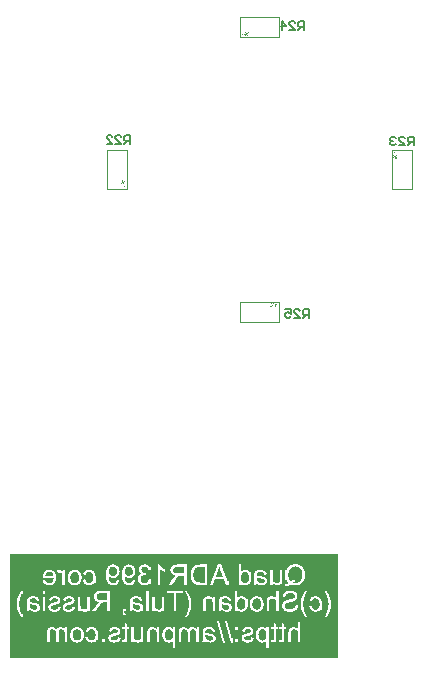
<source format=gbo>
G04*
G04 #@! TF.GenerationSoftware,Altium Limited,Altium Designer,22.9.1 (49)*
G04*
G04 Layer_Color=32896*
%FSLAX24Y24*%
%MOIN*%
G70*
G04*
G04 #@! TF.SameCoordinates,552243BB-0F40-405C-A021-40A65FA5EEAB*
G04*
G04*
G04 #@! TF.FilePolarity,Positive*
G04*
G01*
G75*
%ADD12C,0.0049*%
%ADD13C,0.0059*%
G36*
X2608Y-13899D02*
Y-14929D01*
Y-16281D01*
X-8308D01*
Y-14929D01*
Y-13899D01*
Y-12819D01*
X2608D01*
Y-13899D01*
D02*
G37*
G36*
X556Y-4469D02*
X557Y-4471D01*
X559Y-4475D01*
X562Y-4478D01*
X564Y-4481D01*
X565Y-4482D01*
X566Y-4483D01*
X567Y-4485D01*
X568Y-4485D01*
X569Y-4486D01*
X570Y-4486D01*
X570Y-4487D01*
X570Y-4487D01*
X574Y-4490D01*
X578Y-4492D01*
X581Y-4494D01*
X584Y-4496D01*
X586Y-4496D01*
X587Y-4497D01*
X588Y-4497D01*
X589Y-4498D01*
X590Y-4498D01*
X590Y-4498D01*
X590Y-4498D01*
X591D01*
Y-4520D01*
X587Y-4519D01*
X584Y-4518D01*
X581Y-4516D01*
X578Y-4515D01*
X575Y-4514D01*
X573Y-4512D01*
X571Y-4511D01*
X568Y-4509D01*
X566Y-4508D01*
X565Y-4506D01*
X563Y-4505D01*
X562Y-4504D01*
X561Y-4503D01*
X560Y-4503D01*
X560Y-4502D01*
X560Y-4502D01*
Y-4593D01*
X535D01*
Y-4467D01*
X555D01*
X556Y-4469D01*
D02*
G37*
G36*
X474Y-4465D02*
X476Y-4465D01*
X478Y-4466D01*
X480Y-4466D01*
X482Y-4467D01*
X484Y-4468D01*
X485Y-4468D01*
X487Y-4469D01*
X488Y-4470D01*
X489Y-4471D01*
X490Y-4471D01*
X491Y-4472D01*
X491Y-4472D01*
X492Y-4473D01*
X492Y-4473D01*
X492Y-4473D01*
X493Y-4475D01*
X494Y-4477D01*
X495Y-4478D01*
X496Y-4480D01*
X498Y-4485D01*
X498Y-4489D01*
X499Y-4491D01*
X499Y-4492D01*
X499Y-4494D01*
X499Y-4495D01*
X499Y-4496D01*
Y-4497D01*
Y-4498D01*
Y-4498D01*
X499Y-4501D01*
X499Y-4504D01*
X499Y-4507D01*
X498Y-4509D01*
X498Y-4511D01*
X497Y-4513D01*
X496Y-4515D01*
X496Y-4517D01*
X495Y-4518D01*
X494Y-4519D01*
X494Y-4521D01*
X493Y-4521D01*
X493Y-4522D01*
X492Y-4522D01*
X492Y-4523D01*
X492Y-4523D01*
X490Y-4524D01*
X489Y-4525D01*
X487Y-4527D01*
X486Y-4528D01*
X484Y-4528D01*
X482Y-4529D01*
X479Y-4530D01*
X477Y-4530D01*
X476Y-4530D01*
X475Y-4531D01*
X474Y-4531D01*
X473Y-4531D01*
X471D01*
X469Y-4531D01*
X467Y-4530D01*
X465Y-4530D01*
X463Y-4530D01*
X461Y-4529D01*
X460Y-4528D01*
X458Y-4528D01*
X457Y-4527D01*
X455Y-4526D01*
X454Y-4525D01*
X453Y-4525D01*
X453Y-4524D01*
X452Y-4524D01*
X452Y-4523D01*
X452Y-4523D01*
X451Y-4523D01*
X450Y-4521D01*
X449Y-4519D01*
X448Y-4518D01*
X447Y-4516D01*
X446Y-4511D01*
X445Y-4507D01*
X445Y-4505D01*
X444Y-4504D01*
X444Y-4502D01*
X444Y-4501D01*
X444Y-4500D01*
Y-4499D01*
Y-4498D01*
Y-4498D01*
X444Y-4495D01*
X444Y-4492D01*
X445Y-4489D01*
X445Y-4487D01*
X446Y-4485D01*
X446Y-4483D01*
X447Y-4481D01*
X448Y-4479D01*
X448Y-4478D01*
X449Y-4477D01*
X450Y-4475D01*
X450Y-4475D01*
X451Y-4474D01*
X451Y-4474D01*
X451Y-4473D01*
X451Y-4473D01*
X453Y-4472D01*
X454Y-4470D01*
X456Y-4469D01*
X458Y-4468D01*
X459Y-4468D01*
X461Y-4467D01*
X464Y-4466D01*
X466Y-4466D01*
X467Y-4465D01*
X469Y-4465D01*
X470Y-4465D01*
X471Y-4465D01*
X472D01*
X474Y-4465D01*
D02*
G37*
G36*
X471Y-4597D02*
X454D01*
X387Y-4465D01*
X405D01*
X471Y-4597D01*
D02*
G37*
G36*
X389Y-4531D02*
X392Y-4532D01*
X394Y-4532D01*
X396Y-4532D01*
X398Y-4533D01*
X399Y-4534D01*
X401Y-4534D01*
X402Y-4535D01*
X403Y-4536D01*
X404Y-4537D01*
X405Y-4537D01*
X406Y-4538D01*
X407Y-4539D01*
X407Y-4539D01*
X407Y-4539D01*
X407Y-4539D01*
X409Y-4541D01*
X410Y-4543D01*
X411Y-4545D01*
X412Y-4547D01*
X413Y-4551D01*
X414Y-4555D01*
X414Y-4557D01*
X414Y-4559D01*
X414Y-4560D01*
X415Y-4562D01*
X415Y-4563D01*
Y-4564D01*
Y-4564D01*
Y-4564D01*
X415Y-4568D01*
X414Y-4570D01*
X414Y-4573D01*
X414Y-4576D01*
X413Y-4578D01*
X412Y-4580D01*
X412Y-4582D01*
X411Y-4583D01*
X410Y-4585D01*
X410Y-4586D01*
X409Y-4587D01*
X408Y-4588D01*
X408Y-4589D01*
X408Y-4589D01*
X407Y-4589D01*
X407Y-4590D01*
X406Y-4591D01*
X404Y-4592D01*
X403Y-4593D01*
X401Y-4594D01*
X399Y-4595D01*
X398Y-4596D01*
X394Y-4597D01*
X393Y-4597D01*
X391Y-4597D01*
X390Y-4597D01*
X389Y-4597D01*
X388Y-4598D01*
X387D01*
X385Y-4597D01*
X382Y-4597D01*
X380Y-4597D01*
X378Y-4596D01*
X377Y-4596D01*
X375Y-4595D01*
X373Y-4594D01*
X372Y-4593D01*
X371Y-4593D01*
X370Y-4592D01*
X369Y-4591D01*
X368Y-4591D01*
X368Y-4590D01*
X367Y-4590D01*
X367Y-4590D01*
X367Y-4590D01*
X365Y-4588D01*
X364Y-4586D01*
X363Y-4584D01*
X362Y-4582D01*
X361Y-4578D01*
X360Y-4574D01*
X360Y-4572D01*
X360Y-4570D01*
X360Y-4569D01*
X359Y-4567D01*
X359Y-4566D01*
Y-4565D01*
Y-4564D01*
Y-4564D01*
X359Y-4561D01*
X360Y-4558D01*
X360Y-4556D01*
X361Y-4553D01*
X361Y-4551D01*
X362Y-4549D01*
X362Y-4547D01*
X363Y-4545D01*
X364Y-4544D01*
X365Y-4543D01*
X365Y-4542D01*
X366Y-4541D01*
X366Y-4540D01*
X367Y-4540D01*
X367Y-4539D01*
X367Y-4539D01*
X368Y-4538D01*
X370Y-4537D01*
X371Y-4536D01*
X373Y-4535D01*
X375Y-4534D01*
X376Y-4533D01*
X380Y-4532D01*
X381Y-4532D01*
X383Y-4532D01*
X384Y-4531D01*
X385Y-4531D01*
X386Y-4531D01*
X387D01*
X389Y-4531D01*
D02*
G37*
G36*
X-4561Y-359D02*
X-4558Y-360D01*
X-4556Y-360D01*
X-4553Y-361D01*
X-4551Y-361D01*
X-4549Y-362D01*
X-4547Y-362D01*
X-4545Y-363D01*
X-4544Y-364D01*
X-4543Y-365D01*
X-4542Y-365D01*
X-4541Y-366D01*
X-4540Y-366D01*
X-4540Y-367D01*
X-4539Y-367D01*
X-4539Y-367D01*
X-4538Y-368D01*
X-4537Y-370D01*
X-4536Y-371D01*
X-4535Y-373D01*
X-4534Y-375D01*
X-4533Y-376D01*
X-4532Y-380D01*
X-4532Y-381D01*
X-4532Y-383D01*
X-4531Y-384D01*
X-4531Y-385D01*
X-4531Y-386D01*
Y-387D01*
X-4531Y-389D01*
X-4532Y-392D01*
X-4532Y-394D01*
X-4532Y-396D01*
X-4533Y-398D01*
X-4534Y-399D01*
X-4534Y-401D01*
X-4535Y-402D01*
X-4536Y-403D01*
X-4537Y-404D01*
X-4537Y-405D01*
X-4538Y-406D01*
X-4539Y-407D01*
X-4539Y-407D01*
X-4539Y-407D01*
X-4539Y-407D01*
X-4541Y-409D01*
X-4543Y-410D01*
X-4545Y-411D01*
X-4547Y-412D01*
X-4551Y-413D01*
X-4555Y-414D01*
X-4557Y-414D01*
X-4559Y-414D01*
X-4560Y-414D01*
X-4562Y-415D01*
X-4563Y-415D01*
X-4564D01*
X-4564D01*
X-4564D01*
X-4568Y-415D01*
X-4570Y-414D01*
X-4573Y-414D01*
X-4576Y-414D01*
X-4578Y-413D01*
X-4580Y-412D01*
X-4582Y-412D01*
X-4583Y-411D01*
X-4585Y-410D01*
X-4586Y-410D01*
X-4587Y-409D01*
X-4588Y-408D01*
X-4589Y-408D01*
X-4589Y-408D01*
X-4589Y-407D01*
X-4590Y-407D01*
X-4591Y-406D01*
X-4592Y-404D01*
X-4593Y-403D01*
X-4594Y-401D01*
X-4595Y-399D01*
X-4596Y-398D01*
X-4597Y-394D01*
X-4597Y-393D01*
X-4597Y-391D01*
X-4597Y-390D01*
X-4597Y-389D01*
X-4598Y-388D01*
Y-387D01*
X-4597Y-385D01*
X-4597Y-382D01*
X-4597Y-380D01*
X-4596Y-378D01*
X-4596Y-377D01*
X-4595Y-375D01*
X-4594Y-373D01*
X-4593Y-372D01*
X-4593Y-371D01*
X-4592Y-370D01*
X-4591Y-369D01*
X-4591Y-368D01*
X-4590Y-368D01*
X-4590Y-367D01*
X-4590Y-367D01*
X-4590Y-367D01*
X-4588Y-365D01*
X-4586Y-364D01*
X-4584Y-363D01*
X-4582Y-362D01*
X-4578Y-361D01*
X-4574Y-360D01*
X-4572Y-360D01*
X-4570Y-360D01*
X-4569Y-360D01*
X-4567Y-359D01*
X-4566Y-359D01*
X-4565D01*
X-4564D01*
X-4564D01*
X-4561Y-359D01*
D02*
G37*
G36*
X-4465Y-405D02*
X-4597Y-471D01*
Y-454D01*
X-4465Y-387D01*
Y-405D01*
D02*
G37*
G36*
X-4495Y-444D02*
X-4492Y-444D01*
X-4489Y-445D01*
X-4487Y-445D01*
X-4485Y-446D01*
X-4483Y-446D01*
X-4481Y-447D01*
X-4479Y-448D01*
X-4478Y-448D01*
X-4477Y-449D01*
X-4475Y-450D01*
X-4475Y-450D01*
X-4474Y-451D01*
X-4474Y-451D01*
X-4473Y-451D01*
X-4473Y-451D01*
X-4472Y-453D01*
X-4470Y-454D01*
X-4469Y-456D01*
X-4468Y-458D01*
X-4468Y-459D01*
X-4467Y-461D01*
X-4466Y-464D01*
X-4466Y-466D01*
X-4465Y-467D01*
X-4465Y-469D01*
X-4465Y-470D01*
X-4465Y-471D01*
Y-472D01*
X-4465Y-474D01*
X-4465Y-476D01*
X-4466Y-478D01*
X-4466Y-480D01*
X-4467Y-482D01*
X-4468Y-484D01*
X-4468Y-485D01*
X-4469Y-487D01*
X-4470Y-488D01*
X-4471Y-489D01*
X-4471Y-490D01*
X-4472Y-491D01*
X-4472Y-491D01*
X-4473Y-492D01*
X-4473Y-492D01*
X-4473Y-492D01*
X-4475Y-493D01*
X-4477Y-494D01*
X-4478Y-495D01*
X-4480Y-496D01*
X-4485Y-498D01*
X-4489Y-498D01*
X-4491Y-499D01*
X-4492Y-499D01*
X-4494Y-499D01*
X-4495Y-499D01*
X-4496Y-499D01*
X-4497D01*
X-4498D01*
X-4498D01*
X-4501Y-499D01*
X-4504Y-499D01*
X-4507Y-499D01*
X-4509Y-498D01*
X-4511Y-498D01*
X-4513Y-497D01*
X-4515Y-496D01*
X-4517Y-496D01*
X-4518Y-495D01*
X-4519Y-494D01*
X-4521Y-494D01*
X-4521Y-493D01*
X-4522Y-493D01*
X-4522Y-492D01*
X-4523Y-492D01*
X-4523Y-492D01*
X-4524Y-490D01*
X-4525Y-489D01*
X-4527Y-487D01*
X-4528Y-486D01*
X-4528Y-484D01*
X-4529Y-482D01*
X-4530Y-479D01*
X-4530Y-477D01*
X-4530Y-476D01*
X-4531Y-475D01*
X-4531Y-474D01*
X-4531Y-473D01*
Y-471D01*
X-4531Y-469D01*
X-4530Y-467D01*
X-4530Y-465D01*
X-4530Y-463D01*
X-4529Y-461D01*
X-4528Y-460D01*
X-4528Y-458D01*
X-4527Y-457D01*
X-4526Y-455D01*
X-4525Y-454D01*
X-4525Y-453D01*
X-4524Y-453D01*
X-4524Y-452D01*
X-4523Y-452D01*
X-4523Y-452D01*
X-4523Y-451D01*
X-4521Y-450D01*
X-4519Y-449D01*
X-4518Y-448D01*
X-4516Y-447D01*
X-4511Y-446D01*
X-4507Y-445D01*
X-4505Y-445D01*
X-4504Y-444D01*
X-4502Y-444D01*
X-4501Y-444D01*
X-4500Y-444D01*
X-4499D01*
X-4498D01*
X-4498D01*
X-4495Y-444D01*
D02*
G37*
G36*
X-4467Y-555D02*
X-4469Y-556D01*
X-4471Y-557D01*
X-4475Y-559D01*
X-4478Y-562D01*
X-4481Y-564D01*
X-4482Y-565D01*
X-4483Y-566D01*
X-4485Y-567D01*
X-4485Y-568D01*
X-4486Y-569D01*
X-4486Y-570D01*
X-4487Y-570D01*
X-4487Y-570D01*
X-4490Y-574D01*
X-4492Y-578D01*
X-4494Y-581D01*
X-4496Y-584D01*
X-4496Y-586D01*
X-4497Y-587D01*
X-4497Y-588D01*
X-4498Y-589D01*
X-4498Y-590D01*
X-4498Y-590D01*
X-4498Y-590D01*
Y-591D01*
X-4520D01*
X-4519Y-587D01*
X-4518Y-584D01*
X-4516Y-581D01*
X-4515Y-578D01*
X-4514Y-575D01*
X-4512Y-573D01*
X-4511Y-571D01*
X-4509Y-568D01*
X-4508Y-566D01*
X-4506Y-565D01*
X-4505Y-563D01*
X-4504Y-562D01*
X-4503Y-561D01*
X-4503Y-560D01*
X-4502Y-560D01*
X-4502Y-560D01*
X-4593D01*
Y-535D01*
X-4467D01*
Y-555D01*
D02*
G37*
G36*
X4519Y587D02*
X4518Y584D01*
X4516Y581D01*
X4515Y578D01*
X4514Y575D01*
X4512Y573D01*
X4511Y571D01*
X4509Y568D01*
X4508Y566D01*
X4506Y565D01*
X4505Y563D01*
X4504Y562D01*
X4503Y561D01*
X4503Y560D01*
X4502Y560D01*
X4502Y560D01*
X4593D01*
Y535D01*
X4467D01*
Y555D01*
X4469Y556D01*
X4471Y557D01*
X4475Y559D01*
X4478Y562D01*
X4481Y564D01*
X4482Y565D01*
X4483Y566D01*
X4485Y567D01*
X4485Y568D01*
X4486Y569D01*
X4486Y570D01*
X4487Y570D01*
X4487Y570D01*
X4490Y574D01*
X4492Y578D01*
X4494Y581D01*
X4496Y584D01*
X4496Y586D01*
X4497Y587D01*
X4497Y588D01*
X4498Y589D01*
X4498Y590D01*
X4498Y590D01*
X4498Y590D01*
Y591D01*
X4520D01*
X4519Y587D01*
D02*
G37*
G36*
X4501Y499D02*
X4504Y499D01*
X4507Y499D01*
X4509Y498D01*
X4511Y498D01*
X4513Y497D01*
X4515Y496D01*
X4517Y496D01*
X4518Y495D01*
X4519Y494D01*
X4521Y494D01*
X4521Y493D01*
X4522Y493D01*
X4522Y492D01*
X4523Y492D01*
X4523Y492D01*
X4524Y490D01*
X4525Y489D01*
X4527Y487D01*
X4528Y486D01*
X4528Y484D01*
X4529Y482D01*
X4530Y479D01*
X4530Y477D01*
X4530Y476D01*
X4531Y475D01*
X4531Y474D01*
X4531Y473D01*
Y471D01*
X4531Y469D01*
X4530Y467D01*
X4530Y465D01*
X4530Y463D01*
X4529Y461D01*
X4528Y460D01*
X4528Y458D01*
X4527Y457D01*
X4526Y455D01*
X4525Y454D01*
X4525Y453D01*
X4524Y453D01*
X4524Y452D01*
X4523Y452D01*
X4523Y452D01*
X4523Y451D01*
X4521Y450D01*
X4519Y449D01*
X4518Y448D01*
X4516Y447D01*
X4511Y446D01*
X4507Y445D01*
X4505Y445D01*
X4504Y444D01*
X4502Y444D01*
X4501Y444D01*
X4500Y444D01*
X4499D01*
X4498D01*
X4498D01*
X4495Y444D01*
X4492Y444D01*
X4489Y445D01*
X4487Y445D01*
X4485Y446D01*
X4483Y446D01*
X4481Y447D01*
X4479Y448D01*
X4478Y448D01*
X4477Y449D01*
X4475Y450D01*
X4475Y450D01*
X4474Y451D01*
X4474Y451D01*
X4473Y451D01*
X4473Y451D01*
X4472Y453D01*
X4470Y454D01*
X4469Y456D01*
X4468Y458D01*
X4468Y459D01*
X4467Y461D01*
X4466Y464D01*
X4466Y466D01*
X4465Y467D01*
X4465Y469D01*
X4465Y470D01*
X4465Y471D01*
Y472D01*
X4465Y474D01*
X4465Y476D01*
X4466Y478D01*
X4466Y480D01*
X4467Y482D01*
X4468Y484D01*
X4468Y485D01*
X4469Y487D01*
X4470Y488D01*
X4471Y489D01*
X4471Y490D01*
X4472Y491D01*
X4472Y491D01*
X4473Y492D01*
X4473Y492D01*
X4473Y492D01*
X4475Y493D01*
X4477Y494D01*
X4478Y495D01*
X4480Y496D01*
X4485Y498D01*
X4489Y498D01*
X4491Y499D01*
X4492Y499D01*
X4494Y499D01*
X4495Y499D01*
X4496Y499D01*
X4497D01*
X4498D01*
X4498D01*
X4501Y499D01*
D02*
G37*
G36*
X4597Y454D02*
X4465Y387D01*
Y405D01*
X4597Y471D01*
Y454D01*
D02*
G37*
G36*
X4568Y415D02*
X4570Y414D01*
X4573Y414D01*
X4576Y414D01*
X4578Y413D01*
X4580Y412D01*
X4582Y412D01*
X4583Y411D01*
X4585Y410D01*
X4586Y410D01*
X4587Y409D01*
X4588Y408D01*
X4589Y408D01*
X4589Y408D01*
X4589Y407D01*
X4590Y407D01*
X4591Y406D01*
X4592Y404D01*
X4593Y403D01*
X4594Y401D01*
X4595Y399D01*
X4596Y398D01*
X4597Y394D01*
X4597Y393D01*
X4597Y391D01*
X4597Y390D01*
X4597Y389D01*
X4598Y388D01*
Y387D01*
X4597Y385D01*
X4597Y382D01*
X4597Y380D01*
X4596Y378D01*
X4596Y377D01*
X4595Y375D01*
X4594Y373D01*
X4593Y372D01*
X4593Y371D01*
X4592Y370D01*
X4591Y369D01*
X4591Y368D01*
X4590Y368D01*
X4590Y367D01*
X4590Y367D01*
X4590Y367D01*
X4588Y365D01*
X4586Y364D01*
X4584Y363D01*
X4582Y362D01*
X4578Y361D01*
X4574Y360D01*
X4572Y360D01*
X4570Y360D01*
X4569Y360D01*
X4567Y359D01*
X4566Y359D01*
X4565D01*
X4564D01*
X4564D01*
X4561Y359D01*
X4558Y360D01*
X4556Y360D01*
X4553Y361D01*
X4551Y361D01*
X4549Y362D01*
X4547Y362D01*
X4545Y363D01*
X4544Y364D01*
X4543Y365D01*
X4542Y365D01*
X4541Y366D01*
X4540Y366D01*
X4540Y367D01*
X4539Y367D01*
X4539Y367D01*
X4538Y368D01*
X4537Y370D01*
X4536Y371D01*
X4535Y373D01*
X4534Y375D01*
X4533Y376D01*
X4532Y380D01*
X4532Y381D01*
X4532Y383D01*
X4531Y384D01*
X4531Y385D01*
X4531Y386D01*
Y387D01*
X4531Y389D01*
X4532Y392D01*
X4532Y394D01*
X4532Y396D01*
X4533Y398D01*
X4534Y399D01*
X4534Y401D01*
X4535Y402D01*
X4536Y403D01*
X4537Y404D01*
X4537Y405D01*
X4538Y406D01*
X4539Y407D01*
X4539Y407D01*
X4539Y407D01*
X4539Y407D01*
X4541Y409D01*
X4543Y410D01*
X4545Y411D01*
X4547Y412D01*
X4551Y413D01*
X4555Y414D01*
X4557Y414D01*
X4559Y414D01*
X4560Y414D01*
X4562Y415D01*
X4563Y415D01*
X4564D01*
X4564D01*
X4564D01*
X4568Y415D01*
D02*
G37*
G36*
X-385Y4597D02*
X-382Y4597D01*
X-380Y4597D01*
X-378Y4596D01*
X-377Y4596D01*
X-375Y4595D01*
X-373Y4594D01*
X-372Y4593D01*
X-371Y4593D01*
X-370Y4592D01*
X-369Y4591D01*
X-368Y4591D01*
X-368Y4590D01*
X-367Y4590D01*
X-367Y4590D01*
X-367Y4590D01*
X-365Y4588D01*
X-364Y4586D01*
X-363Y4584D01*
X-362Y4582D01*
X-361Y4578D01*
X-360Y4574D01*
X-360Y4572D01*
X-360Y4570D01*
X-360Y4569D01*
X-359Y4567D01*
X-359Y4566D01*
Y4565D01*
Y4564D01*
Y4564D01*
X-359Y4561D01*
X-360Y4558D01*
X-360Y4556D01*
X-361Y4553D01*
X-361Y4551D01*
X-362Y4549D01*
X-362Y4547D01*
X-363Y4545D01*
X-364Y4544D01*
X-365Y4543D01*
X-365Y4542D01*
X-366Y4541D01*
X-366Y4540D01*
X-367Y4540D01*
X-367Y4539D01*
X-367Y4539D01*
X-368Y4538D01*
X-370Y4537D01*
X-371Y4536D01*
X-373Y4535D01*
X-375Y4534D01*
X-376Y4533D01*
X-380Y4532D01*
X-381Y4532D01*
X-383Y4532D01*
X-384Y4531D01*
X-385Y4531D01*
X-386Y4531D01*
X-387D01*
X-389Y4531D01*
X-392Y4532D01*
X-394Y4532D01*
X-396Y4532D01*
X-398Y4533D01*
X-399Y4534D01*
X-401Y4534D01*
X-402Y4535D01*
X-403Y4536D01*
X-404Y4537D01*
X-405Y4537D01*
X-406Y4538D01*
X-407Y4539D01*
X-407Y4539D01*
X-407Y4539D01*
X-407Y4539D01*
X-409Y4541D01*
X-410Y4543D01*
X-411Y4545D01*
X-412Y4547D01*
X-413Y4551D01*
X-414Y4555D01*
X-414Y4557D01*
X-414Y4559D01*
X-414Y4560D01*
X-415Y4562D01*
X-415Y4563D01*
Y4564D01*
Y4564D01*
Y4564D01*
X-415Y4568D01*
X-414Y4570D01*
X-414Y4573D01*
X-414Y4576D01*
X-413Y4578D01*
X-412Y4580D01*
X-412Y4582D01*
X-411Y4583D01*
X-410Y4585D01*
X-410Y4586D01*
X-409Y4587D01*
X-408Y4588D01*
X-408Y4589D01*
X-408Y4589D01*
X-407Y4589D01*
X-407Y4590D01*
X-406Y4591D01*
X-404Y4592D01*
X-403Y4593D01*
X-401Y4594D01*
X-399Y4595D01*
X-398Y4596D01*
X-394Y4597D01*
X-393Y4597D01*
X-391Y4597D01*
X-390Y4597D01*
X-389Y4597D01*
X-388Y4598D01*
X-387D01*
X-385Y4597D01*
D02*
G37*
G36*
X-535Y4467D02*
X-555D01*
X-556Y4469D01*
X-557Y4471D01*
X-559Y4475D01*
X-562Y4478D01*
X-564Y4481D01*
X-565Y4482D01*
X-566Y4483D01*
X-567Y4485D01*
X-568Y4485D01*
X-569Y4486D01*
X-570Y4486D01*
X-570Y4487D01*
X-570Y4487D01*
X-574Y4490D01*
X-578Y4492D01*
X-581Y4494D01*
X-584Y4496D01*
X-586Y4496D01*
X-587Y4497D01*
X-588Y4497D01*
X-589Y4498D01*
X-590Y4498D01*
X-590Y4498D01*
X-590Y4498D01*
X-591D01*
Y4520D01*
X-587Y4519D01*
X-584Y4518D01*
X-581Y4516D01*
X-578Y4515D01*
X-575Y4514D01*
X-573Y4512D01*
X-571Y4511D01*
X-568Y4509D01*
X-566Y4508D01*
X-565Y4506D01*
X-563Y4505D01*
X-562Y4504D01*
X-561Y4503D01*
X-560Y4503D01*
X-560Y4502D01*
X-560Y4502D01*
Y4593D01*
X-535D01*
Y4467D01*
D02*
G37*
G36*
X-387Y4465D02*
X-405D01*
X-471Y4597D01*
X-454D01*
X-387Y4465D01*
D02*
G37*
G36*
X-469Y4531D02*
X-467Y4530D01*
X-465Y4530D01*
X-463Y4530D01*
X-461Y4529D01*
X-460Y4528D01*
X-458Y4528D01*
X-457Y4527D01*
X-455Y4526D01*
X-454Y4525D01*
X-453Y4525D01*
X-453Y4524D01*
X-452Y4524D01*
X-452Y4523D01*
X-452Y4523D01*
X-451Y4523D01*
X-450Y4521D01*
X-449Y4519D01*
X-448Y4518D01*
X-447Y4516D01*
X-446Y4511D01*
X-445Y4507D01*
X-445Y4505D01*
X-444Y4504D01*
X-444Y4502D01*
X-444Y4501D01*
X-444Y4500D01*
Y4499D01*
Y4498D01*
Y4498D01*
X-444Y4495D01*
X-444Y4492D01*
X-445Y4489D01*
X-445Y4487D01*
X-446Y4485D01*
X-446Y4483D01*
X-447Y4481D01*
X-448Y4479D01*
X-448Y4478D01*
X-449Y4477D01*
X-450Y4475D01*
X-450Y4475D01*
X-451Y4474D01*
X-451Y4474D01*
X-451Y4473D01*
X-451Y4473D01*
X-453Y4472D01*
X-454Y4470D01*
X-456Y4469D01*
X-458Y4468D01*
X-459Y4468D01*
X-461Y4467D01*
X-464Y4466D01*
X-466Y4466D01*
X-467Y4465D01*
X-469Y4465D01*
X-470Y4465D01*
X-471Y4465D01*
X-472D01*
X-474Y4465D01*
X-476Y4465D01*
X-478Y4466D01*
X-480Y4466D01*
X-482Y4467D01*
X-484Y4468D01*
X-485Y4468D01*
X-487Y4469D01*
X-488Y4470D01*
X-489Y4471D01*
X-490Y4471D01*
X-491Y4472D01*
X-491Y4472D01*
X-492Y4473D01*
X-492Y4473D01*
X-492Y4473D01*
X-493Y4475D01*
X-494Y4477D01*
X-495Y4478D01*
X-496Y4480D01*
X-498Y4485D01*
X-498Y4489D01*
X-499Y4491D01*
X-499Y4492D01*
X-499Y4494D01*
X-499Y4495D01*
X-499Y4496D01*
Y4497D01*
Y4498D01*
Y4498D01*
X-499Y4501D01*
X-499Y4504D01*
X-499Y4507D01*
X-498Y4509D01*
X-498Y4511D01*
X-497Y4513D01*
X-496Y4515D01*
X-496Y4517D01*
X-495Y4518D01*
X-494Y4519D01*
X-494Y4521D01*
X-493Y4521D01*
X-493Y4522D01*
X-492Y4522D01*
X-492Y4523D01*
X-492Y4523D01*
X-490Y4524D01*
X-489Y4525D01*
X-487Y4527D01*
X-486Y4528D01*
X-484Y4528D01*
X-482Y4529D01*
X-479Y4530D01*
X-477Y4530D01*
X-476Y4530D01*
X-475Y4531D01*
X-474Y4531D01*
X-473Y4531D01*
X-471D01*
X-469Y4531D01*
D02*
G37*
%LPC*%
G36*
X-3603Y-13164D02*
Y-13859D01*
X-3816D01*
X-3811Y-13858D01*
X-3805D01*
X-3796Y-13857D01*
X-3788Y-13856D01*
X-3778Y-13854D01*
X-3767Y-13852D01*
X-3755Y-13849D01*
X-3743Y-13846D01*
X-3731Y-13842D01*
X-3718Y-13837D01*
X-3706Y-13830D01*
X-3694Y-13823D01*
X-3681Y-13815D01*
X-3670Y-13806D01*
X-3670Y-13805D01*
X-3668Y-13803D01*
X-3665Y-13800D01*
X-3661Y-13796D01*
X-3656Y-13791D01*
X-3651Y-13784D01*
X-3646Y-13777D01*
X-3640Y-13768D01*
X-3634Y-13759D01*
X-3628Y-13748D01*
X-3622Y-13737D01*
X-3617Y-13724D01*
X-3613Y-13711D01*
X-3608Y-13697D01*
X-3605Y-13682D01*
X-3603Y-13667D01*
X-3687Y-13656D01*
Y-13657D01*
X-3687Y-13659D01*
X-3688Y-13662D01*
X-3689Y-13668D01*
X-3691Y-13674D01*
X-3692Y-13680D01*
X-3698Y-13696D01*
X-3704Y-13713D01*
X-3712Y-13730D01*
X-3723Y-13745D01*
X-3729Y-13752D01*
X-3734Y-13758D01*
X-3735D01*
X-3736Y-13760D01*
X-3738Y-13761D01*
X-3740Y-13764D01*
X-3748Y-13768D01*
X-3758Y-13774D01*
X-3771Y-13780D01*
X-3785Y-13784D01*
X-3802Y-13788D01*
X-3819Y-13789D01*
X-3825D01*
X-3830Y-13789D01*
X-3834Y-13788D01*
X-3841Y-13787D01*
X-3854Y-13784D01*
X-3870Y-13780D01*
X-3887Y-13772D01*
X-3895Y-13767D01*
X-3903Y-13762D01*
X-3912Y-13756D01*
X-3920Y-13749D01*
X-3920Y-13748D01*
X-3921Y-13747D01*
X-3923Y-13744D01*
X-3926Y-13741D01*
X-3929Y-13738D01*
X-3932Y-13733D01*
X-3936Y-13727D01*
X-3940Y-13721D01*
X-3948Y-13706D01*
X-3954Y-13689D01*
X-3959Y-13669D01*
X-3960Y-13659D01*
X-3960Y-13648D01*
Y-13647D01*
Y-13646D01*
Y-13642D01*
X-3960Y-13638D01*
X-3959Y-13633D01*
X-3958Y-13628D01*
X-3956Y-13615D01*
X-3951Y-13599D01*
X-3944Y-13584D01*
X-3940Y-13575D01*
X-3934Y-13568D01*
X-3929Y-13561D01*
X-3922Y-13553D01*
X-3921Y-13553D01*
X-3920Y-13552D01*
X-3918Y-13550D01*
X-3915Y-13547D01*
X-3912Y-13544D01*
X-3907Y-13541D01*
X-3896Y-13534D01*
X-3882Y-13527D01*
X-3866Y-13522D01*
X-3847Y-13517D01*
X-3837Y-13516D01*
X-3827Y-13516D01*
X-3822D01*
X-3817Y-13516D01*
X-3811D01*
X-3802Y-13518D01*
X-3792Y-13519D01*
X-3780Y-13522D01*
X-3768Y-13524D01*
X-3777Y-13451D01*
X-3778D01*
X-3782Y-13452D01*
X-3786Y-13453D01*
X-3796D01*
X-3799Y-13452D01*
X-3805D01*
X-3810Y-13451D01*
X-3822Y-13449D01*
X-3837Y-13446D01*
X-3853Y-13441D01*
X-3870Y-13434D01*
X-3887Y-13425D01*
X-3887D01*
X-3889Y-13423D01*
X-3890Y-13422D01*
X-3893Y-13420D01*
X-3901Y-13413D01*
X-3909Y-13403D01*
X-3916Y-13392D01*
X-3923Y-13377D01*
X-3926Y-13369D01*
X-3928Y-13359D01*
X-3929Y-13350D01*
X-3930Y-13339D01*
Y-13339D01*
Y-13337D01*
Y-13335D01*
X-3929Y-13331D01*
X-3929Y-13323D01*
X-3926Y-13312D01*
X-3923Y-13300D01*
X-3917Y-13288D01*
X-3909Y-13274D01*
X-3904Y-13268D01*
X-3898Y-13262D01*
X-3897Y-13261D01*
X-3892Y-13258D01*
X-3886Y-13253D01*
X-3877Y-13247D01*
X-3865Y-13242D01*
X-3851Y-13237D01*
X-3836Y-13234D01*
X-3818Y-13232D01*
X-3813D01*
X-3810Y-13233D01*
X-3805D01*
X-3801Y-13234D01*
X-3789Y-13236D01*
X-3777Y-13240D01*
X-3763Y-13246D01*
X-3749Y-13253D01*
X-3736Y-13263D01*
X-3734Y-13265D01*
X-3731Y-13269D01*
X-3725Y-13276D01*
X-3719Y-13286D01*
X-3712Y-13299D01*
X-3705Y-13315D01*
X-3699Y-13333D01*
X-3695Y-13355D01*
X-3611Y-13340D01*
Y-13339D01*
X-3612Y-13336D01*
X-3613Y-13332D01*
X-3614Y-13326D01*
X-3616Y-13319D01*
X-3619Y-13311D01*
X-3622Y-13302D01*
X-3625Y-13293D01*
X-3635Y-13271D01*
X-3640Y-13261D01*
X-3647Y-13250D01*
X-3654Y-13240D01*
X-3662Y-13229D01*
X-3671Y-13219D01*
X-3681Y-13210D01*
X-3681Y-13209D01*
X-3683Y-13208D01*
X-3687Y-13206D01*
X-3690Y-13203D01*
X-3696Y-13199D01*
X-3702Y-13195D01*
X-3709Y-13191D01*
X-3718Y-13186D01*
X-3727Y-13183D01*
X-3737Y-13178D01*
X-3749Y-13175D01*
X-3760Y-13171D01*
X-3774Y-13168D01*
X-3787Y-13166D01*
X-3801Y-13164D01*
X-3816Y-13164D01*
X-3825D01*
X-3830Y-13164D01*
X-3836Y-13165D01*
X-3850Y-13167D01*
X-3865Y-13169D01*
X-3883Y-13174D01*
X-3901Y-13180D01*
X-3918Y-13188D01*
X-3919D01*
X-3920Y-13189D01*
X-3923Y-13190D01*
X-3926Y-13192D01*
X-3934Y-13198D01*
X-3945Y-13205D01*
X-3957Y-13215D01*
X-3968Y-13226D01*
X-3980Y-13238D01*
X-3991Y-13253D01*
Y-13254D01*
X-3991Y-13254D01*
X-3993Y-13257D01*
X-3994Y-13260D01*
X-3996Y-13264D01*
X-3999Y-13268D01*
X-4003Y-13279D01*
X-4008Y-13293D01*
X-4012Y-13307D01*
X-4015Y-13324D01*
X-4016Y-13341D01*
Y-13341D01*
Y-13343D01*
Y-13345D01*
Y-13348D01*
X-4014Y-13357D01*
X-4013Y-13367D01*
X-4010Y-13380D01*
X-4005Y-13393D01*
X-3999Y-13407D01*
X-3991Y-13421D01*
Y-13422D01*
X-3991Y-13423D01*
X-3987Y-13427D01*
X-3982Y-13434D01*
X-3974Y-13442D01*
X-3964Y-13451D01*
X-3951Y-13461D01*
X-3937Y-13470D01*
X-3921Y-13479D01*
X-3922D01*
X-3924Y-13479D01*
X-3927Y-13480D01*
X-3932Y-13482D01*
X-3936Y-13483D01*
X-3942Y-13485D01*
X-3956Y-13491D01*
X-3971Y-13499D01*
X-3986Y-13509D01*
X-4002Y-13522D01*
X-4015Y-13537D01*
X-4016Y-13538D01*
X-4016Y-13539D01*
X-4018Y-13541D01*
X-4020Y-13545D01*
X-4023Y-13549D01*
X-4026Y-13554D01*
X-4029Y-13560D01*
X-4032Y-13567D01*
X-4035Y-13575D01*
X-4038Y-13583D01*
X-4044Y-13601D01*
X-4047Y-13623D01*
X-4049Y-13634D01*
Y-13650D01*
X-4048Y-13655D01*
Y-13661D01*
X-4047Y-13669D01*
X-4045Y-13678D01*
X-4044Y-13688D01*
X-4041Y-13699D01*
X-4037Y-13710D01*
X-4033Y-13722D01*
X-4027Y-13735D01*
X-4021Y-13747D01*
X-4013Y-13761D01*
X-4005Y-13773D01*
X-3995Y-13786D01*
X-3983Y-13798D01*
X-3982Y-13798D01*
X-3980Y-13800D01*
X-3977Y-13803D01*
X-3971Y-13807D01*
X-3965Y-13812D01*
X-3957Y-13817D01*
X-3949Y-13823D01*
X-3938Y-13828D01*
X-3927Y-13834D01*
X-3915Y-13840D01*
X-3901Y-13845D01*
X-3887Y-13849D01*
X-3871Y-13853D01*
X-3855Y-13856D01*
X-3838Y-13858D01*
X-3819Y-13859D01*
X-4049D01*
D01*
X-3603D01*
Y-13164D01*
D02*
G37*
G36*
X-3334D02*
X-3388D01*
Y-13847D01*
X-3137D01*
Y-13789D01*
Y-13847D01*
X-3305D01*
Y-13315D01*
X-3304Y-13316D01*
X-3300Y-13320D01*
X-3293Y-13325D01*
X-3284Y-13333D01*
X-3273Y-13341D01*
X-3258Y-13351D01*
X-3243Y-13361D01*
X-3225Y-13372D01*
X-3225D01*
X-3223Y-13374D01*
X-3221Y-13375D01*
X-3217Y-13377D01*
X-3213Y-13380D01*
X-3208Y-13382D01*
X-3196Y-13389D01*
X-3182Y-13395D01*
X-3168Y-13403D01*
X-3152Y-13409D01*
X-3137Y-13415D01*
Y-13335D01*
X-3138Y-13334D01*
X-3140Y-13333D01*
X-3144Y-13331D01*
X-3149Y-13329D01*
X-3155Y-13326D01*
X-3163Y-13322D01*
X-3171Y-13317D01*
X-3179Y-13313D01*
X-3198Y-13301D01*
X-3219Y-13287D01*
X-3240Y-13272D01*
X-3260Y-13255D01*
X-3261Y-13254D01*
X-3262Y-13253D01*
X-3265Y-13251D01*
X-3269Y-13247D01*
X-3273Y-13243D01*
X-3278Y-13238D01*
X-3289Y-13226D01*
X-3301Y-13212D01*
X-3314Y-13197D01*
X-3325Y-13181D01*
X-3334Y-13164D01*
D02*
G37*
G36*
X-6482Y-13342D02*
Y-13353D01*
X-6557D01*
Y-13428D01*
X-6559Y-13426D01*
X-6560Y-13423D01*
X-6563Y-13420D01*
X-6568Y-13411D01*
X-6575Y-13400D01*
X-6583Y-13389D01*
X-6592Y-13377D01*
X-6601Y-13367D01*
X-6606Y-13363D01*
X-6610Y-13359D01*
X-6612Y-13358D01*
X-6615Y-13356D01*
X-6620Y-13354D01*
X-6626Y-13350D01*
X-6634Y-13347D01*
X-6643Y-13345D01*
X-6653Y-13343D01*
X-6664Y-13342D01*
X-6668D01*
X-6671Y-13343D01*
X-6675D01*
X-6679Y-13344D01*
X-6690Y-13346D01*
X-6703Y-13349D01*
X-6717Y-13354D01*
X-6734Y-13361D01*
X-6750Y-13369D01*
X-6720Y-13447D01*
X-6719Y-13446D01*
X-6715Y-13444D01*
X-6709Y-13441D01*
X-6701Y-13437D01*
X-6692Y-13434D01*
X-6682Y-13431D01*
X-6671Y-13429D01*
X-6659Y-13429D01*
X-6655D01*
X-6650Y-13429D01*
X-6643Y-13431D01*
X-6635Y-13433D01*
X-6627Y-13436D01*
X-6619Y-13440D01*
X-6610Y-13446D01*
X-6609Y-13446D01*
X-6606Y-13448D01*
X-6602Y-13452D01*
X-6598Y-13457D01*
X-6593Y-13464D01*
X-6588Y-13471D01*
X-6583Y-13481D01*
X-6579Y-13491D01*
Y-13492D01*
X-6578Y-13493D01*
X-6577Y-13496D01*
X-6577Y-13499D01*
X-6576Y-13503D01*
X-6574Y-13508D01*
X-6572Y-13520D01*
X-6570Y-13535D01*
X-6568Y-13551D01*
X-6566Y-13569D01*
X-6565Y-13589D01*
Y-13847D01*
X-6750D01*
X-6482D01*
Y-13342D01*
D02*
G37*
G36*
X263Y-13342D02*
X-191D01*
D01*
X15D01*
X10Y-13343D01*
X3D01*
X-11Y-13344D01*
X-27Y-13346D01*
X-44Y-13349D01*
X-61Y-13353D01*
X-76Y-13358D01*
X-77D01*
X-78Y-13358D01*
X-80Y-13359D01*
X-83Y-13361D01*
X-90Y-13364D01*
X-98Y-13368D01*
X-108Y-13373D01*
X-118Y-13380D01*
X-126Y-13387D01*
X-135Y-13395D01*
X-135Y-13396D01*
X-137Y-13399D01*
X-141Y-13404D01*
X-145Y-13411D01*
X-149Y-13419D01*
X-154Y-13429D01*
X-158Y-13440D01*
X-161Y-13452D01*
Y-13453D01*
X-162Y-13457D01*
X-163Y-13462D01*
X-163Y-13470D01*
X-164Y-13480D01*
X-165Y-13493D01*
Y-13502D01*
X-166Y-13510D01*
Y-13519D01*
Y-13529D01*
Y-13640D01*
Y-13642D01*
Y-13646D01*
Y-13651D01*
Y-13659D01*
Y-13668D01*
Y-13679D01*
X-166Y-13691D01*
Y-13702D01*
X-167Y-13727D01*
Y-13740D01*
X-168Y-13752D01*
X-168Y-13763D01*
X-169Y-13772D01*
X-170Y-13781D01*
X-171Y-13788D01*
Y-13789D01*
X-171Y-13793D01*
X-173Y-13799D01*
X-175Y-13807D01*
X-178Y-13816D01*
X-182Y-13826D01*
X-186Y-13837D01*
X-191Y-13847D01*
X-104D01*
X-104Y-13846D01*
X-102Y-13843D01*
X-100Y-13837D01*
X-98Y-13829D01*
X-95Y-13820D01*
X-92Y-13810D01*
X-90Y-13798D01*
X-88Y-13785D01*
X-87Y-13786D01*
X-86Y-13786D01*
X-84Y-13789D01*
X-80Y-13792D01*
X-75Y-13795D01*
X-71Y-13799D01*
X-59Y-13807D01*
X-45Y-13817D01*
X-30Y-13826D01*
X-14Y-13834D01*
X2Y-13842D01*
X3D01*
X4Y-13843D01*
X6Y-13843D01*
X9Y-13844D01*
X13Y-13846D01*
X18Y-13847D01*
X29Y-13850D01*
X43Y-13853D01*
X59Y-13856D01*
X76Y-13857D01*
X94Y-13858D01*
X102D01*
X108Y-13857D01*
X114Y-13857D01*
X122Y-13856D01*
X131Y-13855D01*
X140Y-13853D01*
X161Y-13848D01*
X181Y-13842D01*
X191Y-13837D01*
X201Y-13831D01*
X210Y-13826D01*
X219Y-13819D01*
X220Y-13818D01*
X221Y-13817D01*
X223Y-13815D01*
X226Y-13812D01*
X229Y-13808D01*
X233Y-13803D01*
X237Y-13798D01*
X240Y-13791D01*
X248Y-13777D01*
X256Y-13759D01*
X259Y-13750D01*
X260Y-13739D01*
X262Y-13728D01*
X263Y-13717D01*
Y-13711D01*
X262Y-13704D01*
X260Y-13695D01*
X259Y-13685D01*
X256Y-13674D01*
X251Y-13662D01*
X246Y-13651D01*
X246Y-13649D01*
X243Y-13646D01*
X240Y-13640D01*
X234Y-13633D01*
X229Y-13626D01*
X221Y-13617D01*
X213Y-13610D01*
X203Y-13603D01*
X202Y-13602D01*
X198Y-13600D01*
X193Y-13596D01*
X186Y-13592D01*
X177Y-13588D01*
X167Y-13584D01*
X155Y-13579D01*
X143Y-13575D01*
X141D01*
X139Y-13574D01*
X133Y-13573D01*
X125Y-13571D01*
X114Y-13569D01*
X101Y-13567D01*
X86Y-13565D01*
X68Y-13563D01*
X67D01*
X64Y-13562D01*
X59Y-13561D01*
X52Y-13561D01*
X43Y-13559D01*
X34Y-13558D01*
X23Y-13556D01*
X12Y-13555D01*
X-13Y-13550D01*
X-37Y-13545D01*
X-49Y-13542D01*
X-61Y-13539D01*
X-71Y-13536D01*
X-81Y-13533D01*
Y-13533D01*
Y-13530D01*
Y-13527D01*
X-81Y-13524D01*
Y-13517D01*
Y-13514D01*
Y-13512D01*
Y-13511D01*
Y-13510D01*
Y-13507D01*
Y-13504D01*
X-80Y-13495D01*
X-78Y-13484D01*
X-75Y-13472D01*
X-71Y-13460D01*
X-65Y-13449D01*
X-57Y-13440D01*
X-56Y-13439D01*
X-54Y-13437D01*
X-51Y-13436D01*
X-47Y-13434D01*
X-44Y-13431D01*
X-33Y-13426D01*
X-20Y-13420D01*
X-4Y-13416D01*
X15Y-13413D01*
X37Y-13412D01*
X47D01*
X52Y-13412D01*
X57D01*
X71Y-13414D01*
X85Y-13417D01*
X99Y-13420D01*
X113Y-13426D01*
X125Y-13432D01*
X126Y-13433D01*
X129Y-13436D01*
X134Y-13442D01*
X140Y-13449D01*
X147Y-13459D01*
X154Y-13472D01*
X160Y-13487D01*
X163Y-13496D01*
X166Y-13505D01*
X248Y-13494D01*
Y-13493D01*
X247Y-13492D01*
X246Y-13489D01*
X246Y-13485D01*
X244Y-13481D01*
X243Y-13476D01*
X239Y-13464D01*
X234Y-13451D01*
X228Y-13437D01*
X220Y-13423D01*
X212Y-13410D01*
Y-13409D01*
X210Y-13409D01*
X206Y-13405D01*
X201Y-13399D01*
X192Y-13392D01*
X182Y-13384D01*
X170Y-13375D01*
X155Y-13367D01*
X138Y-13360D01*
X137D01*
X136Y-13359D01*
X133Y-13358D01*
X129Y-13357D01*
X125Y-13355D01*
X119Y-13354D01*
X113Y-13353D01*
X105Y-13351D01*
X98Y-13350D01*
X89Y-13348D01*
X70Y-13345D01*
X48Y-13343D01*
X26Y-13342D01*
X263D01*
D01*
D02*
G37*
G36*
X-264Y-13166D02*
D01*
Y-13594D01*
X-264Y-13589D01*
Y-13582D01*
X-265Y-13575D01*
X-266Y-13566D01*
X-267Y-13556D01*
X-270Y-13536D01*
X-274Y-13513D01*
X-280Y-13490D01*
X-288Y-13467D01*
Y-13466D01*
X-290Y-13464D01*
X-291Y-13461D01*
X-292Y-13457D01*
X-295Y-13452D01*
X-298Y-13446D01*
X-306Y-13433D01*
X-317Y-13417D01*
X-329Y-13403D01*
X-344Y-13388D01*
X-362Y-13375D01*
X-363Y-13374D01*
X-364Y-13373D01*
X-367Y-13372D01*
X-371Y-13369D01*
X-375Y-13367D01*
X-381Y-13364D01*
X-387Y-13361D01*
X-394Y-13358D01*
X-411Y-13353D01*
X-429Y-13347D01*
X-450Y-13344D01*
X-461Y-13342D01*
X-479D01*
X-488Y-13343D01*
X-498Y-13344D01*
X-511Y-13347D01*
X-524Y-13350D01*
X-538Y-13355D01*
X-551Y-13361D01*
X-552D01*
X-553Y-13362D01*
X-557Y-13365D01*
X-563Y-13369D01*
X-571Y-13375D01*
X-580Y-13382D01*
X-590Y-13390D01*
X-599Y-13400D01*
X-608Y-13411D01*
Y-13166D01*
X-264D01*
X-692D01*
Y-13847D01*
X-614D01*
Y-13785D01*
X-613Y-13786D01*
X-612Y-13788D01*
X-609Y-13792D01*
X-605Y-13796D01*
X-600Y-13802D01*
X-594Y-13808D01*
X-588Y-13815D01*
X-580Y-13821D01*
X-570Y-13829D01*
X-560Y-13835D01*
X-549Y-13841D01*
X-536Y-13846D01*
X-522Y-13851D01*
X-508Y-13855D01*
X-492Y-13857D01*
X-475Y-13858D01*
X-264D01*
Y-13166D01*
D02*
G37*
G36*
X-6771Y-13342D02*
X-7226D01*
X-7006D01*
X-7011Y-13343D01*
X-7018D01*
X-7027Y-13344D01*
X-7036Y-13346D01*
X-7047Y-13348D01*
X-7059Y-13350D01*
X-7072Y-13354D01*
X-7084Y-13358D01*
X-7098Y-13364D01*
X-7112Y-13371D01*
X-7125Y-13378D01*
X-7138Y-13388D01*
X-7151Y-13398D01*
X-7163Y-13410D01*
X-7164Y-13411D01*
X-7166Y-13413D01*
X-7169Y-13417D01*
X-7173Y-13423D01*
X-7178Y-13429D01*
X-7183Y-13437D01*
X-7189Y-13448D01*
X-7195Y-13459D01*
X-7200Y-13471D01*
X-7206Y-13485D01*
X-7211Y-13501D01*
X-7216Y-13518D01*
X-7220Y-13536D01*
X-7223Y-13556D01*
X-7225Y-13577D01*
X-7226Y-13599D01*
Y-13599D01*
Y-13599D01*
Y-13612D01*
X-7225Y-13621D01*
X-6857D01*
Y-13622D01*
Y-13625D01*
X-6858Y-13629D01*
X-6858Y-13634D01*
X-6859Y-13642D01*
X-6861Y-13649D01*
X-6862Y-13658D01*
X-6864Y-13668D01*
X-6870Y-13688D01*
X-6878Y-13709D01*
X-6884Y-13719D01*
X-6889Y-13729D01*
X-6895Y-13738D01*
X-6903Y-13747D01*
X-6903Y-13747D01*
X-6905Y-13748D01*
X-6907Y-13750D01*
X-6910Y-13753D01*
X-6915Y-13756D01*
X-6919Y-13760D01*
X-6925Y-13764D01*
X-6932Y-13768D01*
X-6946Y-13776D01*
X-6964Y-13783D01*
X-6974Y-13786D01*
X-6984Y-13787D01*
X-6995Y-13789D01*
X-7006Y-13789D01*
X-7010D01*
X-7013Y-13789D01*
X-7022Y-13788D01*
X-7033Y-13786D01*
X-7045Y-13784D01*
X-7058Y-13779D01*
X-7072Y-13774D01*
X-7084Y-13766D01*
X-7085D01*
X-7086Y-13764D01*
X-7089Y-13761D01*
X-7095Y-13755D01*
X-7103Y-13747D01*
X-7111Y-13736D01*
X-7120Y-13722D01*
X-7129Y-13706D01*
X-7136Y-13688D01*
X-7223Y-13699D01*
Y-13699D01*
X-7222Y-13702D01*
X-7221Y-13706D01*
X-7219Y-13711D01*
X-7216Y-13718D01*
X-7213Y-13725D01*
X-7210Y-13733D01*
X-7206Y-13742D01*
X-7196Y-13761D01*
X-7182Y-13781D01*
X-7174Y-13790D01*
X-7166Y-13800D01*
X-7157Y-13809D01*
X-7147Y-13817D01*
X-7146Y-13817D01*
X-7145Y-13818D01*
X-7141Y-13820D01*
X-7137Y-13823D01*
X-7132Y-13826D01*
X-7125Y-13830D01*
X-7117Y-13834D01*
X-7109Y-13837D01*
X-7099Y-13841D01*
X-7088Y-13845D01*
X-7077Y-13848D01*
X-7064Y-13851D01*
X-7051Y-13854D01*
X-7037Y-13857D01*
X-7022Y-13857D01*
X-7006Y-13858D01*
X-7002D01*
X-6996Y-13857D01*
X-6988D01*
X-6979Y-13856D01*
X-6968Y-13854D01*
X-6957Y-13852D01*
X-6944Y-13850D01*
X-6931Y-13846D01*
X-6917Y-13842D01*
X-6902Y-13837D01*
X-6888Y-13830D01*
X-6873Y-13823D01*
X-6860Y-13814D01*
X-6847Y-13803D01*
X-6834Y-13792D01*
X-6833Y-13791D01*
X-6831Y-13789D01*
X-6828Y-13785D01*
X-6824Y-13779D01*
X-6819Y-13772D01*
X-6814Y-13764D01*
X-6808Y-13755D01*
X-6803Y-13744D01*
X-6797Y-13731D01*
X-6791Y-13717D01*
X-6786Y-13702D01*
X-6781Y-13685D01*
X-6777Y-13667D01*
X-6774Y-13648D01*
X-6772Y-13627D01*
X-6771Y-13605D01*
Y-13600D01*
X-6772Y-13593D01*
Y-13584D01*
X-6774Y-13574D01*
X-6775Y-13562D01*
X-6777Y-13548D01*
X-6779Y-13534D01*
X-6782Y-13519D01*
X-6787Y-13503D01*
X-6792Y-13487D01*
X-6798Y-13471D01*
X-6805Y-13455D01*
X-6814Y-13440D01*
X-6824Y-13425D01*
X-6835Y-13412D01*
X-6836Y-13411D01*
X-6838Y-13409D01*
X-6841Y-13405D01*
X-6847Y-13400D01*
X-6853Y-13395D01*
X-6861Y-13389D01*
X-6870Y-13384D01*
X-6880Y-13377D01*
X-6891Y-13370D01*
X-6903Y-13364D01*
X-6917Y-13358D01*
X-6932Y-13353D01*
X-6948Y-13349D01*
X-6965Y-13345D01*
X-6983Y-13343D01*
X-7002Y-13342D01*
X-6771D01*
D01*
D02*
G37*
G36*
X-4346Y-13164D02*
X-4579D01*
X-4352D01*
X-4357Y-13164D01*
X-4363D01*
X-4369Y-13166D01*
X-4377Y-13167D01*
X-4385Y-13168D01*
X-4405Y-13172D01*
X-4425Y-13179D01*
X-4435Y-13183D01*
X-4446Y-13188D01*
X-4456Y-13193D01*
X-4467Y-13200D01*
X-4467Y-13200D01*
X-4469Y-13201D01*
X-4472Y-13203D01*
X-4475Y-13206D01*
X-4481Y-13210D01*
X-4486Y-13215D01*
X-4492Y-13220D01*
X-4498Y-13226D01*
X-4504Y-13232D01*
X-4512Y-13240D01*
X-4518Y-13248D01*
X-4526Y-13257D01*
X-4532Y-13268D01*
X-4539Y-13278D01*
X-4545Y-13290D01*
X-4551Y-13302D01*
Y-13302D01*
X-4552Y-13305D01*
X-4554Y-13308D01*
X-4555Y-13314D01*
X-4557Y-13321D01*
X-4560Y-13329D01*
X-4563Y-13339D01*
X-4565Y-13350D01*
X-4568Y-13363D01*
X-4571Y-13377D01*
X-4573Y-13393D01*
X-4575Y-13410D01*
X-4577Y-13429D01*
X-4578Y-13448D01*
X-4579Y-13470D01*
Y-13505D01*
X-4579Y-13514D01*
Y-13525D01*
X-4578Y-13539D01*
X-4577Y-13553D01*
X-4576Y-13568D01*
X-4574Y-13584D01*
X-4573Y-13601D01*
X-4568Y-13636D01*
X-4560Y-13670D01*
X-4556Y-13685D01*
X-4551Y-13701D01*
Y-13702D01*
X-4549Y-13705D01*
X-4548Y-13708D01*
X-4546Y-13713D01*
X-4543Y-13720D01*
X-4539Y-13727D01*
X-4534Y-13736D01*
X-4530Y-13744D01*
X-4518Y-13763D01*
X-4503Y-13783D01*
X-4487Y-13801D01*
X-4477Y-13810D01*
X-4467Y-13818D01*
X-4466Y-13819D01*
X-4464Y-13820D01*
X-4461Y-13822D01*
X-4457Y-13824D01*
X-4451Y-13827D01*
X-4445Y-13831D01*
X-4438Y-13834D01*
X-4429Y-13838D01*
X-4420Y-13842D01*
X-4410Y-13846D01*
X-4399Y-13848D01*
X-4388Y-13852D01*
X-4363Y-13857D01*
X-4349Y-13857D01*
X-4335Y-13858D01*
X-4579D01*
X-4132D01*
D01*
X-4328D01*
X-4322Y-13857D01*
X-4315Y-13857D01*
X-4307Y-13856D01*
X-4298Y-13854D01*
X-4289Y-13852D01*
X-4268Y-13847D01*
X-4258Y-13843D01*
X-4247Y-13840D01*
X-4236Y-13834D01*
X-4225Y-13829D01*
X-4214Y-13822D01*
X-4205Y-13814D01*
X-4204Y-13813D01*
X-4202Y-13812D01*
X-4200Y-13809D01*
X-4196Y-13806D01*
X-4193Y-13801D01*
X-4188Y-13795D01*
X-4183Y-13789D01*
X-4178Y-13781D01*
X-4173Y-13773D01*
X-4168Y-13764D01*
X-4163Y-13753D01*
X-4158Y-13742D01*
X-4154Y-13730D01*
X-4150Y-13718D01*
X-4147Y-13704D01*
X-4145Y-13689D01*
X-4225Y-13682D01*
Y-13683D01*
X-4226Y-13685D01*
Y-13688D01*
X-4227Y-13692D01*
X-4228Y-13696D01*
X-4230Y-13702D01*
X-4233Y-13714D01*
X-4239Y-13727D01*
X-4245Y-13741D01*
X-4254Y-13753D01*
X-4258Y-13759D01*
X-4264Y-13764D01*
X-4265Y-13765D01*
X-4269Y-13768D01*
X-4275Y-13772D01*
X-4284Y-13777D01*
X-4295Y-13781D01*
X-4307Y-13786D01*
X-4321Y-13789D01*
X-4337Y-13789D01*
X-4344D01*
X-4351Y-13789D01*
X-4360Y-13787D01*
X-4371Y-13785D01*
X-4382Y-13782D01*
X-4394Y-13778D01*
X-4405Y-13772D01*
X-4406Y-13772D01*
X-4410Y-13769D01*
X-4415Y-13765D01*
X-4422Y-13760D01*
X-4429Y-13753D01*
X-4437Y-13745D01*
X-4445Y-13736D01*
X-4453Y-13725D01*
X-4453Y-13724D01*
X-4456Y-13720D01*
X-4459Y-13713D01*
X-4464Y-13704D01*
X-4468Y-13693D01*
X-4473Y-13679D01*
X-4478Y-13663D01*
X-4484Y-13646D01*
Y-13645D01*
X-4484Y-13643D01*
X-4485Y-13640D01*
X-4486Y-13637D01*
X-4487Y-13632D01*
X-4487Y-13627D01*
X-4489Y-13620D01*
X-4490Y-13614D01*
X-4492Y-13598D01*
X-4494Y-13581D01*
X-4495Y-13563D01*
X-4496Y-13544D01*
Y-13542D01*
Y-13539D01*
Y-13534D01*
Y-13527D01*
X-4495Y-13528D01*
X-4494Y-13530D01*
X-4492Y-13533D01*
X-4486Y-13541D01*
X-4478Y-13550D01*
X-4468Y-13560D01*
X-4456Y-13571D01*
X-4443Y-13581D01*
X-4427Y-13592D01*
X-4427D01*
X-4425Y-13592D01*
X-4423Y-13594D01*
X-4420Y-13595D01*
X-4416Y-13598D01*
X-4411Y-13599D01*
X-4399Y-13603D01*
X-4385Y-13609D01*
X-4369Y-13612D01*
X-4351Y-13615D01*
X-4333Y-13616D01*
X-4329D01*
X-4325Y-13615D01*
X-4319D01*
X-4312Y-13614D01*
X-4303Y-13613D01*
X-4294Y-13611D01*
X-4284Y-13609D01*
X-4272Y-13605D01*
X-4261Y-13601D01*
X-4250Y-13596D01*
X-4238Y-13590D01*
X-4225Y-13584D01*
X-4213Y-13575D01*
X-4202Y-13566D01*
X-4191Y-13555D01*
X-4190Y-13555D01*
X-4188Y-13553D01*
X-4185Y-13549D01*
X-4182Y-13544D01*
X-4177Y-13539D01*
X-4172Y-13531D01*
X-4167Y-13522D01*
X-4162Y-13512D01*
X-4156Y-13502D01*
X-4151Y-13489D01*
X-4146Y-13476D01*
X-4141Y-13462D01*
X-4137Y-13446D01*
X-4134Y-13429D01*
X-4133Y-13412D01*
X-4132Y-13394D01*
Y-13389D01*
Y-13389D01*
X-4133Y-13384D01*
Y-13377D01*
X-4134Y-13368D01*
X-4135Y-13358D01*
X-4137Y-13347D01*
X-4140Y-13334D01*
X-4143Y-13322D01*
X-4147Y-13307D01*
X-4152Y-13293D01*
X-4158Y-13280D01*
X-4165Y-13266D01*
X-4173Y-13252D01*
X-4182Y-13240D01*
X-4193Y-13227D01*
X-4194Y-13226D01*
X-4196Y-13224D01*
X-4199Y-13221D01*
X-4204Y-13217D01*
X-4210Y-13212D01*
X-4217Y-13207D01*
X-4225Y-13201D01*
X-4235Y-13195D01*
X-4245Y-13189D01*
X-4257Y-13184D01*
X-4270Y-13178D01*
X-4283Y-13173D01*
X-4298Y-13169D01*
X-4313Y-13167D01*
X-4329Y-13164D01*
X-4346Y-13164D01*
D02*
G37*
G36*
X-4875D02*
X-5109D01*
X-4881D01*
X-4886Y-13164D01*
X-4892D01*
X-4898Y-13166D01*
X-4906Y-13167D01*
X-4915Y-13168D01*
X-4934Y-13172D01*
X-4954Y-13179D01*
X-4964Y-13183D01*
X-4975Y-13188D01*
X-4985Y-13193D01*
X-4996Y-13200D01*
X-4996Y-13200D01*
X-4998Y-13201D01*
X-5001Y-13203D01*
X-5005Y-13206D01*
X-5010Y-13210D01*
X-5015Y-13215D01*
X-5021Y-13220D01*
X-5027Y-13226D01*
X-5033Y-13232D01*
X-5041Y-13240D01*
X-5047Y-13248D01*
X-5055Y-13257D01*
X-5061Y-13268D01*
X-5068Y-13278D01*
X-5074Y-13290D01*
X-5080Y-13302D01*
Y-13302D01*
X-5081Y-13305D01*
X-5083Y-13308D01*
X-5084Y-13314D01*
X-5087Y-13321D01*
X-5089Y-13329D01*
X-5092Y-13339D01*
X-5095Y-13350D01*
X-5097Y-13363D01*
X-5100Y-13377D01*
X-5102Y-13393D01*
X-5104Y-13410D01*
X-5106Y-13429D01*
X-5107Y-13448D01*
X-5109Y-13470D01*
Y-13505D01*
X-5108Y-13514D01*
Y-13525D01*
X-5107Y-13539D01*
X-5106Y-13553D01*
X-5105Y-13568D01*
X-5103Y-13584D01*
X-5102Y-13601D01*
X-5097Y-13636D01*
X-5089Y-13670D01*
X-5085Y-13685D01*
X-5080Y-13701D01*
Y-13702D01*
X-5078Y-13705D01*
X-5077Y-13708D01*
X-5075Y-13713D01*
X-5072Y-13720D01*
X-5068Y-13727D01*
X-5064Y-13736D01*
X-5059Y-13744D01*
X-5047Y-13763D01*
X-5033Y-13783D01*
X-5016Y-13801D01*
X-5006Y-13810D01*
X-4996Y-13818D01*
X-4995Y-13819D01*
X-4994Y-13820D01*
X-4990Y-13822D01*
X-4986Y-13824D01*
X-4980Y-13827D01*
X-4974Y-13831D01*
X-4967Y-13834D01*
X-4958Y-13838D01*
X-4949Y-13842D01*
X-4939Y-13846D01*
X-4929Y-13848D01*
X-4917Y-13852D01*
X-4892Y-13857D01*
X-4878Y-13857D01*
X-4864Y-13858D01*
X-5109D01*
X-4661D01*
D01*
X-4857D01*
X-4851Y-13857D01*
X-4844Y-13857D01*
X-4836Y-13856D01*
X-4827Y-13854D01*
X-4818Y-13852D01*
X-4797Y-13847D01*
X-4787Y-13843D01*
X-4776Y-13840D01*
X-4765Y-13834D01*
X-4754Y-13829D01*
X-4743Y-13822D01*
X-4734Y-13814D01*
X-4733Y-13813D01*
X-4732Y-13812D01*
X-4729Y-13809D01*
X-4726Y-13806D01*
X-4722Y-13801D01*
X-4718Y-13795D01*
X-4712Y-13789D01*
X-4707Y-13781D01*
X-4702Y-13773D01*
X-4697Y-13764D01*
X-4692Y-13753D01*
X-4687Y-13742D01*
X-4683Y-13730D01*
X-4679Y-13718D01*
X-4676Y-13704D01*
X-4674Y-13689D01*
X-4754Y-13682D01*
Y-13683D01*
X-4755Y-13685D01*
Y-13688D01*
X-4757Y-13692D01*
X-4757Y-13696D01*
X-4759Y-13702D01*
X-4763Y-13714D01*
X-4768Y-13727D01*
X-4774Y-13741D01*
X-4783Y-13753D01*
X-4788Y-13759D01*
X-4793Y-13764D01*
X-4794Y-13765D01*
X-4798Y-13768D01*
X-4805Y-13772D01*
X-4813Y-13777D01*
X-4824Y-13781D01*
X-4836Y-13786D01*
X-4850Y-13789D01*
X-4867Y-13789D01*
X-4873D01*
X-4881Y-13789D01*
X-4889Y-13787D01*
X-4900Y-13785D01*
X-4911Y-13782D01*
X-4923Y-13778D01*
X-4934Y-13772D01*
X-4935Y-13772D01*
X-4939Y-13769D01*
X-4944Y-13765D01*
X-4951Y-13760D01*
X-4958Y-13753D01*
X-4966Y-13745D01*
X-4974Y-13736D01*
X-4982Y-13725D01*
X-4982Y-13724D01*
X-4985Y-13720D01*
X-4988Y-13713D01*
X-4993Y-13704D01*
X-4997Y-13693D01*
X-5002Y-13679D01*
X-5008Y-13663D01*
X-5013Y-13646D01*
Y-13645D01*
X-5013Y-13643D01*
X-5014Y-13640D01*
X-5015Y-13637D01*
X-5016Y-13632D01*
X-5016Y-13627D01*
X-5018Y-13620D01*
X-5019Y-13614D01*
X-5022Y-13598D01*
X-5023Y-13581D01*
X-5025Y-13563D01*
X-5025Y-13544D01*
Y-13542D01*
Y-13539D01*
Y-13534D01*
Y-13527D01*
X-5024Y-13528D01*
X-5023Y-13530D01*
X-5021Y-13533D01*
X-5015Y-13541D01*
X-5008Y-13550D01*
X-4997Y-13560D01*
X-4985Y-13571D01*
X-4972Y-13581D01*
X-4957Y-13592D01*
X-4956D01*
X-4954Y-13592D01*
X-4952Y-13594D01*
X-4949Y-13595D01*
X-4945Y-13598D01*
X-4940Y-13599D01*
X-4929Y-13603D01*
X-4915Y-13609D01*
X-4898Y-13612D01*
X-4881Y-13615D01*
X-4862Y-13616D01*
X-4858D01*
X-4854Y-13615D01*
X-4848D01*
X-4841Y-13614D01*
X-4833Y-13613D01*
X-4823Y-13611D01*
X-4813Y-13609D01*
X-4802Y-13605D01*
X-4791Y-13601D01*
X-4779Y-13596D01*
X-4767Y-13590D01*
X-4754Y-13584D01*
X-4743Y-13575D01*
X-4731Y-13566D01*
X-4720Y-13555D01*
X-4719Y-13555D01*
X-4718Y-13553D01*
X-4715Y-13549D01*
X-4711Y-13544D01*
X-4706Y-13539D01*
X-4701Y-13531D01*
X-4696Y-13522D01*
X-4691Y-13512D01*
X-4685Y-13502D01*
X-4680Y-13489D01*
X-4675Y-13476D01*
X-4670Y-13462D01*
X-4667Y-13446D01*
X-4664Y-13429D01*
X-4662Y-13412D01*
X-4661Y-13394D01*
Y-13389D01*
X-4662Y-13384D01*
Y-13377D01*
X-4664Y-13368D01*
X-4664Y-13358D01*
X-4667Y-13347D01*
X-4669Y-13334D01*
X-4672Y-13322D01*
X-4676Y-13307D01*
X-4681Y-13293D01*
X-4687Y-13280D01*
X-4694Y-13266D01*
X-4702Y-13252D01*
X-4712Y-13240D01*
X-4722Y-13227D01*
X-4723Y-13226D01*
X-4725Y-13224D01*
X-4729Y-13221D01*
X-4733Y-13217D01*
X-4739Y-13212D01*
X-4746Y-13207D01*
X-4754Y-13201D01*
X-4764Y-13195D01*
X-4774Y-13189D01*
X-4786Y-13184D01*
X-4799Y-13178D01*
X-4812Y-13173D01*
X-4827Y-13169D01*
X-4842Y-13167D01*
X-4858Y-13164D01*
X-4875Y-13164D01*
D02*
G37*
G36*
X766Y-13353D02*
X682D01*
Y-13627D01*
Y-13628D01*
Y-13630D01*
Y-13633D01*
Y-13637D01*
Y-13643D01*
Y-13649D01*
X682Y-13662D01*
Y-13677D01*
X680Y-13692D01*
X679Y-13705D01*
X679Y-13711D01*
X678Y-13716D01*
X677Y-13717D01*
X677Y-13721D01*
X674Y-13727D01*
X671Y-13735D01*
X666Y-13743D01*
X660Y-13751D01*
X653Y-13760D01*
X644Y-13767D01*
X643Y-13768D01*
X640Y-13770D01*
X634Y-13773D01*
X626Y-13776D01*
X617Y-13780D01*
X606Y-13783D01*
X594Y-13785D01*
X581Y-13786D01*
X574D01*
X567Y-13785D01*
X558Y-13784D01*
X547Y-13781D01*
X535Y-13778D01*
X523Y-13773D01*
X510Y-13767D01*
X510D01*
X509Y-13766D01*
X505Y-13763D01*
X499Y-13758D01*
X492Y-13753D01*
X485Y-13745D01*
X477Y-13736D01*
X469Y-13726D01*
X463Y-13714D01*
Y-13713D01*
X463Y-13713D01*
X462Y-13710D01*
X461Y-13708D01*
X460Y-13705D01*
X459Y-13700D01*
X457Y-13696D01*
X456Y-13690D01*
X454Y-13676D01*
X451Y-13660D01*
X450Y-13640D01*
X449Y-13618D01*
Y-13353D01*
X366D01*
Y-13847D01*
X440D01*
Y-13775D01*
X441Y-13775D01*
X443Y-13778D01*
X446Y-13782D01*
X451Y-13788D01*
X457Y-13794D01*
X464Y-13801D01*
X472Y-13809D01*
X482Y-13816D01*
X493Y-13824D01*
X505Y-13831D01*
X517Y-13839D01*
X531Y-13845D01*
X547Y-13851D01*
X562Y-13854D01*
X579Y-13857D01*
X598Y-13858D01*
X605D01*
X613Y-13857D01*
X624Y-13856D01*
X637Y-13854D01*
X651Y-13851D01*
X665Y-13847D01*
X679Y-13842D01*
X680D01*
X681Y-13841D01*
X685Y-13839D01*
X692Y-13835D01*
X701Y-13830D01*
X710Y-13824D01*
X719Y-13817D01*
X728Y-13809D01*
X736Y-13800D01*
X736Y-13798D01*
X739Y-13795D01*
X741Y-13789D01*
X745Y-13782D01*
X750Y-13773D01*
X754Y-13763D01*
X758Y-13751D01*
X761Y-13738D01*
Y-13736D01*
X762Y-13733D01*
X763Y-13727D01*
X764Y-13719D01*
X764Y-13707D01*
X765Y-13694D01*
X766Y-13678D01*
Y-13847D01*
Y-13353D01*
D02*
G37*
G36*
X-3137Y-13415D02*
Y-13789D01*
Y-13415D01*
D01*
D02*
G37*
G36*
X-5677Y-13342D02*
X-5685D01*
X-5690Y-13343D01*
X-5697Y-13344D01*
X-5705Y-13344D01*
X-5714Y-13346D01*
X-5723Y-13347D01*
X-5744Y-13353D01*
X-5766Y-13360D01*
X-5777Y-13364D01*
X-5788Y-13369D01*
X-5799Y-13376D01*
X-5808Y-13384D01*
X-5809Y-13384D01*
X-5810Y-13386D01*
X-5813Y-13388D01*
X-5816Y-13391D01*
X-5821Y-13395D01*
X-5825Y-13400D01*
X-5830Y-13406D01*
X-5836Y-13413D01*
X-5841Y-13421D01*
X-5847Y-13429D01*
X-5853Y-13439D01*
X-5858Y-13449D01*
X-5862Y-13460D01*
X-5867Y-13472D01*
X-5871Y-13485D01*
X-5874Y-13499D01*
X-5793Y-13511D01*
Y-13510D01*
X-5792Y-13509D01*
X-5791Y-13507D01*
X-5791Y-13503D01*
X-5788Y-13494D01*
X-5783Y-13483D01*
X-5777Y-13471D01*
X-5771Y-13459D01*
X-5762Y-13447D01*
X-5751Y-13437D01*
X-5750Y-13435D01*
X-5746Y-13432D01*
X-5740Y-13429D01*
X-5732Y-13423D01*
X-5721Y-13419D01*
X-5709Y-13415D01*
X-5695Y-13412D01*
X-5681Y-13411D01*
X-5675D01*
X-5670Y-13412D01*
X-5664Y-13412D01*
X-5658Y-13413D01*
X-5644Y-13417D01*
X-5627Y-13422D01*
X-5619Y-13426D01*
X-5610Y-13430D01*
X-5602Y-13435D01*
X-5594Y-13442D01*
X-5585Y-13448D01*
X-5578Y-13457D01*
X-5577Y-13457D01*
X-5577Y-13459D01*
X-5574Y-13461D01*
X-5572Y-13465D01*
X-5569Y-13470D01*
X-5565Y-13476D01*
X-5562Y-13483D01*
X-5559Y-13491D01*
X-5555Y-13501D01*
X-5551Y-13511D01*
X-5548Y-13523D01*
X-5545Y-13536D01*
X-5543Y-13550D01*
X-5540Y-13565D01*
X-5540Y-13582D01*
X-5539Y-13600D01*
Y-13600D01*
Y-13604D01*
Y-13609D01*
X-5540Y-13616D01*
X-5540Y-13624D01*
X-5541Y-13634D01*
X-5542Y-13644D01*
X-5543Y-13655D01*
X-5548Y-13679D01*
X-5555Y-13703D01*
X-5559Y-13714D01*
X-5564Y-13725D01*
X-5570Y-13736D01*
X-5577Y-13744D01*
X-5577Y-13745D01*
X-5578Y-13747D01*
X-5580Y-13749D01*
X-5583Y-13751D01*
X-5588Y-13755D01*
X-5592Y-13758D01*
X-5597Y-13763D01*
X-5603Y-13767D01*
X-5618Y-13775D01*
X-5635Y-13782D01*
X-5644Y-13785D01*
X-5654Y-13787D01*
X-5665Y-13789D01*
X-5676Y-13789D01*
X-5681D01*
X-5684Y-13789D01*
X-5689D01*
X-5693Y-13788D01*
X-5705Y-13786D01*
X-5717Y-13782D01*
X-5732Y-13777D01*
X-5745Y-13769D01*
X-5758Y-13760D01*
X-5759Y-13759D01*
X-5760Y-13758D01*
X-5763Y-13754D01*
X-5769Y-13747D01*
X-5772Y-13742D01*
X-5776Y-13737D01*
X-5779Y-13730D01*
X-5783Y-13724D01*
X-5786Y-13716D01*
X-5790Y-13707D01*
X-5793Y-13699D01*
X-5796Y-13688D01*
X-5798Y-13678D01*
X-5800Y-13666D01*
X-5882Y-13677D01*
Y-13678D01*
X-5881Y-13681D01*
X-5881Y-13685D01*
X-5879Y-13691D01*
X-5877Y-13699D01*
X-5875Y-13707D01*
X-5872Y-13716D01*
X-5868Y-13726D01*
X-5859Y-13747D01*
X-5853Y-13758D01*
X-5847Y-13769D01*
X-5840Y-13780D01*
X-5832Y-13791D01*
X-5822Y-13800D01*
X-5813Y-13810D01*
X-5812Y-13811D01*
X-5810Y-13812D01*
X-5807Y-13815D01*
X-5803Y-13817D01*
X-5797Y-13821D01*
X-5791Y-13826D01*
X-5783Y-13829D01*
X-5775Y-13834D01*
X-5765Y-13839D01*
X-5755Y-13843D01*
X-5744Y-13847D01*
X-5732Y-13851D01*
X-5719Y-13854D01*
X-5706Y-13856D01*
X-5692Y-13857D01*
X-5677Y-13858D01*
X-5882D01*
X-5672D01*
X-5667Y-13857D01*
X-5660D01*
X-5652Y-13856D01*
X-5641Y-13854D01*
X-5630Y-13853D01*
X-5619Y-13850D01*
X-5606Y-13846D01*
X-5593Y-13842D01*
X-5579Y-13837D01*
X-5565Y-13830D01*
X-5552Y-13823D01*
X-5539Y-13814D01*
X-5526Y-13804D01*
X-5515Y-13792D01*
X-5514Y-13792D01*
X-5512Y-13789D01*
X-5509Y-13786D01*
X-5505Y-13780D01*
X-5501Y-13773D01*
X-5495Y-13765D01*
X-5489Y-13755D01*
X-5484Y-13744D01*
X-5478Y-13731D01*
X-5472Y-13717D01*
X-5467Y-13702D01*
X-5463Y-13685D01*
X-5459Y-13666D01*
X-5456Y-13646D01*
X-5454Y-13625D01*
X-5453Y-13603D01*
Y-13846D01*
Y-13595D01*
X-5454Y-13589D01*
Y-13582D01*
X-5455Y-13574D01*
X-5456Y-13565D01*
X-5456Y-13555D01*
X-5460Y-13533D01*
X-5464Y-13510D01*
X-5470Y-13485D01*
X-5479Y-13462D01*
Y-13462D01*
X-5481Y-13460D01*
X-5482Y-13457D01*
X-5484Y-13453D01*
X-5487Y-13448D01*
X-5490Y-13442D01*
X-5499Y-13429D01*
X-5510Y-13415D01*
X-5524Y-13399D01*
X-5540Y-13385D01*
X-5560Y-13372D01*
X-5560D01*
X-5562Y-13371D01*
X-5565Y-13369D01*
X-5569Y-13368D01*
X-5574Y-13365D01*
X-5580Y-13363D01*
X-5587Y-13360D01*
X-5594Y-13357D01*
X-5603Y-13355D01*
X-5612Y-13352D01*
X-5632Y-13347D01*
X-5654Y-13344D01*
X-5677Y-13342D01*
D02*
G37*
G36*
X-1025Y-13166D02*
D01*
Y-13847D01*
X-1285Y-13166D01*
X-1025D01*
X-1661D01*
X-1382D01*
X-1661Y-13847D01*
X-1559D01*
X-1480Y-13641D01*
X-1194D01*
X-1120Y-13847D01*
X-1025D01*
Y-13166D01*
D02*
G37*
G36*
X-1733D02*
X-2296D01*
X-1987D01*
X-1994Y-13167D01*
X-2003D01*
X-2012Y-13167D01*
X-2032Y-13168D01*
X-2052Y-13170D01*
X-2072Y-13172D01*
X-2081Y-13175D01*
X-2089Y-13176D01*
X-2089D01*
X-2092Y-13177D01*
X-2095Y-13178D01*
X-2098Y-13179D01*
X-2104Y-13181D01*
X-2109Y-13182D01*
X-2123Y-13187D01*
X-2139Y-13194D01*
X-2155Y-13202D01*
X-2172Y-13212D01*
X-2188Y-13225D01*
X-2189Y-13226D01*
X-2191Y-13227D01*
X-2194Y-13229D01*
X-2197Y-13233D01*
X-2202Y-13237D01*
X-2207Y-13243D01*
X-2213Y-13249D01*
X-2219Y-13257D01*
X-2225Y-13265D01*
X-2232Y-13274D01*
X-2239Y-13283D01*
X-2245Y-13293D01*
X-2258Y-13316D01*
X-2269Y-13341D01*
Y-13342D01*
X-2270Y-13344D01*
X-2271Y-13349D01*
X-2273Y-13354D01*
X-2275Y-13361D01*
X-2278Y-13369D01*
X-2280Y-13378D01*
X-2283Y-13388D01*
X-2285Y-13400D01*
X-2287Y-13412D01*
X-2289Y-13426D01*
X-2292Y-13440D01*
X-2294Y-13454D01*
X-2295Y-13470D01*
X-2296Y-13503D01*
Y-13516D01*
X-2295Y-13523D01*
Y-13531D01*
X-2295Y-13540D01*
X-2294Y-13550D01*
X-2292Y-13571D01*
X-2288Y-13594D01*
X-2284Y-13617D01*
X-2278Y-13641D01*
Y-13642D01*
X-2277Y-13644D01*
X-2275Y-13647D01*
X-2275Y-13651D01*
X-2273Y-13656D01*
X-2270Y-13662D01*
X-2265Y-13676D01*
X-2258Y-13691D01*
X-2250Y-13708D01*
X-2242Y-13724D01*
X-2231Y-13740D01*
Y-13741D01*
X-2230Y-13741D01*
X-2228Y-13744D01*
X-2226Y-13747D01*
X-2221Y-13753D01*
X-2213Y-13762D01*
X-2204Y-13772D01*
X-2194Y-13783D01*
X-2182Y-13792D01*
X-2169Y-13802D01*
X-2168D01*
X-2168Y-13803D01*
X-2163Y-13806D01*
X-2156Y-13809D01*
X-2146Y-13815D01*
X-2135Y-13820D01*
X-2120Y-13826D01*
X-2104Y-13831D01*
X-2087Y-13836D01*
X-2087D01*
X-2085Y-13837D01*
X-2083D01*
X-2079Y-13837D01*
X-2075Y-13838D01*
X-2069Y-13840D01*
X-2063Y-13840D01*
X-2056Y-13841D01*
X-2040Y-13843D01*
X-2022Y-13846D01*
X-2001Y-13846D01*
X-1979Y-13847D01*
X-1733D01*
Y-13166D01*
D02*
G37*
G36*
X-2422D02*
X-2738D01*
X-2746Y-13167D01*
X-2754D01*
X-2764Y-13167D01*
X-2775Y-13168D01*
X-2797Y-13170D01*
X-2820Y-13174D01*
X-2842Y-13178D01*
X-2852Y-13181D01*
X-2861Y-13184D01*
X-2862D01*
X-2864Y-13185D01*
X-2866Y-13186D01*
X-2870Y-13188D01*
X-2878Y-13192D01*
X-2889Y-13199D01*
X-2901Y-13208D01*
X-2914Y-13220D01*
X-2926Y-13233D01*
X-2937Y-13249D01*
Y-13250D01*
X-2939Y-13251D01*
X-2940Y-13254D01*
X-2942Y-13257D01*
X-2944Y-13262D01*
X-2946Y-13267D01*
X-2949Y-13273D01*
X-2952Y-13279D01*
X-2957Y-13295D01*
X-2962Y-13312D01*
X-2965Y-13331D01*
X-2966Y-13352D01*
Y-13353D01*
Y-13355D01*
Y-13359D01*
X-2966Y-13364D01*
X-2965Y-13370D01*
X-2964Y-13378D01*
X-2963Y-13386D01*
X-2960Y-13395D01*
X-2954Y-13414D01*
X-2951Y-13424D01*
X-2946Y-13434D01*
X-2941Y-13445D01*
X-2934Y-13455D01*
X-2927Y-13465D01*
X-2919Y-13474D01*
X-2918Y-13475D01*
X-2917Y-13477D01*
X-2914Y-13479D01*
X-2910Y-13482D01*
X-2905Y-13486D01*
X-2899Y-13491D01*
X-2892Y-13496D01*
X-2883Y-13501D01*
X-2873Y-13506D01*
X-2863Y-13511D01*
X-2851Y-13516D01*
X-2838Y-13522D01*
X-2824Y-13526D01*
X-2808Y-13530D01*
X-2791Y-13534D01*
X-2774Y-13537D01*
X-2774D01*
X-2775Y-13538D01*
X-2780Y-13540D01*
X-2786Y-13544D01*
X-2794Y-13548D01*
X-2803Y-13553D01*
X-2812Y-13558D01*
X-2821Y-13565D01*
X-2828Y-13571D01*
X-2829Y-13572D01*
X-2830Y-13572D01*
X-2832Y-13575D01*
X-2835Y-13578D01*
X-2839Y-13581D01*
X-2843Y-13586D01*
X-2853Y-13596D01*
X-2864Y-13609D01*
X-2876Y-13625D01*
X-2889Y-13643D01*
X-2903Y-13662D01*
X-3021Y-13847D01*
X-2774D01*
X-2908D01*
X-2818Y-13705D01*
X-2817Y-13705D01*
X-2816Y-13702D01*
X-2814Y-13699D01*
X-2811Y-13695D01*
X-2808Y-13690D01*
X-2804Y-13684D01*
X-2795Y-13671D01*
X-2785Y-13655D01*
X-2774Y-13640D01*
X-2763Y-13625D01*
X-2753Y-13612D01*
Y-13611D01*
X-2751Y-13610D01*
X-2749Y-13606D01*
X-2744Y-13600D01*
X-2737Y-13594D01*
X-2731Y-13586D01*
X-2723Y-13579D01*
X-2715Y-13572D01*
X-2707Y-13567D01*
X-2706Y-13566D01*
X-2704Y-13564D01*
X-2700Y-13562D01*
X-2695Y-13559D01*
X-2688Y-13556D01*
X-2681Y-13553D01*
X-2674Y-13550D01*
X-2666Y-13548D01*
X-2665D01*
X-2663Y-13547D01*
X-2659Y-13547D01*
X-2654Y-13546D01*
X-2647D01*
X-2638Y-13545D01*
X-2627Y-13544D01*
X-2512D01*
Y-13847D01*
X-2422D01*
Y-13166D01*
D02*
G37*
G36*
X1526Y-13154D02*
X861D01*
Y-13899D01*
D01*
Y-13837D01*
D01*
D01*
Y-13154D01*
X1191D01*
X1184Y-13155D01*
X1175Y-13155D01*
X1166Y-13156D01*
X1155Y-13158D01*
X1144Y-13160D01*
X1130Y-13162D01*
X1117Y-13165D01*
X1103Y-13169D01*
X1088Y-13173D01*
X1074Y-13178D01*
X1059Y-13184D01*
X1045Y-13191D01*
X1030Y-13199D01*
X1029Y-13200D01*
X1026Y-13201D01*
X1023Y-13203D01*
X1017Y-13207D01*
X1011Y-13212D01*
X1004Y-13217D01*
X996Y-13224D01*
X987Y-13231D01*
X978Y-13240D01*
X968Y-13249D01*
X958Y-13260D01*
X949Y-13271D01*
X940Y-13283D01*
X930Y-13296D01*
X922Y-13310D01*
X914Y-13324D01*
X913Y-13325D01*
X913Y-13328D01*
X910Y-13333D01*
X908Y-13339D01*
X905Y-13346D01*
X902Y-13355D01*
X898Y-13366D01*
X894Y-13378D01*
X891Y-13390D01*
X887Y-13404D01*
X883Y-13419D01*
X880Y-13435D01*
X878Y-13451D01*
X876Y-13469D01*
X875Y-13488D01*
X874Y-13506D01*
Y-13507D01*
Y-13510D01*
Y-13514D01*
X875Y-13520D01*
Y-13527D01*
X876Y-13536D01*
X877Y-13546D01*
X877Y-13556D01*
X879Y-13568D01*
X881Y-13580D01*
X885Y-13606D01*
X891Y-13631D01*
X900Y-13657D01*
Y-13658D01*
X902Y-13660D01*
X903Y-13664D01*
X905Y-13668D01*
X908Y-13674D01*
X911Y-13681D01*
X915Y-13689D01*
X919Y-13697D01*
X930Y-13716D01*
X944Y-13735D01*
X959Y-13755D01*
X978Y-13774D01*
X977Y-13775D01*
X975Y-13776D01*
X972Y-13778D01*
X967Y-13781D01*
X961Y-13784D01*
X955Y-13789D01*
X947Y-13793D01*
X939Y-13798D01*
X922Y-13809D01*
X902Y-13819D01*
X881Y-13829D01*
X861Y-13837D01*
D01*
X888Y-13899D01*
X889D01*
X891Y-13898D01*
X896Y-13896D01*
X901Y-13894D01*
X908Y-13891D01*
X916Y-13888D01*
X925Y-13884D01*
X934Y-13879D01*
X944Y-13874D01*
X956Y-13868D01*
X981Y-13854D01*
X1007Y-13837D01*
X1034Y-13817D01*
X1035Y-13817D01*
X1038Y-13818D01*
X1042Y-13820D01*
X1048Y-13823D01*
X1055Y-13826D01*
X1063Y-13830D01*
X1073Y-13834D01*
X1084Y-13837D01*
X1096Y-13841D01*
X1109Y-13845D01*
X1122Y-13848D01*
X1137Y-13851D01*
X1169Y-13857D01*
X1185Y-13857D01*
X1202Y-13858D01*
X1211D01*
X1217Y-13857D01*
X1226Y-13857D01*
X1235Y-13856D01*
X1246Y-13854D01*
X1257Y-13852D01*
X1270Y-13850D01*
X1283Y-13847D01*
X1297Y-13843D01*
X1311Y-13840D01*
X1326Y-13834D01*
X1341Y-13829D01*
X1355Y-13822D01*
X1370Y-13814D01*
X1370Y-13813D01*
X1372Y-13812D01*
X1377Y-13809D01*
X1382Y-13806D01*
X1388Y-13801D01*
X1395Y-13795D01*
X1403Y-13789D01*
X1412Y-13781D01*
X1421Y-13773D01*
X1431Y-13764D01*
X1440Y-13753D01*
X1450Y-13742D01*
X1460Y-13730D01*
X1468Y-13718D01*
X1477Y-13704D01*
X1485Y-13689D01*
X1486Y-13688D01*
X1487Y-13685D01*
X1489Y-13681D01*
X1492Y-13675D01*
X1495Y-13667D01*
X1498Y-13658D01*
X1502Y-13648D01*
X1505Y-13636D01*
X1510Y-13623D01*
X1513Y-13609D01*
X1516Y-13594D01*
X1519Y-13578D01*
X1522Y-13561D01*
X1524Y-13544D01*
X1525Y-13525D01*
X1526Y-13507D01*
Y-13497D01*
X1525Y-13490D01*
X1524Y-13481D01*
X1524Y-13471D01*
X1522Y-13459D01*
X1521Y-13446D01*
X1519Y-13432D01*
X1516Y-13417D01*
X1509Y-13386D01*
X1504Y-13371D01*
X1499Y-13355D01*
X1493Y-13339D01*
X1485Y-13323D01*
X1485Y-13322D01*
X1483Y-13319D01*
X1481Y-13315D01*
X1478Y-13310D01*
X1474Y-13302D01*
X1468Y-13294D01*
X1462Y-13286D01*
X1456Y-13277D01*
X1448Y-13266D01*
X1439Y-13256D01*
X1430Y-13246D01*
X1420Y-13235D01*
X1408Y-13225D01*
X1396Y-13215D01*
X1384Y-13206D01*
X1370Y-13198D01*
X1369Y-13197D01*
X1366Y-13195D01*
X1362Y-13194D01*
X1356Y-13191D01*
X1349Y-13187D01*
X1341Y-13184D01*
X1330Y-13180D01*
X1320Y-13175D01*
X1308Y-13172D01*
X1295Y-13168D01*
X1281Y-13164D01*
X1265Y-13161D01*
X1250Y-13158D01*
X1234Y-13156D01*
X1217Y-13155D01*
X1200Y-13154D01*
X1526D01*
D02*
G37*
G36*
X-6154Y-13342D02*
X-6158D01*
X-6163Y-13343D01*
X-6171D01*
X-6179Y-13344D01*
X-6189Y-13346D01*
X-6200Y-13348D01*
X-6213Y-13350D01*
X-6225Y-13354D01*
X-6239Y-13358D01*
X-6253Y-13364D01*
X-6267Y-13370D01*
X-6281Y-13378D01*
X-6294Y-13387D01*
X-6307Y-13398D01*
X-6320Y-13409D01*
X-6320Y-13410D01*
X-6323Y-13412D01*
X-6326Y-13416D01*
X-6330Y-13422D01*
X-6334Y-13429D01*
X-6340Y-13437D01*
X-6346Y-13446D01*
X-6352Y-13457D01*
X-6358Y-13470D01*
X-6364Y-13484D01*
X-6370Y-13499D01*
X-6374Y-13515D01*
X-6379Y-13533D01*
X-6382Y-13552D01*
X-6384Y-13572D01*
X-6385Y-13594D01*
Y-13603D01*
X-6384Y-13609D01*
Y-13617D01*
X-6383Y-13627D01*
X-6382Y-13637D01*
X-6381Y-13648D01*
X-6378Y-13672D01*
X-6373Y-13697D01*
X-6365Y-13722D01*
X-6361Y-13733D01*
X-6356Y-13744D01*
Y-13744D01*
X-6354Y-13746D01*
X-6353Y-13749D01*
X-6351Y-13753D01*
X-6348Y-13757D01*
X-6344Y-13763D01*
X-6334Y-13775D01*
X-6323Y-13789D01*
X-6309Y-13803D01*
X-6292Y-13816D01*
X-6272Y-13829D01*
X-6272D01*
X-6270Y-13830D01*
X-6267Y-13831D01*
X-6263Y-13833D01*
X-6258Y-13835D01*
X-6252Y-13838D01*
X-6245Y-13840D01*
X-6237Y-13843D01*
X-6229Y-13846D01*
X-6219Y-13848D01*
X-6199Y-13854D01*
X-6177Y-13857D01*
X-6154Y-13858D01*
X-6149D01*
X-6144Y-13857D01*
X-6137D01*
X-6128Y-13856D01*
X-6118Y-13854D01*
X-6106Y-13852D01*
X-6094Y-13850D01*
X-6081Y-13846D01*
X-6067Y-13842D01*
X-6053Y-13837D01*
X-6039Y-13830D01*
X-6025Y-13823D01*
X-6012Y-13814D01*
X-5999Y-13803D01*
X-5986Y-13792D01*
X-5985Y-13791D01*
X-5983Y-13789D01*
X-5980Y-13785D01*
X-5977Y-13779D01*
X-5971Y-13772D01*
X-5966Y-13764D01*
X-5960Y-13754D01*
X-5954Y-13743D01*
X-5948Y-13730D01*
X-5943Y-13716D01*
X-5937Y-13700D01*
X-5932Y-13683D01*
X-5929Y-13665D01*
X-5926Y-13645D01*
X-5923Y-13623D01*
X-5923Y-13600D01*
Y-13595D01*
X-5923Y-13587D01*
X-5924Y-13578D01*
X-5925Y-13567D01*
X-5926Y-13553D01*
X-5929Y-13539D01*
X-5932Y-13524D01*
X-5936Y-13507D01*
X-5941Y-13491D01*
X-5948Y-13474D01*
X-5954Y-13457D01*
X-5963Y-13440D01*
X-5974Y-13425D01*
X-5985Y-13411D01*
X-5999Y-13398D01*
X-5999Y-13397D01*
X-6002Y-13395D01*
X-6005Y-13392D01*
X-6010Y-13389D01*
X-6016Y-13385D01*
X-6024Y-13380D01*
X-6032Y-13375D01*
X-6042Y-13369D01*
X-6053Y-13364D01*
X-6064Y-13360D01*
X-6077Y-13355D01*
X-6091Y-13351D01*
X-6106Y-13347D01*
X-6120Y-13344D01*
X-6137Y-13343D01*
X-6154Y-13342D01*
D02*
G37*
G36*
X-3363Y-14235D02*
X-3480D01*
D01*
X-3363D01*
D02*
G37*
G36*
X642Y-14047D02*
X241D01*
X558D01*
Y-14292D01*
X558Y-14292D01*
X556Y-14289D01*
X553Y-14286D01*
X548Y-14281D01*
X542Y-14276D01*
X536Y-14271D01*
X527Y-14264D01*
X518Y-14258D01*
X508Y-14252D01*
X497Y-14245D01*
X485Y-14240D01*
X472Y-14234D01*
X458Y-14230D01*
X443Y-14227D01*
X428Y-14225D01*
X412Y-14224D01*
X403D01*
X398Y-14225D01*
X392Y-14225D01*
X379Y-14227D01*
X364Y-14229D01*
X349Y-14233D01*
X333Y-14239D01*
X317Y-14246D01*
X316D01*
X316Y-14247D01*
X313Y-14248D01*
X310Y-14250D01*
X303Y-14255D01*
X294Y-14261D01*
X285Y-14270D01*
X275Y-14280D01*
X266Y-14292D01*
X259Y-14306D01*
Y-14306D01*
X258Y-14307D01*
X257Y-14309D01*
X256Y-14312D01*
X254Y-14317D01*
X253Y-14321D01*
X251Y-14327D01*
X250Y-14334D01*
X248Y-14341D01*
X247Y-14349D01*
X246Y-14358D01*
X244Y-14368D01*
X243Y-14379D01*
X242Y-14391D01*
X241Y-14403D01*
Y-14729D01*
X325D01*
Y-14416D01*
Y-14416D01*
Y-14413D01*
Y-14411D01*
X325Y-14406D01*
Y-14401D01*
X326Y-14395D01*
X328Y-14382D01*
X331Y-14366D01*
X336Y-14351D01*
X343Y-14337D01*
X347Y-14331D01*
X352Y-14325D01*
X353Y-14323D01*
X357Y-14320D01*
X363Y-14316D01*
X372Y-14310D01*
X383Y-14305D01*
X395Y-14301D01*
X411Y-14298D01*
X429Y-14296D01*
X434D01*
X442Y-14297D01*
X451Y-14298D01*
X462Y-14301D01*
X474Y-14304D01*
X486Y-14309D01*
X499Y-14316D01*
X500Y-14317D01*
X504Y-14320D01*
X510Y-14324D01*
X516Y-14330D01*
X525Y-14337D01*
X532Y-14346D01*
X539Y-14357D01*
X545Y-14368D01*
X546Y-14370D01*
X547Y-14372D01*
X547Y-14374D01*
X550Y-14382D01*
X552Y-14392D01*
X554Y-14405D01*
X556Y-14420D01*
X558Y-14439D01*
X558Y-14459D01*
Y-14729D01*
X642D01*
Y-14047D01*
D02*
G37*
G36*
X-918Y-14224D02*
X-1371D01*
D01*
X-1165D01*
X-1170Y-14225D01*
X-1177D01*
X-1191Y-14226D01*
X-1207Y-14227D01*
X-1224Y-14230D01*
X-1241Y-14234D01*
X-1256Y-14239D01*
X-1257D01*
X-1258Y-14240D01*
X-1260Y-14241D01*
X-1263Y-14242D01*
X-1270Y-14245D01*
X-1278Y-14250D01*
X-1288Y-14255D01*
X-1298Y-14261D01*
X-1306Y-14269D01*
X-1315Y-14277D01*
X-1315Y-14278D01*
X-1318Y-14281D01*
X-1321Y-14286D01*
X-1325Y-14292D01*
X-1329Y-14301D01*
X-1334Y-14310D01*
X-1338Y-14321D01*
X-1341Y-14334D01*
Y-14334D01*
X-1342Y-14338D01*
X-1343Y-14343D01*
X-1343Y-14351D01*
X-1344Y-14362D01*
X-1345Y-14375D01*
Y-14383D01*
X-1346Y-14391D01*
Y-14400D01*
Y-14411D01*
Y-14522D01*
Y-14523D01*
Y-14527D01*
Y-14533D01*
Y-14540D01*
Y-14550D01*
Y-14560D01*
X-1346Y-14572D01*
Y-14584D01*
X-1347Y-14609D01*
Y-14622D01*
X-1348Y-14633D01*
X-1349Y-14644D01*
X-1349Y-14654D01*
X-1350Y-14663D01*
X-1351Y-14670D01*
Y-14671D01*
X-1351Y-14675D01*
X-1353Y-14681D01*
X-1355Y-14689D01*
X-1358Y-14698D01*
X-1362Y-14707D01*
X-1366Y-14718D01*
X-1371Y-14729D01*
X-1284D01*
X-1284Y-14727D01*
X-1282Y-14724D01*
X-1280Y-14718D01*
X-1278Y-14711D01*
X-1275Y-14702D01*
X-1272Y-14692D01*
X-1270Y-14680D01*
X-1268Y-14667D01*
X-1267Y-14667D01*
X-1266Y-14668D01*
X-1264Y-14670D01*
X-1260Y-14673D01*
X-1256Y-14676D01*
X-1251Y-14681D01*
X-1239Y-14689D01*
X-1225Y-14698D01*
X-1211Y-14708D01*
X-1194Y-14716D01*
X-1178Y-14723D01*
X-1177D01*
X-1176Y-14724D01*
X-1174Y-14725D01*
X-1171Y-14726D01*
X-1167Y-14727D01*
X-1162Y-14729D01*
X-1151Y-14732D01*
X-1137Y-14734D01*
X-1121Y-14737D01*
X-1104Y-14739D01*
X-1086Y-14740D01*
X-1078D01*
X-1073Y-14739D01*
X-1066Y-14738D01*
X-1058Y-14737D01*
X-1049Y-14737D01*
X-1040Y-14734D01*
X-1019Y-14730D01*
X-999Y-14723D01*
X-989Y-14719D01*
X-979Y-14713D01*
X-970Y-14707D01*
X-961Y-14701D01*
X-960Y-14700D01*
X-959Y-14698D01*
X-957Y-14696D01*
X-954Y-14693D01*
X-951Y-14689D01*
X-947Y-14684D01*
X-943Y-14679D01*
X-940Y-14673D01*
X-932Y-14658D01*
X-924Y-14641D01*
X-921Y-14631D01*
X-920Y-14621D01*
X-918Y-14610D01*
X-918Y-14599D01*
Y-14593D01*
X-918Y-14585D01*
X-920Y-14577D01*
X-921Y-14566D01*
X-924Y-14555D01*
X-929Y-14544D01*
X-934Y-14532D01*
X-935Y-14531D01*
X-937Y-14527D01*
X-940Y-14522D01*
X-946Y-14515D01*
X-952Y-14507D01*
X-959Y-14499D01*
X-967Y-14492D01*
X-977Y-14484D01*
X-978Y-14484D01*
X-982Y-14481D01*
X-987Y-14478D01*
X-994Y-14474D01*
X-1003Y-14470D01*
X-1013Y-14465D01*
X-1025Y-14461D01*
X-1037Y-14457D01*
X-1039D01*
X-1042Y-14456D01*
X-1047Y-14455D01*
X-1056Y-14453D01*
X-1066Y-14451D01*
X-1079Y-14449D01*
X-1094Y-14447D01*
X-1112Y-14444D01*
X-1113D01*
X-1116Y-14444D01*
X-1121Y-14443D01*
X-1128Y-14442D01*
X-1137Y-14441D01*
X-1146Y-14439D01*
X-1157Y-14438D01*
X-1168Y-14436D01*
X-1193Y-14432D01*
X-1217Y-14427D01*
X-1229Y-14424D01*
X-1241Y-14421D01*
X-1251Y-14418D01*
X-1261Y-14415D01*
Y-14414D01*
Y-14412D01*
Y-14409D01*
X-1261Y-14406D01*
Y-14399D01*
Y-14396D01*
Y-14394D01*
Y-14393D01*
Y-14391D01*
Y-14388D01*
Y-14385D01*
X-1260Y-14377D01*
X-1259Y-14366D01*
X-1256Y-14354D01*
X-1251Y-14342D01*
X-1245Y-14331D01*
X-1237Y-14322D01*
X-1236Y-14320D01*
X-1234Y-14319D01*
X-1231Y-14318D01*
X-1228Y-14315D01*
X-1224Y-14313D01*
X-1213Y-14307D01*
X-1200Y-14302D01*
X-1184Y-14298D01*
X-1165Y-14295D01*
X-1143Y-14293D01*
X-1133D01*
X-1128Y-14294D01*
X-1123D01*
X-1109Y-14295D01*
X-1095Y-14298D01*
X-1081Y-14302D01*
X-1067Y-14307D01*
X-1056Y-14314D01*
X-1054Y-14315D01*
X-1051Y-14318D01*
X-1046Y-14323D01*
X-1040Y-14331D01*
X-1033Y-14340D01*
X-1026Y-14354D01*
X-1020Y-14368D01*
X-1017Y-14377D01*
X-1014Y-14387D01*
X-932Y-14376D01*
Y-14375D01*
X-933Y-14374D01*
X-934Y-14371D01*
X-935Y-14367D01*
X-936Y-14363D01*
X-937Y-14357D01*
X-941Y-14346D01*
X-946Y-14332D01*
X-952Y-14318D01*
X-960Y-14304D01*
X-968Y-14292D01*
Y-14291D01*
X-970Y-14290D01*
X-974Y-14287D01*
X-980Y-14281D01*
X-988Y-14273D01*
X-998Y-14265D01*
X-1011Y-14257D01*
X-1025Y-14249D01*
X-1042Y-14242D01*
X-1043D01*
X-1044Y-14241D01*
X-1047Y-14240D01*
X-1051Y-14239D01*
X-1056Y-14237D01*
X-1061Y-14236D01*
X-1067Y-14234D01*
X-1075Y-14233D01*
X-1082Y-14231D01*
X-1091Y-14230D01*
X-1110Y-14227D01*
X-1132Y-14225D01*
X-1154Y-14224D01*
X-918D01*
D01*
D02*
G37*
G36*
X-3878D02*
X-4332D01*
D01*
X-4125D01*
X-4130Y-14225D01*
X-4137D01*
X-4151Y-14226D01*
X-4167Y-14227D01*
X-4184Y-14230D01*
X-4201Y-14234D01*
X-4216Y-14239D01*
X-4217D01*
X-4218Y-14240D01*
X-4220Y-14241D01*
X-4223Y-14242D01*
X-4230Y-14245D01*
X-4239Y-14250D01*
X-4248Y-14255D01*
X-4258Y-14261D01*
X-4267Y-14269D01*
X-4275Y-14277D01*
X-4275Y-14278D01*
X-4278Y-14281D01*
X-4281Y-14286D01*
X-4285Y-14292D01*
X-4289Y-14301D01*
X-4294Y-14310D01*
X-4298Y-14321D01*
X-4301Y-14334D01*
Y-14334D01*
X-4302Y-14338D01*
X-4303Y-14343D01*
X-4303Y-14351D01*
X-4304Y-14362D01*
X-4305Y-14375D01*
Y-14383D01*
X-4306Y-14391D01*
Y-14400D01*
Y-14411D01*
Y-14522D01*
Y-14523D01*
Y-14527D01*
Y-14533D01*
Y-14540D01*
Y-14550D01*
Y-14560D01*
X-4306Y-14572D01*
Y-14584D01*
X-4307Y-14609D01*
Y-14622D01*
X-4308Y-14633D01*
X-4309Y-14644D01*
X-4309Y-14654D01*
X-4310Y-14663D01*
X-4311Y-14670D01*
Y-14671D01*
X-4312Y-14675D01*
X-4313Y-14681D01*
X-4315Y-14689D01*
X-4318Y-14698D01*
X-4322Y-14707D01*
X-4326Y-14718D01*
X-4332Y-14729D01*
X-4244D01*
X-4244Y-14727D01*
X-4242Y-14724D01*
X-4240Y-14718D01*
X-4238Y-14711D01*
X-4235Y-14702D01*
X-4232Y-14692D01*
X-4230Y-14680D01*
X-4228Y-14667D01*
X-4227Y-14667D01*
X-4226Y-14668D01*
X-4224Y-14670D01*
X-4220Y-14673D01*
X-4216Y-14676D01*
X-4211Y-14681D01*
X-4199Y-14689D01*
X-4185Y-14698D01*
X-4171Y-14708D01*
X-4154Y-14716D01*
X-4138Y-14723D01*
X-4137D01*
X-4136Y-14724D01*
X-4134Y-14725D01*
X-4131Y-14726D01*
X-4127Y-14727D01*
X-4122Y-14729D01*
X-4111Y-14732D01*
X-4097Y-14734D01*
X-4081Y-14737D01*
X-4064Y-14739D01*
X-4046Y-14740D01*
X-4038D01*
X-4033Y-14739D01*
X-4026Y-14738D01*
X-4018Y-14737D01*
X-4009Y-14737D01*
X-4000Y-14734D01*
X-3980Y-14730D01*
X-3959Y-14723D01*
X-3949Y-14719D01*
X-3939Y-14713D01*
X-3930Y-14707D01*
X-3921Y-14701D01*
X-3920Y-14700D01*
X-3919Y-14698D01*
X-3918Y-14696D01*
X-3915Y-14693D01*
X-3911Y-14689D01*
X-3907Y-14684D01*
X-3903Y-14679D01*
X-3900Y-14673D01*
X-3892Y-14658D01*
X-3884Y-14641D01*
X-3881Y-14631D01*
X-3880Y-14621D01*
X-3878Y-14610D01*
X-3878Y-14599D01*
Y-14729D01*
Y-14599D01*
Y-14593D01*
X-3878Y-14585D01*
X-3880Y-14577D01*
X-3881Y-14566D01*
X-3884Y-14555D01*
X-3889Y-14544D01*
X-3894Y-14532D01*
X-3895Y-14531D01*
X-3897Y-14527D01*
X-3901Y-14522D01*
X-3906Y-14515D01*
X-3912Y-14507D01*
X-3919Y-14499D01*
X-3927Y-14492D01*
X-3937Y-14484D01*
X-3938Y-14484D01*
X-3942Y-14481D01*
X-3947Y-14478D01*
X-3954Y-14474D01*
X-3963Y-14470D01*
X-3974Y-14465D01*
X-3985Y-14461D01*
X-3997Y-14457D01*
X-3999D01*
X-4002Y-14456D01*
X-4008Y-14455D01*
X-4016Y-14453D01*
X-4026Y-14451D01*
X-4039Y-14449D01*
X-4054Y-14447D01*
X-4072Y-14444D01*
X-4073D01*
X-4076Y-14444D01*
X-4081Y-14443D01*
X-4088Y-14442D01*
X-4097Y-14441D01*
X-4106Y-14439D01*
X-4117Y-14438D01*
X-4129Y-14436D01*
X-4153Y-14432D01*
X-4177Y-14427D01*
X-4189Y-14424D01*
X-4201Y-14421D01*
X-4211Y-14418D01*
X-4221Y-14415D01*
Y-14414D01*
Y-14412D01*
Y-14409D01*
X-4222Y-14406D01*
Y-14399D01*
Y-14396D01*
Y-14394D01*
Y-14393D01*
Y-14391D01*
Y-14388D01*
Y-14385D01*
X-4220Y-14377D01*
X-4219Y-14366D01*
X-4216Y-14354D01*
X-4211Y-14342D01*
X-4205Y-14331D01*
X-4197Y-14322D01*
X-4196Y-14320D01*
X-4194Y-14319D01*
X-4191Y-14318D01*
X-4188Y-14315D01*
X-4184Y-14313D01*
X-4174Y-14307D01*
X-4160Y-14302D01*
X-4144Y-14298D01*
X-4125Y-14295D01*
X-4103Y-14293D01*
X-4093D01*
X-4088Y-14294D01*
X-4083D01*
X-4070Y-14295D01*
X-4056Y-14298D01*
X-4042Y-14302D01*
X-4027Y-14307D01*
X-4016Y-14314D01*
X-4014Y-14315D01*
X-4011Y-14318D01*
X-4006Y-14323D01*
X-4000Y-14331D01*
X-3994Y-14340D01*
X-3986Y-14354D01*
X-3980Y-14368D01*
X-3977Y-14377D01*
X-3974Y-14387D01*
X-3892Y-14376D01*
Y-14375D01*
X-3893Y-14374D01*
X-3894Y-14371D01*
X-3895Y-14367D01*
X-3896Y-14363D01*
X-3898Y-14357D01*
X-3901Y-14346D01*
X-3906Y-14332D01*
X-3912Y-14318D01*
X-3920Y-14304D01*
X-3929Y-14292D01*
Y-14291D01*
X-3930Y-14290D01*
X-3934Y-14287D01*
X-3940Y-14281D01*
X-3948Y-14273D01*
X-3958Y-14265D01*
X-3971Y-14257D01*
X-3985Y-14249D01*
X-4002Y-14242D01*
X-4003D01*
X-4005Y-14241D01*
X-4008Y-14240D01*
X-4011Y-14239D01*
X-4016Y-14237D01*
X-4021Y-14236D01*
X-4027Y-14234D01*
X-4035Y-14233D01*
X-4042Y-14231D01*
X-4051Y-14230D01*
X-4070Y-14227D01*
X-4092Y-14225D01*
X-4115Y-14224D01*
X-3878D01*
D01*
D02*
G37*
G36*
X-7315Y-14224D02*
X-7768D01*
D01*
X-7562D01*
X-7567Y-14225D01*
X-7574D01*
X-7588Y-14226D01*
X-7604Y-14227D01*
X-7621Y-14230D01*
X-7638Y-14234D01*
X-7653Y-14239D01*
X-7654D01*
X-7655Y-14240D01*
X-7657Y-14241D01*
X-7660Y-14242D01*
X-7667Y-14245D01*
X-7675Y-14250D01*
X-7685Y-14255D01*
X-7695Y-14261D01*
X-7703Y-14269D01*
X-7712Y-14277D01*
X-7712Y-14278D01*
X-7715Y-14281D01*
X-7718Y-14286D01*
X-7722Y-14292D01*
X-7726Y-14301D01*
X-7731Y-14310D01*
X-7735Y-14321D01*
X-7738Y-14334D01*
Y-14335D01*
X-7739Y-14338D01*
X-7740Y-14343D01*
X-7740Y-14351D01*
X-7741Y-14362D01*
X-7742Y-14375D01*
Y-14383D01*
X-7743Y-14391D01*
Y-14400D01*
Y-14411D01*
Y-14522D01*
Y-14523D01*
Y-14527D01*
Y-14533D01*
Y-14540D01*
Y-14550D01*
Y-14560D01*
X-7743Y-14572D01*
Y-14584D01*
X-7744Y-14609D01*
Y-14622D01*
X-7745Y-14633D01*
X-7746Y-14644D01*
X-7746Y-14654D01*
X-7747Y-14663D01*
X-7748Y-14670D01*
Y-14671D01*
X-7748Y-14675D01*
X-7750Y-14681D01*
X-7752Y-14689D01*
X-7755Y-14698D01*
X-7759Y-14707D01*
X-7763Y-14718D01*
X-7768Y-14729D01*
X-7681D01*
X-7681Y-14727D01*
X-7679Y-14724D01*
X-7677Y-14718D01*
X-7675Y-14711D01*
X-7672Y-14702D01*
X-7669Y-14692D01*
X-7667Y-14680D01*
X-7665Y-14667D01*
X-7664Y-14667D01*
X-7663Y-14668D01*
X-7661Y-14670D01*
X-7657Y-14673D01*
X-7653Y-14676D01*
X-7648Y-14681D01*
X-7636Y-14689D01*
X-7622Y-14698D01*
X-7608Y-14708D01*
X-7591Y-14716D01*
X-7575Y-14723D01*
X-7574D01*
X-7573Y-14724D01*
X-7571Y-14725D01*
X-7568Y-14726D01*
X-7564Y-14727D01*
X-7559Y-14729D01*
X-7548Y-14732D01*
X-7534Y-14734D01*
X-7518Y-14737D01*
X-7501Y-14739D01*
X-7483Y-14740D01*
X-7475D01*
X-7470Y-14739D01*
X-7463Y-14738D01*
X-7455Y-14737D01*
X-7446Y-14737D01*
X-7437Y-14734D01*
X-7416Y-14730D01*
X-7396Y-14723D01*
X-7386Y-14719D01*
X-7376Y-14713D01*
X-7367Y-14707D01*
X-7358Y-14701D01*
X-7357Y-14700D01*
X-7356Y-14698D01*
X-7354Y-14696D01*
X-7351Y-14693D01*
X-7348Y-14689D01*
X-7344Y-14684D01*
X-7340Y-14679D01*
X-7337Y-14673D01*
X-7329Y-14658D01*
X-7321Y-14641D01*
X-7318Y-14631D01*
X-7317Y-14621D01*
X-7315Y-14610D01*
X-7315Y-14599D01*
Y-14673D01*
Y-14599D01*
Y-14593D01*
X-7315Y-14585D01*
X-7317Y-14577D01*
X-7318Y-14566D01*
X-7321Y-14555D01*
X-7326Y-14544D01*
X-7331Y-14532D01*
X-7332Y-14531D01*
X-7334Y-14527D01*
X-7337Y-14522D01*
X-7343Y-14515D01*
X-7348Y-14507D01*
X-7356Y-14499D01*
X-7364Y-14492D01*
X-7374Y-14484D01*
X-7375Y-14484D01*
X-7379Y-14481D01*
X-7384Y-14478D01*
X-7391Y-14474D01*
X-7400Y-14470D01*
X-7410Y-14465D01*
X-7422Y-14461D01*
X-7434Y-14457D01*
X-7436D01*
X-7439Y-14456D01*
X-7444Y-14455D01*
X-7453Y-14453D01*
X-7463Y-14451D01*
X-7476Y-14449D01*
X-7491Y-14447D01*
X-7509Y-14444D01*
X-7510D01*
X-7513Y-14444D01*
X-7518Y-14443D01*
X-7525Y-14442D01*
X-7534Y-14441D01*
X-7543Y-14439D01*
X-7554Y-14438D01*
X-7565Y-14436D01*
X-7590Y-14432D01*
X-7614Y-14427D01*
X-7626Y-14424D01*
X-7638Y-14421D01*
X-7648Y-14418D01*
X-7658Y-14415D01*
Y-14414D01*
Y-14412D01*
Y-14409D01*
X-7658Y-14406D01*
Y-14399D01*
Y-14396D01*
Y-14394D01*
Y-14393D01*
Y-14391D01*
Y-14388D01*
Y-14385D01*
X-7657Y-14377D01*
X-7655Y-14366D01*
X-7653Y-14354D01*
X-7648Y-14342D01*
X-7642Y-14331D01*
X-7634Y-14322D01*
X-7633Y-14320D01*
X-7631Y-14319D01*
X-7628Y-14318D01*
X-7624Y-14315D01*
X-7621Y-14313D01*
X-7610Y-14307D01*
X-7597Y-14302D01*
X-7581Y-14298D01*
X-7562Y-14295D01*
X-7540Y-14293D01*
X-7530D01*
X-7525Y-14294D01*
X-7520D01*
X-7506Y-14295D01*
X-7492Y-14298D01*
X-7478Y-14302D01*
X-7464Y-14307D01*
X-7453Y-14314D01*
X-7451Y-14315D01*
X-7448Y-14318D01*
X-7443Y-14323D01*
X-7437Y-14331D01*
X-7430Y-14340D01*
X-7423Y-14354D01*
X-7417Y-14368D01*
X-7414Y-14377D01*
X-7411Y-14387D01*
X-7329Y-14376D01*
Y-14375D01*
X-7330Y-14374D01*
X-7331Y-14371D01*
X-7332Y-14367D01*
X-7333Y-14363D01*
X-7334Y-14357D01*
X-7338Y-14346D01*
X-7343Y-14332D01*
X-7349Y-14318D01*
X-7357Y-14304D01*
X-7365Y-14292D01*
Y-14291D01*
X-7367Y-14290D01*
X-7371Y-14287D01*
X-7377Y-14281D01*
X-7385Y-14273D01*
X-7395Y-14265D01*
X-7408Y-14257D01*
X-7422Y-14249D01*
X-7439Y-14242D01*
X-7440D01*
X-7441Y-14241D01*
X-7444Y-14240D01*
X-7448Y-14239D01*
X-7453Y-14237D01*
X-7458Y-14236D01*
X-7464Y-14234D01*
X-7472Y-14233D01*
X-7479Y-14231D01*
X-7488Y-14230D01*
X-7507Y-14227D01*
X-7529Y-14225D01*
X-7551Y-14224D01*
X-7315D01*
D01*
D02*
G37*
G36*
X-385Y-14047D02*
D01*
Y-14475D01*
X-386Y-14470D01*
Y-14464D01*
X-387Y-14456D01*
X-388Y-14447D01*
X-388Y-14438D01*
X-391Y-14417D01*
X-396Y-14395D01*
X-402Y-14371D01*
X-410Y-14349D01*
Y-14348D01*
X-411Y-14346D01*
X-413Y-14343D01*
X-414Y-14338D01*
X-417Y-14334D01*
X-420Y-14328D01*
X-428Y-14315D01*
X-439Y-14299D01*
X-451Y-14284D01*
X-466Y-14270D01*
X-484Y-14256D01*
X-484Y-14256D01*
X-486Y-14255D01*
X-489Y-14253D01*
X-492Y-14251D01*
X-497Y-14249D01*
X-503Y-14246D01*
X-509Y-14243D01*
X-516Y-14240D01*
X-532Y-14234D01*
X-551Y-14229D01*
X-571Y-14225D01*
X-582Y-14224D01*
X-601D01*
X-610Y-14225D01*
X-620Y-14226D01*
X-633Y-14228D01*
X-646Y-14232D01*
X-660Y-14236D01*
X-673Y-14243D01*
X-674D01*
X-675Y-14244D01*
X-679Y-14247D01*
X-685Y-14250D01*
X-693Y-14256D01*
X-702Y-14264D01*
X-712Y-14272D01*
X-721Y-14281D01*
X-730Y-14292D01*
Y-14047D01*
X-385D01*
X-813D01*
Y-14729D01*
X-736D01*
Y-14667D01*
X-735Y-14667D01*
X-734Y-14670D01*
X-731Y-14673D01*
X-727Y-14678D01*
X-722Y-14684D01*
X-716Y-14689D01*
X-709Y-14696D01*
X-701Y-14703D01*
X-692Y-14710D01*
X-681Y-14717D01*
X-670Y-14723D01*
X-658Y-14728D01*
X-644Y-14733D01*
X-630Y-14737D01*
X-614Y-14739D01*
X-597Y-14740D01*
X-385D01*
Y-14047D01*
D02*
G37*
G36*
X-6342Y-14224D02*
X-6351D01*
X-6357Y-14225D01*
X-6363D01*
X-6377Y-14226D01*
X-6392Y-14228D01*
X-6410Y-14231D01*
X-6427Y-14235D01*
X-6444Y-14241D01*
X-6444D01*
X-6446Y-14242D01*
X-6448Y-14242D01*
X-6451Y-14244D01*
X-6458Y-14247D01*
X-6469Y-14253D01*
X-6479Y-14259D01*
X-6489Y-14267D01*
X-6500Y-14276D01*
X-6509Y-14287D01*
X-6509Y-14288D01*
X-6512Y-14292D01*
X-6516Y-14298D01*
X-6520Y-14306D01*
X-6526Y-14318D01*
X-6530Y-14331D01*
X-6534Y-14346D01*
X-6538Y-14363D01*
X-6456Y-14374D01*
Y-14373D01*
Y-14372D01*
X-6455Y-14368D01*
X-6453Y-14360D01*
X-6450Y-14352D01*
X-6446Y-14343D01*
X-6440Y-14333D01*
X-6433Y-14323D01*
X-6424Y-14315D01*
X-6422Y-14314D01*
X-6419Y-14311D01*
X-6413Y-14307D01*
X-6405Y-14304D01*
X-6394Y-14299D01*
X-6380Y-14296D01*
X-6365Y-14293D01*
X-6348Y-14292D01*
X-6338D01*
X-6334Y-14293D01*
X-6329D01*
X-6316Y-14295D01*
X-6303Y-14297D01*
X-6289Y-14301D01*
X-6276Y-14305D01*
X-6271Y-14308D01*
X-6266Y-14312D01*
X-6265Y-14312D01*
X-6262Y-14315D01*
X-6258Y-14319D01*
X-6254Y-14324D01*
X-6249Y-14331D01*
X-6245Y-14339D01*
X-6242Y-14347D01*
X-6241Y-14357D01*
Y-14357D01*
Y-14360D01*
X-6242Y-14363D01*
X-6243Y-14366D01*
X-6246Y-14376D01*
X-6248Y-14381D01*
X-6251Y-14386D01*
X-6252Y-14387D01*
X-6253Y-14388D01*
X-6255Y-14391D01*
X-6259Y-14394D01*
X-6264Y-14397D01*
X-6270Y-14401D01*
X-6276Y-14405D01*
X-6284Y-14408D01*
X-6284D01*
X-6287Y-14409D01*
X-6291Y-14411D01*
X-6298Y-14413D01*
X-6302Y-14414D01*
X-6307Y-14416D01*
X-6313Y-14417D01*
X-6320Y-14419D01*
X-6328Y-14422D01*
X-6337Y-14424D01*
X-6346Y-14427D01*
X-6357Y-14430D01*
X-6358D01*
X-6361Y-14430D01*
X-6365Y-14432D01*
X-6372Y-14433D01*
X-6379Y-14436D01*
X-6387Y-14438D01*
X-6396Y-14441D01*
X-6406Y-14444D01*
X-6427Y-14450D01*
X-6447Y-14456D01*
X-6456Y-14459D01*
X-6465Y-14463D01*
X-6473Y-14466D01*
X-6481Y-14469D01*
X-6481D01*
X-6482Y-14470D01*
X-6486Y-14472D01*
X-6493Y-14475D01*
X-6501Y-14480D01*
X-6509Y-14486D01*
X-6519Y-14493D01*
X-6528Y-14502D01*
X-6536Y-14512D01*
X-6537Y-14514D01*
X-6539Y-14518D01*
X-6543Y-14523D01*
X-6546Y-14532D01*
X-6550Y-14543D01*
X-6554Y-14554D01*
X-6556Y-14568D01*
X-6557Y-14584D01*
D01*
Y-14591D01*
X-6555Y-14599D01*
X-6554Y-14610D01*
X-6551Y-14622D01*
X-6546Y-14635D01*
X-6540Y-14649D01*
X-6532Y-14663D01*
Y-14664D01*
X-6530Y-14664D01*
X-6527Y-14669D01*
X-6521Y-14675D01*
X-6514Y-14684D01*
X-6503Y-14693D01*
X-6492Y-14703D01*
X-6478Y-14712D01*
X-6461Y-14720D01*
X-6461D01*
X-6459Y-14720D01*
X-6457Y-14721D01*
X-6453Y-14723D01*
X-6449Y-14724D01*
X-6444Y-14726D01*
X-6438Y-14728D01*
X-6431Y-14729D01*
X-6416Y-14733D01*
X-6398Y-14737D01*
X-6379Y-14739D01*
X-6357Y-14740D01*
X-6348D01*
X-6341Y-14739D01*
X-6334Y-14738D01*
X-6324Y-14737D01*
X-6314Y-14737D01*
X-6303Y-14734D01*
X-6279Y-14730D01*
X-6254Y-14723D01*
X-6242Y-14719D01*
X-6230Y-14713D01*
X-6220Y-14707D01*
X-6210Y-14701D01*
X-6209Y-14700D01*
X-6208Y-14698D01*
X-6205Y-14696D01*
X-6202Y-14693D01*
X-6198Y-14689D01*
X-6194Y-14684D01*
X-6188Y-14678D01*
X-6183Y-14671D01*
X-6177Y-14663D01*
X-6172Y-14654D01*
X-6167Y-14644D01*
X-6162Y-14633D01*
X-6157Y-14622D01*
X-6153Y-14610D01*
X-6149Y-14596D01*
X-6146Y-14582D01*
X-6229Y-14568D01*
Y-14569D01*
X-6230Y-14571D01*
Y-14573D01*
X-6230Y-14577D01*
X-6231Y-14581D01*
X-6233Y-14585D01*
X-6236Y-14597D01*
X-6241Y-14609D01*
X-6248Y-14622D01*
X-6256Y-14634D01*
X-6267Y-14645D01*
X-6268D01*
X-6269Y-14646D01*
X-6273Y-14649D01*
X-6281Y-14653D01*
X-6291Y-14658D01*
X-6303Y-14663D01*
X-6319Y-14667D01*
X-6337Y-14670D01*
X-6357Y-14671D01*
X-6363D01*
X-6366Y-14670D01*
X-6371D01*
X-6377Y-14670D01*
X-6389Y-14668D01*
X-6403Y-14665D01*
X-6418Y-14661D01*
X-6431Y-14656D01*
X-6443Y-14648D01*
X-6444Y-14647D01*
X-6447Y-14644D01*
X-6452Y-14639D01*
X-6457Y-14633D01*
X-6462Y-14625D01*
X-6467Y-14615D01*
X-6470Y-14605D01*
X-6471Y-14593D01*
Y-14591D01*
Y-14588D01*
X-6470Y-14582D01*
X-6468Y-14577D01*
X-6465Y-14569D01*
X-6461Y-14562D01*
X-6454Y-14554D01*
X-6446Y-14548D01*
X-6445Y-14547D01*
X-6442Y-14546D01*
X-6437Y-14543D01*
X-6433Y-14542D01*
X-6429Y-14540D01*
X-6423Y-14538D01*
X-6417Y-14536D01*
X-6410Y-14534D01*
X-6402Y-14532D01*
X-6394Y-14529D01*
X-6383Y-14526D01*
X-6372Y-14523D01*
X-6360Y-14520D01*
X-6360D01*
X-6357Y-14519D01*
X-6351Y-14518D01*
X-6346Y-14516D01*
X-6338Y-14514D01*
X-6329Y-14512D01*
X-6320Y-14509D01*
X-6309Y-14506D01*
X-6289Y-14499D01*
X-6267Y-14492D01*
X-6257Y-14489D01*
X-6248Y-14486D01*
X-6239Y-14482D01*
X-6232Y-14479D01*
X-6231D01*
X-6230Y-14478D01*
X-6226Y-14476D01*
X-6220Y-14473D01*
X-6212Y-14467D01*
X-6203Y-14460D01*
X-6194Y-14453D01*
X-6185Y-14443D01*
X-6178Y-14433D01*
X-6177Y-14431D01*
X-6175Y-14427D01*
X-6172Y-14421D01*
X-6169Y-14413D01*
X-6166Y-14403D01*
X-6163Y-14392D01*
X-6161Y-14380D01*
X-6160Y-14366D01*
Y-14366D01*
Y-14365D01*
Y-14360D01*
X-6161Y-14354D01*
X-6163Y-14346D01*
X-6164Y-14337D01*
X-6166Y-14326D01*
X-6170Y-14315D01*
X-6175Y-14305D01*
X-6176Y-14304D01*
X-6178Y-14301D01*
X-6181Y-14295D01*
X-6186Y-14289D01*
X-6191Y-14281D01*
X-6199Y-14273D01*
X-6207Y-14266D01*
X-6216Y-14258D01*
X-6217Y-14258D01*
X-6220Y-14256D01*
X-6225Y-14253D01*
X-6230Y-14250D01*
X-6238Y-14247D01*
X-6247Y-14242D01*
X-6258Y-14238D01*
X-6270Y-14234D01*
X-6270D01*
X-6271Y-14233D01*
X-6275Y-14233D01*
X-6282Y-14231D01*
X-6292Y-14229D01*
X-6302Y-14227D01*
X-6315Y-14225D01*
X-6328Y-14225D01*
X-6342Y-14224D01*
D02*
G37*
G36*
X-6818D02*
X-6827D01*
X-6833Y-14225D01*
X-6839D01*
X-6853Y-14226D01*
X-6868Y-14228D01*
X-6886Y-14231D01*
X-6903Y-14235D01*
X-6920Y-14241D01*
X-6920D01*
X-6922Y-14242D01*
X-6924Y-14242D01*
X-6927Y-14244D01*
X-6934Y-14247D01*
X-6945Y-14253D01*
X-6955Y-14259D01*
X-6965Y-14267D01*
X-6976Y-14276D01*
X-6985Y-14287D01*
X-6985Y-14288D01*
X-6988Y-14292D01*
X-6992Y-14298D01*
X-6996Y-14306D01*
X-7002Y-14318D01*
X-7006Y-14331D01*
X-7010Y-14346D01*
X-7014Y-14363D01*
X-6932Y-14374D01*
Y-14373D01*
Y-14372D01*
X-6931Y-14368D01*
X-6929Y-14360D01*
X-6926Y-14352D01*
X-6922Y-14343D01*
X-6916Y-14333D01*
X-6909Y-14323D01*
X-6900Y-14315D01*
X-6898Y-14314D01*
X-6895Y-14311D01*
X-6889Y-14307D01*
X-6881Y-14304D01*
X-6870Y-14299D01*
X-6856Y-14296D01*
X-6841Y-14293D01*
X-6824Y-14292D01*
X-6814D01*
X-6810Y-14293D01*
X-6805D01*
X-6792Y-14295D01*
X-6779Y-14297D01*
X-6765Y-14301D01*
X-6752Y-14305D01*
X-6747Y-14308D01*
X-6742Y-14312D01*
X-6741Y-14312D01*
X-6738Y-14315D01*
X-6734Y-14319D01*
X-6730Y-14324D01*
X-6725Y-14331D01*
X-6721Y-14339D01*
X-6718Y-14347D01*
X-6717Y-14357D01*
Y-14357D01*
Y-14360D01*
X-6718Y-14363D01*
X-6719Y-14366D01*
X-6722Y-14376D01*
X-6724Y-14381D01*
X-6727Y-14386D01*
X-6728Y-14387D01*
X-6729Y-14388D01*
X-6732Y-14391D01*
X-6735Y-14394D01*
X-6740Y-14397D01*
X-6746Y-14401D01*
X-6752Y-14405D01*
X-6760Y-14408D01*
X-6760D01*
X-6763Y-14409D01*
X-6767Y-14411D01*
X-6774Y-14413D01*
X-6778Y-14414D01*
X-6783Y-14416D01*
X-6789Y-14417D01*
X-6796Y-14419D01*
X-6804Y-14422D01*
X-6813Y-14424D01*
X-6822Y-14427D01*
X-6833Y-14430D01*
X-6834D01*
X-6837Y-14430D01*
X-6841Y-14432D01*
X-6848Y-14433D01*
X-6855Y-14436D01*
X-6863Y-14438D01*
X-6872Y-14441D01*
X-6882Y-14444D01*
X-6903Y-14450D01*
X-6923Y-14456D01*
X-6932Y-14459D01*
X-6941Y-14463D01*
X-6949Y-14466D01*
X-6957Y-14469D01*
X-6957D01*
X-6958Y-14470D01*
X-6963Y-14472D01*
X-6969Y-14475D01*
X-6977Y-14480D01*
X-6985Y-14486D01*
X-6995Y-14493D01*
X-7004Y-14502D01*
X-7012Y-14512D01*
X-7013Y-14514D01*
X-7015Y-14518D01*
X-7019Y-14523D01*
X-7022Y-14532D01*
X-7026Y-14543D01*
X-7030Y-14554D01*
X-7032Y-14568D01*
X-7033Y-14584D01*
D01*
D01*
Y-14591D01*
X-7031Y-14599D01*
X-7030Y-14610D01*
X-7027Y-14622D01*
X-7022Y-14635D01*
X-7016Y-14649D01*
X-7008Y-14663D01*
Y-14664D01*
X-7006Y-14664D01*
X-7003Y-14669D01*
X-6997Y-14675D01*
X-6990Y-14684D01*
X-6979Y-14693D01*
X-6968Y-14703D01*
X-6954Y-14712D01*
X-6937Y-14720D01*
X-6937D01*
X-6935Y-14720D01*
X-6933Y-14721D01*
X-6929Y-14723D01*
X-6925Y-14724D01*
X-6920Y-14726D01*
X-6914Y-14728D01*
X-6907Y-14729D01*
X-6892Y-14733D01*
X-6874Y-14737D01*
X-6855Y-14739D01*
X-6833Y-14740D01*
X-6824D01*
X-6817Y-14739D01*
X-6810Y-14738D01*
X-6800Y-14737D01*
X-6790Y-14737D01*
X-6779Y-14734D01*
X-6755Y-14730D01*
X-6730Y-14723D01*
X-6718Y-14719D01*
X-6706Y-14713D01*
X-6696Y-14707D01*
X-6686Y-14701D01*
X-6685Y-14700D01*
X-6684Y-14698D01*
X-6681Y-14696D01*
X-6678Y-14693D01*
X-6674Y-14689D01*
X-6670Y-14684D01*
X-6664Y-14678D01*
X-6659Y-14671D01*
X-6653Y-14663D01*
X-6648Y-14654D01*
X-6643Y-14644D01*
X-6638Y-14633D01*
X-6633Y-14622D01*
X-6629Y-14610D01*
X-6625Y-14596D01*
X-6622Y-14582D01*
X-6705Y-14568D01*
Y-14569D01*
X-6706Y-14571D01*
Y-14573D01*
X-6706Y-14577D01*
X-6707Y-14581D01*
X-6709Y-14585D01*
X-6712Y-14597D01*
X-6717Y-14609D01*
X-6724Y-14622D01*
X-6732Y-14634D01*
X-6743Y-14645D01*
X-6744D01*
X-6745Y-14646D01*
X-6749Y-14649D01*
X-6757Y-14653D01*
X-6767Y-14658D01*
X-6779Y-14663D01*
X-6795Y-14667D01*
X-6813Y-14670D01*
X-6833Y-14671D01*
X-6839D01*
X-6842Y-14670D01*
X-6847D01*
X-6853Y-14670D01*
X-6865Y-14668D01*
X-6879Y-14665D01*
X-6894Y-14661D01*
X-6907Y-14656D01*
X-6919Y-14648D01*
X-6920Y-14647D01*
X-6923Y-14644D01*
X-6928Y-14639D01*
X-6933Y-14633D01*
X-6938Y-14625D01*
X-6943Y-14615D01*
X-6946Y-14605D01*
X-6947Y-14593D01*
Y-14591D01*
Y-14588D01*
X-6946Y-14582D01*
X-6944Y-14577D01*
X-6941Y-14569D01*
X-6937Y-14562D01*
X-6930Y-14554D01*
X-6922Y-14548D01*
X-6921Y-14547D01*
X-6918Y-14546D01*
X-6913Y-14543D01*
X-6909Y-14542D01*
X-6905Y-14540D01*
X-6899Y-14538D01*
X-6893Y-14536D01*
X-6886Y-14534D01*
X-6878Y-14532D01*
X-6870Y-14529D01*
X-6859Y-14526D01*
X-6848Y-14523D01*
X-6836Y-14520D01*
X-6836D01*
X-6833Y-14519D01*
X-6827Y-14518D01*
X-6822Y-14516D01*
X-6814Y-14514D01*
X-6805Y-14512D01*
X-6796Y-14509D01*
X-6785Y-14506D01*
X-6765Y-14499D01*
X-6743Y-14492D01*
X-6733Y-14489D01*
X-6724Y-14486D01*
X-6715Y-14482D01*
X-6708Y-14479D01*
X-6707D01*
X-6706Y-14478D01*
X-6702Y-14476D01*
X-6696Y-14473D01*
X-6688Y-14467D01*
X-6679Y-14460D01*
X-6670Y-14453D01*
X-6661Y-14443D01*
X-6654Y-14433D01*
X-6653Y-14431D01*
X-6651Y-14427D01*
X-6648Y-14421D01*
X-6645Y-14413D01*
X-6642Y-14403D01*
X-6639Y-14392D01*
X-6637Y-14380D01*
X-6636Y-14366D01*
Y-14366D01*
Y-14365D01*
Y-14360D01*
X-6637Y-14354D01*
X-6639Y-14346D01*
X-6640Y-14337D01*
X-6642Y-14326D01*
X-6646Y-14315D01*
X-6651Y-14305D01*
X-6652Y-14304D01*
X-6654Y-14301D01*
X-6657Y-14295D01*
X-6662Y-14289D01*
X-6667Y-14281D01*
X-6675Y-14273D01*
X-6683Y-14266D01*
X-6692Y-14258D01*
X-6693Y-14258D01*
X-6696Y-14256D01*
X-6701Y-14253D01*
X-6706Y-14250D01*
X-6714Y-14247D01*
X-6723Y-14242D01*
X-6734Y-14238D01*
X-6746Y-14234D01*
X-6746D01*
X-6747Y-14233D01*
X-6751Y-14233D01*
X-6758Y-14231D01*
X-6768Y-14229D01*
X-6778Y-14227D01*
X-6791Y-14225D01*
X-6804Y-14225D01*
X-6818Y-14224D01*
D02*
G37*
G36*
X-3163Y-14235D02*
X-3247D01*
Y-14509D01*
Y-14509D01*
Y-14512D01*
Y-14515D01*
Y-14519D01*
Y-14525D01*
Y-14531D01*
X-3247Y-14544D01*
Y-14559D01*
X-3249Y-14574D01*
X-3250Y-14587D01*
X-3250Y-14593D01*
X-3251Y-14597D01*
X-3252Y-14599D01*
X-3253Y-14602D01*
X-3255Y-14609D01*
X-3258Y-14616D01*
X-3263Y-14625D01*
X-3269Y-14633D01*
X-3276Y-14642D01*
X-3285Y-14649D01*
X-3287Y-14650D01*
X-3289Y-14652D01*
X-3295Y-14655D01*
X-3303Y-14658D01*
X-3312Y-14661D01*
X-3323Y-14664D01*
X-3335Y-14667D01*
X-3349Y-14667D01*
X-3355D01*
X-3362Y-14667D01*
X-3371Y-14665D01*
X-3382Y-14663D01*
X-3394Y-14659D01*
X-3406Y-14655D01*
X-3419Y-14648D01*
X-3419D01*
X-3420Y-14647D01*
X-3424Y-14644D01*
X-3430Y-14640D01*
X-3437Y-14634D01*
X-3444Y-14627D01*
X-3453Y-14618D01*
X-3460Y-14608D01*
X-3466Y-14596D01*
Y-14595D01*
X-3467Y-14594D01*
X-3467Y-14592D01*
X-3468Y-14590D01*
X-3469Y-14586D01*
X-3470Y-14582D01*
X-3472Y-14577D01*
X-3473Y-14571D01*
X-3475Y-14557D01*
X-3478Y-14541D01*
X-3479Y-14522D01*
X-3480Y-14500D01*
Y-14235D01*
X-3563D01*
Y-14729D01*
X-3489D01*
Y-14656D01*
X-3488Y-14657D01*
X-3486Y-14660D01*
X-3483Y-14664D01*
X-3478Y-14670D01*
X-3473Y-14675D01*
X-3465Y-14683D01*
X-3457Y-14690D01*
X-3447Y-14698D01*
X-3436Y-14706D01*
X-3425Y-14713D01*
X-3412Y-14720D01*
X-3398Y-14726D01*
X-3382Y-14732D01*
X-3367Y-14736D01*
X-3350Y-14739D01*
X-3332Y-14740D01*
X-3324D01*
X-3316Y-14739D01*
X-3305Y-14737D01*
X-3292Y-14736D01*
X-3278Y-14733D01*
X-3264Y-14729D01*
X-3250Y-14723D01*
X-3249D01*
X-3248Y-14723D01*
X-3244Y-14720D01*
X-3237Y-14717D01*
X-3228Y-14712D01*
X-3219Y-14706D01*
X-3210Y-14698D01*
X-3201Y-14690D01*
X-3194Y-14681D01*
X-3193Y-14680D01*
X-3191Y-14677D01*
X-3188Y-14671D01*
X-3184Y-14664D01*
X-3180Y-14655D01*
X-3175Y-14644D01*
X-3171Y-14633D01*
X-3168Y-14619D01*
Y-14618D01*
X-3167Y-14615D01*
X-3166Y-14608D01*
X-3165Y-14600D01*
X-3165Y-14589D01*
X-3164Y-14576D01*
X-3163Y-14560D01*
Y-14732D01*
Y-14235D01*
D02*
G37*
G36*
X-5648D02*
X-5732D01*
Y-14509D01*
Y-14509D01*
Y-14512D01*
Y-14515D01*
Y-14519D01*
Y-14525D01*
Y-14531D01*
X-5732Y-14544D01*
Y-14559D01*
X-5734Y-14574D01*
X-5734Y-14587D01*
X-5735Y-14593D01*
X-5736Y-14597D01*
X-5737Y-14599D01*
X-5737Y-14602D01*
X-5740Y-14609D01*
X-5743Y-14616D01*
X-5748Y-14625D01*
X-5754Y-14633D01*
X-5761Y-14642D01*
X-5770Y-14649D01*
X-5771Y-14650D01*
X-5774Y-14652D01*
X-5780Y-14655D01*
X-5788Y-14658D01*
X-5796Y-14661D01*
X-5808Y-14664D01*
X-5820Y-14667D01*
X-5833Y-14667D01*
X-5840D01*
X-5847Y-14667D01*
X-5856Y-14665D01*
X-5867Y-14663D01*
X-5879Y-14659D01*
X-5891Y-14655D01*
X-5903Y-14648D01*
X-5904D01*
X-5905Y-14647D01*
X-5909Y-14644D01*
X-5915Y-14640D01*
X-5922Y-14634D01*
X-5929Y-14627D01*
X-5937Y-14618D01*
X-5945Y-14608D01*
X-5951Y-14596D01*
Y-14595D01*
X-5951Y-14594D01*
X-5952Y-14592D01*
X-5953Y-14590D01*
X-5954Y-14586D01*
X-5955Y-14582D01*
X-5957Y-14577D01*
X-5958Y-14571D01*
X-5960Y-14557D01*
X-5963Y-14541D01*
X-5964Y-14522D01*
X-5965Y-14500D01*
Y-14235D01*
X-6048Y-14235D01*
Y-14729D01*
X-5974D01*
Y-14656D01*
X-5973Y-14657D01*
X-5971Y-14660D01*
X-5968Y-14664D01*
X-5963Y-14670D01*
X-5957Y-14675D01*
X-5950Y-14683D01*
X-5942Y-14690D01*
X-5932Y-14698D01*
X-5921Y-14706D01*
X-5909Y-14713D01*
X-5897Y-14720D01*
X-5883Y-14726D01*
X-5867Y-14732D01*
X-5852Y-14736D01*
X-5835Y-14739D01*
X-5816Y-14740D01*
X-6048Y-14740D01*
X-5809Y-14740D01*
X-5801Y-14739D01*
X-5790Y-14737D01*
X-5777Y-14736D01*
X-5763Y-14733D01*
X-5749Y-14729D01*
X-5734Y-14723D01*
X-5734D01*
X-5733Y-14723D01*
X-5729Y-14720D01*
X-5722Y-14717D01*
X-5713Y-14712D01*
X-5704Y-14706D01*
X-5695Y-14698D01*
X-5686Y-14690D01*
X-5678Y-14681D01*
X-5678Y-14680D01*
X-5675Y-14677D01*
X-5672Y-14671D01*
X-5669Y-14664D01*
X-5664Y-14655D01*
X-5660Y-14644D01*
X-5656Y-14633D01*
X-5653Y-14619D01*
Y-14618D01*
X-5652Y-14615D01*
X-5651Y-14608D01*
X-5650Y-14600D01*
X-5650Y-14589D01*
X-5649Y-14576D01*
X-5648Y-14560D01*
Y-14728D01*
Y-14235D01*
D02*
G37*
G36*
X2093Y-14224D02*
X1665D01*
X1862D01*
X1857Y-14225D01*
X1850Y-14225D01*
X1842Y-14226D01*
X1833Y-14227D01*
X1823Y-14229D01*
X1803Y-14234D01*
X1781Y-14242D01*
X1770Y-14246D01*
X1758Y-14251D01*
X1748Y-14258D01*
X1739Y-14265D01*
X1738Y-14266D01*
X1736Y-14267D01*
X1733Y-14270D01*
X1730Y-14273D01*
X1726Y-14277D01*
X1722Y-14282D01*
X1716Y-14288D01*
X1711Y-14295D01*
X1705Y-14303D01*
X1700Y-14311D01*
X1694Y-14320D01*
X1689Y-14331D01*
X1685Y-14342D01*
X1680Y-14354D01*
X1676Y-14367D01*
X1673Y-14380D01*
X1754Y-14393D01*
Y-14392D01*
X1755Y-14391D01*
X1755Y-14388D01*
X1756Y-14385D01*
X1759Y-14376D01*
X1764Y-14365D01*
X1770Y-14353D01*
X1776Y-14340D01*
X1785Y-14329D01*
X1795Y-14318D01*
X1797Y-14317D01*
X1801Y-14314D01*
X1807Y-14310D01*
X1815Y-14305D01*
X1826Y-14301D01*
X1837Y-14296D01*
X1851Y-14293D01*
X1866Y-14292D01*
X1872D01*
X1877Y-14293D01*
X1882Y-14294D01*
X1888Y-14295D01*
X1903Y-14298D01*
X1919Y-14304D01*
X1927Y-14307D01*
X1936Y-14312D01*
X1944Y-14317D01*
X1953Y-14323D01*
X1961Y-14330D01*
X1969Y-14338D01*
X1970Y-14339D01*
X1970Y-14340D01*
X1972Y-14343D01*
X1975Y-14347D01*
X1978Y-14351D01*
X1981Y-14357D01*
X1985Y-14365D01*
X1988Y-14373D01*
X1992Y-14382D01*
X1995Y-14393D01*
X1999Y-14405D01*
X2002Y-14418D01*
X2004Y-14432D01*
X2006Y-14447D01*
X2007Y-14464D01*
X2008Y-14481D01*
Y-14482D01*
Y-14486D01*
Y-14491D01*
X2007Y-14498D01*
X2006Y-14506D01*
X2006Y-14515D01*
X2005Y-14526D01*
X2003Y-14537D01*
X1999Y-14560D01*
X1992Y-14585D01*
X1988Y-14596D01*
X1983Y-14607D01*
X1977Y-14617D01*
X1970Y-14626D01*
X1970Y-14627D01*
X1969Y-14628D01*
X1967Y-14630D01*
X1964Y-14633D01*
X1959Y-14636D01*
X1955Y-14640D01*
X1950Y-14644D01*
X1944Y-14648D01*
X1929Y-14657D01*
X1912Y-14664D01*
X1902Y-14667D01*
X1893Y-14669D01*
X1882Y-14670D01*
X1871Y-14671D01*
X1866D01*
X1863Y-14670D01*
X1858D01*
X1854Y-14670D01*
X1842Y-14667D01*
X1829Y-14664D01*
X1815Y-14658D01*
X1802Y-14651D01*
X1789Y-14642D01*
X1788Y-14641D01*
X1787Y-14640D01*
X1784Y-14636D01*
X1778Y-14628D01*
X1775Y-14624D01*
X1771Y-14619D01*
X1767Y-14612D01*
X1764Y-14605D01*
X1761Y-14598D01*
X1757Y-14589D01*
X1754Y-14580D01*
X1751Y-14570D01*
X1749Y-14560D01*
X1747Y-14548D01*
X1665Y-14559D01*
Y-14560D01*
X1665Y-14563D01*
X1666Y-14567D01*
X1668Y-14573D01*
X1670Y-14580D01*
X1672Y-14588D01*
X1675Y-14597D01*
X1679Y-14608D01*
X1688Y-14628D01*
X1693Y-14639D01*
X1700Y-14650D01*
X1707Y-14661D01*
X1715Y-14673D01*
X1724Y-14682D01*
X1734Y-14692D01*
X1735Y-14692D01*
X1736Y-14694D01*
X1740Y-14696D01*
X1744Y-14699D01*
X1750Y-14703D01*
X1755Y-14707D01*
X1764Y-14711D01*
X1772Y-14715D01*
X1781Y-14720D01*
X1792Y-14724D01*
X1803Y-14729D01*
X1815Y-14732D01*
X1828Y-14735D01*
X1841Y-14737D01*
X1855Y-14739D01*
X1870Y-14740D01*
X1874D01*
X1879Y-14739D01*
X1887D01*
X1895Y-14737D01*
X1905Y-14736D01*
X1916Y-14734D01*
X1928Y-14732D01*
X1941Y-14728D01*
X1954Y-14723D01*
X1967Y-14718D01*
X1981Y-14712D01*
X1995Y-14704D01*
X2008Y-14695D01*
X2020Y-14686D01*
X2032Y-14674D01*
X2033Y-14673D01*
X2035Y-14671D01*
X2038Y-14667D01*
X2042Y-14661D01*
X2046Y-14655D01*
X2051Y-14647D01*
X2057Y-14636D01*
X2062Y-14625D01*
X2068Y-14613D01*
X2074Y-14599D01*
X2079Y-14583D01*
X2084Y-14566D01*
X2088Y-14548D01*
X2091Y-14528D01*
X2093Y-14506D01*
X2093Y-14484D01*
Y-14727D01*
Y-14476D01*
X2093Y-14471D01*
Y-14464D01*
X2092Y-14456D01*
X2091Y-14447D01*
X2091Y-14436D01*
X2087Y-14415D01*
X2082Y-14391D01*
X2077Y-14367D01*
X2068Y-14344D01*
Y-14343D01*
X2066Y-14341D01*
X2065Y-14338D01*
X2062Y-14334D01*
X2060Y-14329D01*
X2057Y-14323D01*
X2048Y-14310D01*
X2037Y-14296D01*
X2023Y-14281D01*
X2006Y-14267D01*
X1987Y-14254D01*
X1986D01*
X1985Y-14253D01*
X1982Y-14251D01*
X1978Y-14250D01*
X1972Y-14247D01*
X1967Y-14244D01*
X1960Y-14242D01*
X1953Y-14239D01*
X1944Y-14236D01*
X1935Y-14233D01*
X1915Y-14228D01*
X1893Y-14225D01*
X1870Y-14224D01*
X2093D01*
D01*
D02*
G37*
G36*
X-1475Y-14224D02*
X-1875D01*
X-1714D01*
X-1718Y-14225D01*
X-1723D01*
X-1734Y-14226D01*
X-1746Y-14227D01*
X-1760Y-14230D01*
X-1774Y-14235D01*
X-1788Y-14240D01*
X-1789D01*
X-1790Y-14241D01*
X-1794Y-14243D01*
X-1801Y-14247D01*
X-1810Y-14251D01*
X-1819Y-14258D01*
X-1828Y-14264D01*
X-1837Y-14273D01*
X-1844Y-14282D01*
X-1845Y-14284D01*
X-1847Y-14287D01*
X-1850Y-14292D01*
X-1855Y-14300D01*
X-1859Y-14309D01*
X-1863Y-14319D01*
X-1867Y-14331D01*
X-1870Y-14344D01*
Y-14345D01*
X-1871Y-14349D01*
X-1872Y-14354D01*
X-1873Y-14363D01*
X-1874Y-14374D01*
Y-14380D01*
X-1875Y-14388D01*
Y-14396D01*
X-1875Y-14405D01*
Y-14729D01*
X-1792D01*
Y-14428D01*
Y-14427D01*
Y-14426D01*
Y-14423D01*
Y-14420D01*
Y-14416D01*
X-1791Y-14411D01*
X-1791Y-14399D01*
X-1790Y-14387D01*
X-1788Y-14374D01*
X-1785Y-14363D01*
X-1782Y-14352D01*
X-1781Y-14351D01*
X-1780Y-14348D01*
X-1777Y-14343D01*
X-1774Y-14337D01*
X-1769Y-14331D01*
X-1763Y-14324D01*
X-1756Y-14318D01*
X-1747Y-14312D01*
X-1746Y-14311D01*
X-1743Y-14309D01*
X-1737Y-14306D01*
X-1731Y-14304D01*
X-1722Y-14301D01*
X-1712Y-14298D01*
X-1701Y-14297D01*
X-1689Y-14296D01*
X-1684D01*
X-1680Y-14297D01*
X-1675D01*
X-1670Y-14298D01*
X-1657Y-14301D01*
X-1643Y-14304D01*
X-1628Y-14310D01*
X-1612Y-14319D01*
X-1604Y-14324D01*
X-1597Y-14330D01*
X-1596Y-14331D01*
X-1595Y-14332D01*
X-1593Y-14334D01*
X-1591Y-14337D01*
X-1588Y-14341D01*
X-1585Y-14346D01*
X-1581Y-14351D01*
X-1577Y-14359D01*
X-1574Y-14367D01*
X-1570Y-14377D01*
X-1567Y-14387D01*
X-1564Y-14399D01*
X-1562Y-14412D01*
X-1560Y-14426D01*
X-1559Y-14442D01*
X-1558Y-14459D01*
Y-14729D01*
X-1475D01*
Y-14224D01*
D02*
G37*
G36*
X-2544Y-14047D02*
X-3083D01*
Y-14128D01*
X-2858D01*
Y-14729D01*
X-2544D01*
Y-14047D01*
D02*
G37*
G36*
X-3692D02*
X-3776D01*
Y-14729D01*
X-3692D01*
Y-14047D01*
D02*
G37*
G36*
X-4975D02*
X-5292D01*
X-5300Y-14048D01*
X-5308D01*
X-5318Y-14049D01*
X-5329Y-14050D01*
X-5351Y-14052D01*
X-5374Y-14056D01*
X-5396Y-14060D01*
X-5405Y-14063D01*
X-5415Y-14066D01*
X-5416D01*
X-5417Y-14067D01*
X-5419Y-14068D01*
X-5423Y-14070D01*
X-5432Y-14074D01*
X-5442Y-14081D01*
X-5455Y-14089D01*
X-5467Y-14101D01*
X-5480Y-14115D01*
X-5491Y-14131D01*
Y-14132D01*
X-5492Y-14133D01*
X-5494Y-14135D01*
X-5495Y-14139D01*
X-5498Y-14143D01*
X-5500Y-14149D01*
X-5503Y-14154D01*
X-5506Y-14161D01*
X-5511Y-14177D01*
X-5515Y-14194D01*
X-5518Y-14213D01*
X-5520Y-14233D01*
Y-14234D01*
Y-14236D01*
Y-14241D01*
X-5519Y-14245D01*
X-5518Y-14252D01*
X-5518Y-14259D01*
X-5516Y-14267D01*
X-5514Y-14276D01*
X-5508Y-14295D01*
X-5504Y-14306D01*
X-5500Y-14316D01*
X-5495Y-14326D01*
X-5488Y-14337D01*
X-5481Y-14346D01*
X-5472Y-14356D01*
X-5472Y-14357D01*
X-5470Y-14358D01*
X-5467Y-14360D01*
X-5464Y-14364D01*
X-5458Y-14368D01*
X-5453Y-14372D01*
X-5445Y-14377D01*
X-5436Y-14382D01*
X-5427Y-14388D01*
X-5416Y-14393D01*
X-5405Y-14398D01*
X-5391Y-14403D01*
X-5377Y-14408D01*
X-5362Y-14412D01*
X-5345Y-14416D01*
X-5327Y-14419D01*
X-5328D01*
X-5329Y-14419D01*
X-5333Y-14422D01*
X-5340Y-14425D01*
X-5348Y-14430D01*
X-5357Y-14435D01*
X-5365Y-14440D01*
X-5374Y-14447D01*
X-5382Y-14453D01*
X-5382Y-14453D01*
X-5383Y-14454D01*
X-5385Y-14456D01*
X-5388Y-14459D01*
X-5392Y-14463D01*
X-5396Y-14467D01*
X-5406Y-14478D01*
X-5417Y-14491D01*
X-5430Y-14506D01*
X-5443Y-14524D01*
X-5456Y-14543D01*
X-5574Y-14729D01*
X-5327D01*
X-5461D01*
X-5371Y-14587D01*
X-5371Y-14586D01*
X-5370Y-14584D01*
X-5368Y-14581D01*
X-5365Y-14577D01*
X-5362Y-14571D01*
X-5357Y-14566D01*
X-5349Y-14552D01*
X-5338Y-14537D01*
X-5328Y-14521D01*
X-5317Y-14506D01*
X-5306Y-14493D01*
Y-14492D01*
X-5305Y-14492D01*
X-5302Y-14488D01*
X-5298Y-14482D01*
X-5291Y-14475D01*
X-5284Y-14468D01*
X-5276Y-14461D01*
X-5268Y-14453D01*
X-5261Y-14448D01*
X-5260Y-14447D01*
X-5257Y-14446D01*
X-5253Y-14444D01*
X-5248Y-14441D01*
X-5241Y-14438D01*
X-5235Y-14435D01*
X-5227Y-14432D01*
X-5219Y-14430D01*
X-5219D01*
X-5216Y-14429D01*
X-5213Y-14428D01*
X-5208Y-14427D01*
X-5200D01*
X-5191Y-14427D01*
X-5181Y-14426D01*
X-5065D01*
Y-14729D01*
X-4975D01*
Y-14047D01*
D02*
G37*
G36*
X-7132Y-14047D02*
X-7216D01*
Y-14143D01*
X-7132D01*
Y-14235D01*
X-7216D01*
Y-14729D01*
X-7132D01*
Y-14047D01*
D02*
G37*
G36*
X1031Y-14036D02*
X1018D01*
X1012Y-14036D01*
X1003Y-14037D01*
X995Y-14038D01*
X986Y-14039D01*
X965Y-14042D01*
X942Y-14046D01*
X919Y-14053D01*
X897Y-14061D01*
X896D01*
X895Y-14062D01*
X891Y-14063D01*
X888Y-14065D01*
X883Y-14068D01*
X877Y-14071D01*
X865Y-14078D01*
X850Y-14089D01*
X835Y-14101D01*
X821Y-14115D01*
X809Y-14132D01*
X808Y-14133D01*
X807Y-14135D01*
X806Y-14137D01*
X803Y-14140D01*
X801Y-14145D01*
X798Y-14150D01*
X796Y-14157D01*
X792Y-14163D01*
X786Y-14179D01*
X781Y-14197D01*
X777Y-14217D01*
X775Y-14239D01*
X861Y-14246D01*
Y-14245D01*
X862Y-14243D01*
Y-14240D01*
X863Y-14236D01*
X864Y-14230D01*
X865Y-14224D01*
X870Y-14210D01*
X876Y-14194D01*
X885Y-14178D01*
X895Y-14163D01*
X902Y-14156D01*
X909Y-14149D01*
X910Y-14149D01*
X910Y-14148D01*
X913Y-14146D01*
X916Y-14144D01*
X921Y-14142D01*
X926Y-14139D01*
X932Y-14136D01*
X939Y-14132D01*
X947Y-14129D01*
X956Y-14126D01*
X965Y-14123D01*
X975Y-14121D01*
X987Y-14119D01*
X1000Y-14118D01*
X1013Y-14116D01*
X1034D01*
X1040Y-14117D01*
X1047D01*
X1054Y-14118D01*
X1063Y-14118D01*
X1072Y-14120D01*
X1092Y-14123D01*
X1111Y-14129D01*
X1130Y-14136D01*
X1139Y-14141D01*
X1146Y-14146D01*
X1147D01*
X1147Y-14148D01*
X1152Y-14151D01*
X1158Y-14158D01*
X1164Y-14167D01*
X1171Y-14177D01*
X1177Y-14190D01*
X1181Y-14203D01*
X1182Y-14211D01*
X1183Y-14219D01*
Y-14219D01*
Y-14220D01*
X1182Y-14225D01*
X1181Y-14231D01*
X1180Y-14239D01*
X1176Y-14249D01*
X1172Y-14259D01*
X1166Y-14269D01*
X1157Y-14278D01*
X1155Y-14279D01*
X1154Y-14281D01*
X1151Y-14283D01*
X1147Y-14285D01*
X1143Y-14287D01*
X1137Y-14290D01*
X1130Y-14294D01*
X1122Y-14298D01*
X1113Y-14301D01*
X1102Y-14305D01*
X1089Y-14309D01*
X1074Y-14314D01*
X1059Y-14318D01*
X1041Y-14323D01*
X1021Y-14328D01*
X1020D01*
X1016Y-14329D01*
X1011Y-14330D01*
X1003Y-14332D01*
X995Y-14334D01*
X984Y-14337D01*
X973Y-14339D01*
X961Y-14343D01*
X936Y-14349D01*
X911Y-14356D01*
X899Y-14360D01*
X889Y-14363D01*
X879Y-14367D01*
X871Y-14371D01*
X870D01*
X868Y-14372D01*
X865Y-14374D01*
X861Y-14376D01*
X856Y-14378D01*
X850Y-14382D01*
X837Y-14390D01*
X823Y-14399D01*
X809Y-14411D01*
X795Y-14425D01*
X789Y-14433D01*
X783Y-14440D01*
Y-14441D01*
X781Y-14442D01*
X780Y-14444D01*
X778Y-14447D01*
X776Y-14451D01*
X774Y-14456D01*
X768Y-14468D01*
X763Y-14482D01*
X758Y-14498D01*
X755Y-14517D01*
X754Y-14537D01*
Y-14542D01*
X755Y-14546D01*
Y-14551D01*
X755Y-14556D01*
X758Y-14570D01*
X761Y-14585D01*
X767Y-14602D01*
X775Y-14620D01*
X780Y-14630D01*
X786Y-14639D01*
Y-14639D01*
X787Y-14641D01*
X789Y-14643D01*
X792Y-14647D01*
X798Y-14655D01*
X809Y-14666D01*
X821Y-14678D01*
X837Y-14690D01*
X854Y-14702D01*
X875Y-14713D01*
X876D01*
X878Y-14715D01*
X881Y-14715D01*
X885Y-14718D01*
X891Y-14719D01*
X897Y-14721D01*
X905Y-14724D01*
X913Y-14726D01*
X922Y-14729D01*
X933Y-14732D01*
X955Y-14735D01*
X979Y-14738D01*
X1006Y-14740D01*
X1015D01*
X1021Y-14739D01*
X1029D01*
X1038Y-14738D01*
X1048Y-14737D01*
X1060Y-14736D01*
X1085Y-14733D01*
X1110Y-14729D01*
X1136Y-14722D01*
X1161Y-14713D01*
X1162D01*
X1164Y-14712D01*
X1167Y-14710D01*
X1172Y-14708D01*
X1177Y-14705D01*
X1183Y-14702D01*
X1197Y-14693D01*
X1212Y-14682D01*
X1229Y-14668D01*
X1245Y-14652D01*
X1259Y-14633D01*
X1260Y-14632D01*
X1260Y-14630D01*
X1262Y-14627D01*
X1264Y-14623D01*
X1267Y-14618D01*
X1270Y-14612D01*
X1274Y-14605D01*
X1277Y-14596D01*
X1280Y-14588D01*
X1283Y-14579D01*
X1289Y-14557D01*
X1294Y-14534D01*
X1295Y-14522D01*
X1296Y-14509D01*
X1211Y-14502D01*
Y-14503D01*
Y-14504D01*
X1210Y-14507D01*
X1209Y-14511D01*
X1209Y-14515D01*
X1208Y-14520D01*
X1205Y-14532D01*
X1201Y-14546D01*
X1197Y-14560D01*
X1191Y-14574D01*
X1184Y-14587D01*
X1183Y-14588D01*
X1179Y-14592D01*
X1174Y-14598D01*
X1167Y-14605D01*
X1157Y-14614D01*
X1145Y-14622D01*
X1131Y-14631D01*
X1115Y-14639D01*
X1114D01*
X1113Y-14640D01*
X1110Y-14641D01*
X1107Y-14642D01*
X1102Y-14644D01*
X1097Y-14646D01*
X1091Y-14647D01*
X1085Y-14649D01*
X1069Y-14653D01*
X1051Y-14656D01*
X1032Y-14658D01*
X1010Y-14659D01*
X1001D01*
X997Y-14658D01*
X992D01*
X980Y-14657D01*
X966Y-14656D01*
X950Y-14653D01*
X935Y-14650D01*
X920Y-14644D01*
X919D01*
X919Y-14644D01*
X916Y-14643D01*
X913Y-14642D01*
X907Y-14638D01*
X898Y-14633D01*
X888Y-14627D01*
X878Y-14620D01*
X869Y-14612D01*
X861Y-14602D01*
X860Y-14601D01*
X858Y-14598D01*
X854Y-14592D01*
X851Y-14585D01*
X848Y-14576D01*
X844Y-14566D01*
X842Y-14555D01*
X841Y-14544D01*
Y-14543D01*
Y-14543D01*
Y-14539D01*
X842Y-14532D01*
X843Y-14525D01*
X846Y-14516D01*
X849Y-14506D01*
X854Y-14497D01*
X860Y-14488D01*
X861Y-14487D01*
X864Y-14484D01*
X868Y-14480D01*
X875Y-14474D01*
X883Y-14468D01*
X894Y-14461D01*
X907Y-14455D01*
X922Y-14448D01*
X923Y-14447D01*
X925Y-14447D01*
X927Y-14446D01*
X930Y-14445D01*
X935Y-14444D01*
X941Y-14442D01*
X947Y-14440D01*
X955Y-14438D01*
X963Y-14435D01*
X973Y-14433D01*
X984Y-14430D01*
X997Y-14426D01*
X1010Y-14423D01*
X1026Y-14419D01*
X1043Y-14415D01*
X1043D01*
X1046Y-14414D01*
X1051Y-14413D01*
X1057Y-14411D01*
X1065Y-14409D01*
X1074Y-14407D01*
X1083Y-14404D01*
X1094Y-14401D01*
X1116Y-14394D01*
X1137Y-14387D01*
X1147Y-14383D01*
X1157Y-14380D01*
X1166Y-14376D01*
X1173Y-14372D01*
X1174D01*
X1175Y-14371D01*
X1178Y-14369D01*
X1181Y-14368D01*
X1190Y-14363D01*
X1201Y-14355D01*
X1213Y-14346D01*
X1225Y-14335D01*
X1237Y-14323D01*
X1246Y-14309D01*
Y-14309D01*
X1247Y-14308D01*
X1248Y-14306D01*
X1250Y-14303D01*
X1254Y-14295D01*
X1258Y-14284D01*
X1263Y-14272D01*
X1266Y-14257D01*
X1269Y-14241D01*
X1270Y-14224D01*
Y-14223D01*
Y-14222D01*
Y-14219D01*
X1269Y-14215D01*
Y-14211D01*
X1268Y-14205D01*
X1266Y-14192D01*
X1263Y-14177D01*
X1258Y-14162D01*
X1251Y-14145D01*
X1241Y-14128D01*
Y-14127D01*
X1240Y-14126D01*
X1238Y-14123D01*
X1236Y-14120D01*
X1229Y-14112D01*
X1219Y-14102D01*
X1207Y-14091D01*
X1192Y-14080D01*
X1175Y-14069D01*
X1155Y-14059D01*
X1155D01*
X1153Y-14058D01*
X1150Y-14057D01*
X1146Y-14056D01*
X1141Y-14054D01*
X1134Y-14052D01*
X1127Y-14050D01*
X1119Y-14047D01*
X1110Y-14045D01*
X1100Y-14043D01*
X1079Y-14039D01*
X1056Y-14036D01*
X1031Y-14036D01*
D02*
G37*
G36*
X144Y-14224D02*
X-318Y-14224D01*
D01*
X-92Y-14224D01*
X-97Y-14225D01*
X-104D01*
X-113Y-14226D01*
X-123Y-14227D01*
X-134Y-14230D01*
X-146Y-14232D01*
X-159Y-14236D01*
X-173Y-14240D01*
X-186Y-14246D01*
X-200Y-14252D01*
X-214Y-14260D01*
X-228Y-14269D01*
X-241Y-14279D01*
X-253Y-14291D01*
X-254Y-14292D01*
X-256Y-14294D01*
X-259Y-14298D01*
X-264Y-14304D01*
X-268Y-14310D01*
X-274Y-14318D01*
X-280Y-14328D01*
X-286Y-14339D01*
X-292Y-14351D01*
X-298Y-14366D01*
X-304Y-14380D01*
X-308Y-14397D01*
X-312Y-14414D01*
X-315Y-14433D01*
X-318Y-14454D01*
X-318Y-14475D01*
Y-14484D01*
X-318Y-14491D01*
Y-14499D01*
X-317Y-14509D01*
X-316Y-14519D01*
X-315Y-14530D01*
X-312Y-14554D01*
X-306Y-14579D01*
X-299Y-14603D01*
X-295Y-14614D01*
X-290Y-14625D01*
Y-14626D01*
X-288Y-14627D01*
X-287Y-14630D01*
X-284Y-14634D01*
X-281Y-14639D01*
X-278Y-14644D01*
X-268Y-14656D01*
X-256Y-14670D01*
X-242Y-14684D01*
X-225Y-14698D01*
X-206Y-14710D01*
X-205D01*
X-204Y-14712D01*
X-201Y-14713D01*
X-197Y-14715D01*
X-191Y-14717D01*
X-185Y-14720D01*
X-179Y-14722D01*
X-171Y-14725D01*
X-163Y-14728D01*
X-153Y-14730D01*
X-133Y-14735D01*
X-111Y-14738D01*
X-87Y-14740D01*
X-83D01*
X-78Y-14739D01*
X-70D01*
X-61Y-14737D01*
X-51Y-14736D01*
X-40Y-14734D01*
X-28Y-14732D01*
X-14Y-14728D01*
X-1Y-14723D01*
X13Y-14718D01*
X27Y-14712D01*
X41Y-14704D01*
X54Y-14695D01*
X68Y-14685D01*
X80Y-14673D01*
X81Y-14673D01*
X83Y-14670D01*
X86Y-14667D01*
X90Y-14661D01*
X95Y-14654D01*
X100Y-14646D01*
X106Y-14636D01*
X112Y-14625D01*
X118Y-14611D01*
X124Y-14597D01*
X129Y-14582D01*
X134Y-14565D01*
X138Y-14546D01*
X141Y-14526D01*
X143Y-14505D01*
X144Y-14482D01*
Y-14476D01*
X143Y-14469D01*
X142Y-14460D01*
X141Y-14448D01*
X140Y-14435D01*
X137Y-14421D01*
X134Y-14405D01*
X130Y-14389D01*
X125Y-14372D01*
X119Y-14355D01*
X112Y-14338D01*
X103Y-14322D01*
X93Y-14306D01*
X81Y-14292D01*
X68Y-14279D01*
X67Y-14278D01*
X65Y-14277D01*
X61Y-14274D01*
X57Y-14270D01*
X50Y-14267D01*
X43Y-14261D01*
X34Y-14256D01*
X24Y-14251D01*
X14Y-14246D01*
X2Y-14242D01*
X-11Y-14236D01*
X-25Y-14233D01*
X-39Y-14229D01*
X-54Y-14226D01*
X-70Y-14225D01*
X-87Y-14224D01*
X144D01*
D02*
G37*
G36*
X-4451Y-14633D02*
X-4552D01*
Y-14864D01*
Y-14737D01*
X-4551Y-14742D01*
Y-14747D01*
X-4550Y-14759D01*
X-4548Y-14772D01*
X-4544Y-14786D01*
X-4540Y-14800D01*
X-4533Y-14813D01*
X-4532Y-14815D01*
X-4529Y-14819D01*
X-4525Y-14825D01*
X-4519Y-14832D01*
X-4511Y-14840D01*
X-4501Y-14848D01*
X-4488Y-14856D01*
X-4474Y-14864D01*
D01*
D01*
X-4451D01*
X-4474D01*
X-4451Y-14828D01*
X-4453Y-14827D01*
X-4456Y-14826D01*
X-4460Y-14823D01*
X-4466Y-14819D01*
X-4472Y-14814D01*
X-4479Y-14808D01*
X-4485Y-14802D01*
X-4490Y-14794D01*
X-4491Y-14793D01*
X-4492Y-14789D01*
X-4495Y-14784D01*
X-4497Y-14777D01*
X-4499Y-14768D01*
X-4501Y-14757D01*
X-4503Y-14743D01*
X-4504Y-14729D01*
X-4457D01*
Y-14633D01*
X-4451D01*
D02*
G37*
G36*
X-4474Y-14864D02*
X-4476D01*
X-4474D01*
D01*
D02*
G37*
G36*
X2391Y-14585D02*
Y-14929D01*
D01*
Y-14585D01*
D02*
G37*
G36*
Y-14036D02*
X2167D01*
X2167Y-14037D01*
X2169Y-14041D01*
X2172Y-14045D01*
X2175Y-14052D01*
X2181Y-14060D01*
X2186Y-14069D01*
X2191Y-14079D01*
X2197Y-14089D01*
X2209Y-14112D01*
X2222Y-14135D01*
X2228Y-14146D01*
X2233Y-14157D01*
X2237Y-14166D01*
X2241Y-14174D01*
Y-14175D01*
X2243Y-14177D01*
X2244Y-14181D01*
X2246Y-14185D01*
X2248Y-14191D01*
X2251Y-14198D01*
X2254Y-14206D01*
X2257Y-14215D01*
X2260Y-14225D01*
X2264Y-14235D01*
X2271Y-14258D01*
X2279Y-14282D01*
X2285Y-14308D01*
Y-14309D01*
X2286Y-14312D01*
X2287Y-14317D01*
X2288Y-14323D01*
X2290Y-14331D01*
X2292Y-14340D01*
X2293Y-14351D01*
X2295Y-14363D01*
X2297Y-14375D01*
X2299Y-14389D01*
X2301Y-14403D01*
X2302Y-14419D01*
X2305Y-14450D01*
X2305Y-14483D01*
Y-14484D01*
Y-14485D01*
Y-14489D01*
Y-14493D01*
X2305Y-14498D01*
Y-14505D01*
X2304Y-14512D01*
X2303Y-14521D01*
X2302Y-14531D01*
X2301Y-14541D01*
X2299Y-14553D01*
X2298Y-14566D01*
X2296Y-14579D01*
X2293Y-14592D01*
X2288Y-14622D01*
X2281Y-14655D01*
X2271Y-14690D01*
X2260Y-14727D01*
X2247Y-14765D01*
X2231Y-14805D01*
X2212Y-14846D01*
X2202Y-14867D01*
X2191Y-14887D01*
X2179Y-14908D01*
X2167Y-14929D01*
X2226D01*
X2227Y-14928D01*
X2229Y-14925D01*
X2233Y-14920D01*
X2238Y-14913D01*
X2244Y-14905D01*
X2251Y-14895D01*
X2259Y-14883D01*
X2267Y-14870D01*
X2276Y-14856D01*
X2285Y-14840D01*
X2295Y-14823D01*
X2305Y-14805D01*
X2315Y-14786D01*
X2324Y-14766D01*
X2334Y-14746D01*
X2344Y-14724D01*
X2344Y-14723D01*
X2346Y-14719D01*
X2348Y-14712D01*
X2351Y-14704D01*
X2355Y-14693D01*
X2358Y-14681D01*
X2363Y-14666D01*
X2367Y-14650D01*
X2372Y-14633D01*
X2376Y-14613D01*
X2380Y-14594D01*
X2384Y-14573D01*
X2386Y-14551D01*
X2389Y-14529D01*
X2390Y-14506D01*
X2391Y-14482D01*
Y-14471D01*
X2390Y-14464D01*
Y-14453D01*
X2389Y-14442D01*
X2388Y-14429D01*
X2386Y-14414D01*
X2384Y-14399D01*
X2382Y-14382D01*
X2379Y-14365D01*
X2376Y-14346D01*
X2367Y-14309D01*
X2361Y-14290D01*
X2355Y-14271D01*
X2355Y-14270D01*
X2353Y-14266D01*
X2351Y-14259D01*
X2347Y-14250D01*
X2343Y-14240D01*
X2338Y-14227D01*
X2331Y-14213D01*
X2324Y-14197D01*
X2316Y-14180D01*
X2306Y-14162D01*
X2295Y-14143D01*
X2284Y-14122D01*
X2271Y-14101D01*
X2257Y-14080D01*
X2243Y-14058D01*
X2226Y-14036D01*
X2391D01*
D02*
G37*
G36*
X1598D02*
X1539D01*
X1538Y-14038D01*
X1535Y-14042D01*
X1530Y-14048D01*
X1524Y-14056D01*
X1517Y-14067D01*
X1509Y-14079D01*
X1499Y-14094D01*
X1490Y-14109D01*
X1479Y-14126D01*
X1469Y-14145D01*
X1458Y-14164D01*
X1448Y-14185D01*
X1428Y-14227D01*
X1418Y-14249D01*
X1410Y-14271D01*
X1409Y-14273D01*
X1409Y-14275D01*
X1406Y-14281D01*
X1404Y-14289D01*
X1402Y-14298D01*
X1398Y-14309D01*
X1395Y-14321D01*
X1392Y-14335D01*
X1389Y-14351D01*
X1385Y-14367D01*
X1382Y-14385D01*
X1380Y-14402D01*
X1377Y-14422D01*
X1375Y-14442D01*
X1375Y-14461D01*
X1374Y-14482D01*
Y-14495D01*
X1375Y-14504D01*
X1375Y-14515D01*
X1376Y-14528D01*
X1378Y-14543D01*
X1380Y-14560D01*
X1383Y-14577D01*
X1386Y-14596D01*
X1389Y-14616D01*
X1395Y-14637D01*
X1400Y-14658D01*
X1406Y-14681D01*
X1414Y-14702D01*
X1423Y-14724D01*
X1423Y-14726D01*
X1425Y-14729D01*
X1428Y-14735D01*
X1432Y-14744D01*
X1436Y-14754D01*
X1441Y-14765D01*
X1448Y-14779D01*
X1455Y-14794D01*
X1463Y-14809D01*
X1472Y-14825D01*
X1492Y-14859D01*
X1514Y-14895D01*
X1539Y-14929D01*
X1598D01*
X1598Y-14928D01*
X1597Y-14926D01*
X1595Y-14923D01*
X1592Y-14918D01*
X1589Y-14913D01*
X1586Y-14906D01*
X1581Y-14899D01*
X1577Y-14890D01*
X1572Y-14881D01*
X1566Y-14870D01*
X1561Y-14858D01*
X1554Y-14847D01*
X1548Y-14833D01*
X1542Y-14819D01*
X1529Y-14790D01*
X1516Y-14757D01*
X1503Y-14722D01*
X1492Y-14685D01*
X1481Y-14647D01*
X1472Y-14607D01*
X1465Y-14566D01*
X1461Y-14525D01*
X1460Y-14504D01*
X1460Y-14483D01*
Y-14482D01*
Y-14479D01*
Y-14474D01*
Y-14468D01*
X1460Y-14460D01*
Y-14450D01*
X1461Y-14440D01*
X1462Y-14428D01*
X1463Y-14416D01*
X1465Y-14402D01*
X1466Y-14388D01*
X1468Y-14373D01*
X1474Y-14342D01*
X1480Y-14309D01*
Y-14309D01*
X1481Y-14306D01*
X1482Y-14303D01*
X1483Y-14298D01*
X1485Y-14292D01*
X1487Y-14284D01*
X1489Y-14275D01*
X1491Y-14267D01*
X1494Y-14257D01*
X1498Y-14246D01*
X1505Y-14224D01*
X1514Y-14200D01*
X1524Y-14176D01*
Y-14175D01*
X1524Y-14174D01*
X1526Y-14171D01*
X1527Y-14168D01*
X1530Y-14163D01*
X1533Y-14157D01*
X1536Y-14151D01*
X1540Y-14143D01*
X1544Y-14134D01*
X1550Y-14123D01*
X1556Y-14112D01*
X1563Y-14100D01*
X1570Y-14086D01*
X1579Y-14070D01*
X1588Y-14054D01*
X1598Y-14036D01*
D02*
G37*
G36*
X-2263Y-14036D02*
X-2487D01*
X-2487Y-14037D01*
X-2485Y-14041D01*
X-2482Y-14045D01*
X-2478Y-14052D01*
X-2473Y-14060D01*
X-2468Y-14069D01*
X-2463Y-14079D01*
X-2457Y-14089D01*
X-2444Y-14112D01*
X-2432Y-14135D01*
X-2426Y-14146D01*
X-2421Y-14157D01*
X-2416Y-14166D01*
X-2413Y-14174D01*
Y-14175D01*
X-2411Y-14177D01*
X-2410Y-14181D01*
X-2408Y-14185D01*
X-2406Y-14191D01*
X-2403Y-14198D01*
X-2400Y-14206D01*
X-2396Y-14215D01*
X-2394Y-14225D01*
X-2390Y-14235D01*
X-2382Y-14258D01*
X-2375Y-14282D01*
X-2368Y-14308D01*
Y-14309D01*
X-2368Y-14312D01*
X-2367Y-14317D01*
X-2366Y-14323D01*
X-2364Y-14331D01*
X-2362Y-14340D01*
X-2360Y-14351D01*
X-2359Y-14363D01*
X-2357Y-14375D01*
X-2355Y-14389D01*
X-2353Y-14403D01*
X-2351Y-14419D01*
X-2349Y-14450D01*
X-2349Y-14483D01*
Y-14484D01*
Y-14485D01*
Y-14489D01*
Y-14493D01*
X-2349Y-14498D01*
Y-14505D01*
X-2350Y-14512D01*
X-2351Y-14521D01*
X-2351Y-14531D01*
X-2353Y-14541D01*
X-2354Y-14553D01*
X-2356Y-14566D01*
X-2358Y-14579D01*
X-2360Y-14592D01*
X-2366Y-14622D01*
X-2373Y-14655D01*
X-2382Y-14690D01*
X-2394Y-14727D01*
X-2407Y-14765D01*
X-2423Y-14805D01*
X-2442Y-14846D01*
X-2452Y-14867D01*
X-2463Y-14887D01*
X-2475Y-14908D01*
X-2487Y-14929D01*
X-2427D01*
X-2427Y-14928D01*
X-2425Y-14925D01*
X-2421Y-14920D01*
X-2416Y-14913D01*
X-2410Y-14905D01*
X-2403Y-14895D01*
X-2395Y-14883D01*
X-2387Y-14870D01*
X-2378Y-14856D01*
X-2368Y-14840D01*
X-2359Y-14823D01*
X-2349Y-14805D01*
X-2339Y-14786D01*
X-2329Y-14766D01*
X-2320Y-14746D01*
X-2310Y-14724D01*
X-2309Y-14723D01*
X-2308Y-14719D01*
X-2306Y-14712D01*
X-2303Y-14704D01*
X-2299Y-14693D01*
X-2295Y-14681D01*
X-2291Y-14666D01*
X-2287Y-14650D01*
X-2282Y-14633D01*
X-2278Y-14613D01*
X-2274Y-14594D01*
X-2270Y-14573D01*
X-2267Y-14551D01*
X-2265Y-14529D01*
X-2264Y-14506D01*
X-2263Y-14482D01*
Y-14471D01*
X-2264Y-14464D01*
Y-14453D01*
X-2265Y-14442D01*
X-2266Y-14429D01*
X-2267Y-14414D01*
X-2270Y-14399D01*
X-2272Y-14382D01*
X-2275Y-14365D01*
X-2278Y-14346D01*
X-2287Y-14309D01*
X-2292Y-14290D01*
X-2298Y-14271D01*
X-2299Y-14270D01*
X-2301Y-14266D01*
X-2303Y-14259D01*
X-2306Y-14250D01*
X-2311Y-14240D01*
X-2316Y-14227D01*
X-2323Y-14213D01*
X-2330Y-14197D01*
X-2338Y-14180D01*
X-2348Y-14162D01*
X-2359Y-14143D01*
X-2370Y-14122D01*
X-2383Y-14101D01*
X-2396Y-14080D01*
X-2411Y-14058D01*
X-2428Y-14036D01*
X-2263D01*
D02*
G37*
G36*
X-7867Y-14036D02*
X-8091D01*
D01*
X-7926D01*
X-7927Y-14038D01*
X-7930Y-14042D01*
X-7934Y-14048D01*
X-7940Y-14056D01*
X-7948Y-14067D01*
X-7956Y-14079D01*
X-7965Y-14094D01*
X-7975Y-14109D01*
X-7985Y-14126D01*
X-7996Y-14145D01*
X-8007Y-14164D01*
X-8017Y-14185D01*
X-8037Y-14227D01*
X-8047Y-14249D01*
X-8055Y-14271D01*
X-8055Y-14273D01*
X-8056Y-14275D01*
X-8058Y-14281D01*
X-8061Y-14289D01*
X-8063Y-14298D01*
X-8067Y-14309D01*
X-8070Y-14321D01*
X-8073Y-14335D01*
X-8076Y-14351D01*
X-8080Y-14367D01*
X-8083Y-14385D01*
X-8085Y-14402D01*
X-8088Y-14422D01*
X-8089Y-14442D01*
X-8090Y-14461D01*
X-8091Y-14482D01*
Y-14495D01*
X-8090Y-14504D01*
X-8089Y-14515D01*
X-8089Y-14528D01*
X-8087Y-14543D01*
X-8085Y-14560D01*
X-8082Y-14577D01*
X-8079Y-14597D01*
X-8075Y-14616D01*
X-8070Y-14637D01*
X-8065Y-14658D01*
X-8058Y-14681D01*
X-8051Y-14702D01*
X-8042Y-14724D01*
X-8041Y-14726D01*
X-8040Y-14729D01*
X-8037Y-14735D01*
X-8033Y-14744D01*
X-8029Y-14754D01*
X-8024Y-14765D01*
X-8017Y-14779D01*
X-8010Y-14794D01*
X-8002Y-14809D01*
X-7993Y-14825D01*
X-7973Y-14859D01*
X-7951Y-14895D01*
X-7926Y-14929D01*
X-7867D01*
X-7867Y-14928D01*
X-7868Y-14926D01*
X-7870Y-14923D01*
X-7872Y-14918D01*
X-7875Y-14913D01*
X-7879Y-14906D01*
X-7884Y-14899D01*
X-7888Y-14890D01*
X-7893Y-14881D01*
X-7899Y-14870D01*
X-7904Y-14858D01*
X-7911Y-14847D01*
X-7917Y-14833D01*
X-7923Y-14819D01*
X-7936Y-14790D01*
X-7949Y-14757D01*
X-7962Y-14722D01*
X-7973Y-14685D01*
X-7984Y-14647D01*
X-7993Y-14607D01*
X-7999Y-14566D01*
X-8004Y-14525D01*
X-8005Y-14504D01*
X-8005Y-14483D01*
Y-14482D01*
Y-14479D01*
Y-14474D01*
Y-14468D01*
X-8005Y-14460D01*
Y-14450D01*
X-8004Y-14440D01*
X-8003Y-14428D01*
X-8002Y-14416D01*
X-8000Y-14402D01*
X-7999Y-14388D01*
X-7996Y-14373D01*
X-7991Y-14342D01*
X-7985Y-14309D01*
Y-14309D01*
X-7984Y-14306D01*
X-7983Y-14303D01*
X-7982Y-14298D01*
X-7980Y-14292D01*
X-7978Y-14284D01*
X-7976Y-14275D01*
X-7974Y-14267D01*
X-7971Y-14257D01*
X-7967Y-14246D01*
X-7960Y-14224D01*
X-7951Y-14200D01*
X-7941Y-14176D01*
Y-14175D01*
X-7940Y-14174D01*
X-7939Y-14171D01*
X-7937Y-14168D01*
X-7935Y-14163D01*
X-7932Y-14157D01*
X-7929Y-14151D01*
X-7925Y-14143D01*
X-7920Y-14134D01*
X-7915Y-14123D01*
X-7909Y-14112D01*
X-7902Y-14100D01*
X-7895Y-14086D01*
X-7886Y-14070D01*
X-7877Y-14054D01*
X-7867Y-14036D01*
Y-14929D01*
D01*
Y-14036D01*
D02*
G37*
G36*
X-4345Y-15091D02*
X-4587D01*
Y-15764D01*
D01*
Y-15756D01*
D01*
D01*
Y-15091D01*
X-4491D01*
Y-15263D01*
X-4575D01*
Y-15328D01*
X-4491D01*
Y-15618D01*
Y-15618D01*
Y-15619D01*
Y-15624D01*
Y-15629D01*
X-4491Y-15637D01*
Y-15644D01*
X-4493Y-15652D01*
X-4494Y-15658D01*
X-4495Y-15663D01*
Y-15664D01*
X-4496Y-15665D01*
X-4499Y-15669D01*
X-4503Y-15674D01*
X-4509Y-15680D01*
X-4510D01*
X-4511Y-15680D01*
X-4513Y-15681D01*
X-4516Y-15683D01*
X-4521Y-15683D01*
X-4525Y-15685D01*
X-4531Y-15685D01*
X-4544D01*
X-4548Y-15685D01*
X-4553D01*
X-4560Y-15684D01*
X-4567Y-15683D01*
X-4575Y-15683D01*
X-4587Y-15756D01*
D01*
X-4585D01*
X-4581Y-15758D01*
X-4574Y-15759D01*
X-4565Y-15760D01*
X-4556Y-15761D01*
X-4545Y-15762D01*
X-4523Y-15764D01*
X-4516D01*
X-4508Y-15763D01*
X-4497Y-15762D01*
X-4485Y-15760D01*
X-4474Y-15758D01*
X-4463Y-15754D01*
X-4452Y-15750D01*
X-4451Y-15749D01*
X-4449Y-15747D01*
X-4444Y-15744D01*
X-4438Y-15739D01*
X-4432Y-15734D01*
X-4426Y-15728D01*
X-4421Y-15720D01*
X-4417Y-15712D01*
X-4416Y-15711D01*
X-4415Y-15707D01*
X-4415Y-15704D01*
X-4414Y-15700D01*
X-4413Y-15696D01*
X-4412Y-15691D01*
X-4411Y-15685D01*
X-4410Y-15677D01*
X-4409Y-15669D01*
X-4409Y-15660D01*
X-4408Y-15650D01*
Y-15639D01*
X-4407Y-15626D01*
Y-15613D01*
Y-15328D01*
X-4345D01*
Y-15262D01*
Y-15263D01*
X-4407D01*
Y-15142D01*
X-4491Y-15091D01*
X-4345D01*
Y-15262D01*
Y-15091D01*
D01*
D02*
G37*
G36*
X626Y-15091D02*
Y-15263D01*
X564D01*
Y-15142D01*
X481Y-15091D01*
X626D01*
X385D01*
X481D01*
Y-15263D01*
X396D01*
Y-15328D01*
X481D01*
Y-15618D01*
Y-15618D01*
Y-15619D01*
Y-15624D01*
Y-15629D01*
X480Y-15637D01*
Y-15644D01*
X478Y-15652D01*
X478Y-15658D01*
X476Y-15663D01*
Y-15664D01*
X475Y-15665D01*
X472Y-15669D01*
X468Y-15674D01*
X462Y-15680D01*
X461D01*
X460Y-15680D01*
X458Y-15681D01*
X455Y-15683D01*
X450Y-15683D01*
X446Y-15685D01*
X440Y-15685D01*
X427D01*
X423Y-15685D01*
X418D01*
X411Y-15684D01*
X404Y-15683D01*
X396Y-15683D01*
X385Y-15756D01*
D01*
X386D01*
X391Y-15758D01*
X397Y-15759D01*
X406Y-15760D01*
X416Y-15761D01*
X426Y-15762D01*
X448Y-15764D01*
X626D01*
X455D01*
X464Y-15763D01*
X474Y-15762D01*
X486Y-15760D01*
X498Y-15758D01*
X509Y-15754D01*
X519Y-15750D01*
X520Y-15749D01*
X523Y-15747D01*
X527Y-15744D01*
X533Y-15739D01*
X539Y-15734D01*
X545Y-15728D01*
X550Y-15720D01*
X554Y-15712D01*
X555Y-15711D01*
X556Y-15707D01*
X557Y-15704D01*
X557Y-15700D01*
X558Y-15696D01*
X559Y-15691D01*
X560Y-15685D01*
X561Y-15677D01*
X562Y-15669D01*
X563Y-15660D01*
X563Y-15650D01*
Y-15639D01*
X564Y-15626D01*
Y-15613D01*
Y-15328D01*
X626D01*
Y-15091D01*
D02*
G37*
G36*
X-4062Y-15263D02*
X-4178D01*
D01*
X-4062D01*
D02*
G37*
G36*
X1371Y-15076D02*
X971D01*
X1288D01*
Y-15321D01*
X1287Y-15320D01*
X1285Y-15318D01*
X1282Y-15314D01*
X1278Y-15310D01*
X1272Y-15305D01*
X1265Y-15300D01*
X1257Y-15293D01*
X1247Y-15286D01*
X1238Y-15280D01*
X1227Y-15274D01*
X1214Y-15269D01*
X1202Y-15263D01*
X1188Y-15259D01*
X1173Y-15255D01*
X1157Y-15253D01*
X1141Y-15252D01*
X1132D01*
X1127Y-15253D01*
X1122Y-15254D01*
X1109Y-15255D01*
X1094Y-15257D01*
X1078Y-15262D01*
X1062Y-15267D01*
X1047Y-15274D01*
X1046D01*
X1045Y-15275D01*
X1043Y-15277D01*
X1040Y-15278D01*
X1033Y-15283D01*
X1024Y-15290D01*
X1015Y-15298D01*
X1005Y-15308D01*
X996Y-15321D01*
X988Y-15334D01*
Y-15335D01*
X988Y-15336D01*
X987Y-15338D01*
X985Y-15341D01*
X984Y-15345D01*
X982Y-15350D01*
X981Y-15356D01*
X979Y-15362D01*
X978Y-15370D01*
X977Y-15378D01*
X975Y-15387D01*
X974Y-15397D01*
X972Y-15407D01*
X971Y-15419D01*
X971Y-15432D01*
Y-15757D01*
X1054D01*
Y-15445D01*
Y-15444D01*
Y-15442D01*
Y-15439D01*
X1055Y-15435D01*
Y-15429D01*
X1055Y-15424D01*
X1058Y-15410D01*
X1061Y-15395D01*
X1066Y-15380D01*
X1072Y-15365D01*
X1076Y-15359D01*
X1081Y-15353D01*
X1083Y-15352D01*
X1086Y-15349D01*
X1092Y-15345D01*
X1101Y-15339D01*
X1112Y-15333D01*
X1125Y-15329D01*
X1140Y-15326D01*
X1158Y-15325D01*
X1164D01*
X1171Y-15325D01*
X1181Y-15327D01*
X1191Y-15330D01*
X1203Y-15333D01*
X1216Y-15338D01*
X1228Y-15345D01*
X1230Y-15345D01*
X1233Y-15348D01*
X1239Y-15353D01*
X1246Y-15359D01*
X1254Y-15366D01*
X1261Y-15375D01*
X1269Y-15385D01*
X1275Y-15397D01*
X1275Y-15398D01*
X1276Y-15401D01*
X1277Y-15403D01*
X1279Y-15410D01*
X1281Y-15421D01*
X1284Y-15433D01*
X1286Y-15449D01*
X1287Y-15467D01*
X1288Y-15488D01*
Y-15757D01*
X1371D01*
Y-15076D01*
D02*
G37*
G36*
X-6402Y-15252D02*
Y-15263D01*
X-6477D01*
Y-15332D01*
X-6478Y-15331D01*
X-6481Y-15327D01*
X-6486Y-15320D01*
X-6494Y-15312D01*
X-6502Y-15302D01*
X-6513Y-15293D01*
X-6525Y-15283D01*
X-6539Y-15274D01*
X-6539D01*
X-6540Y-15274D01*
X-6542Y-15272D01*
X-6545Y-15271D01*
X-6549Y-15269D01*
X-6553Y-15267D01*
X-6564Y-15263D01*
X-6577Y-15259D01*
X-6592Y-15256D01*
X-6609Y-15253D01*
X-6626Y-15252D01*
X-6635D01*
X-6640Y-15253D01*
X-6646Y-15254D01*
X-6658Y-15255D01*
X-6672Y-15258D01*
X-6687Y-15262D01*
X-6702Y-15268D01*
X-6716Y-15275D01*
X-6716D01*
X-6717Y-15276D01*
X-6722Y-15280D01*
X-6727Y-15285D01*
X-6736Y-15291D01*
X-6744Y-15301D01*
X-6752Y-15311D01*
X-6759Y-15324D01*
X-6766Y-15339D01*
X-6767Y-15338D01*
X-6769Y-15335D01*
X-6772Y-15331D01*
X-6777Y-15325D01*
X-6782Y-15319D01*
X-6789Y-15311D01*
X-6798Y-15303D01*
X-6807Y-15295D01*
X-6817Y-15288D01*
X-6829Y-15280D01*
X-6842Y-15272D01*
X-6855Y-15266D01*
X-6870Y-15260D01*
X-6885Y-15256D01*
X-6902Y-15253D01*
X-6919Y-15252D01*
X-6926D01*
X-6930Y-15253D01*
X-6937Y-15254D01*
X-6944Y-15254D01*
X-6952Y-15256D01*
X-6961Y-15257D01*
X-6978Y-15263D01*
X-6998Y-15270D01*
X-7006Y-15274D01*
X-7015Y-15280D01*
X-7024Y-15286D01*
X-7032Y-15294D01*
X-7032Y-15294D01*
X-7033Y-15296D01*
X-7035Y-15298D01*
X-7037Y-15301D01*
X-7041Y-15305D01*
X-7044Y-15311D01*
X-7048Y-15317D01*
X-7051Y-15325D01*
X-7055Y-15333D01*
X-7059Y-15342D01*
X-7063Y-15352D01*
X-7065Y-15363D01*
X-7068Y-15376D01*
X-7070Y-15389D01*
X-7071Y-15403D01*
X-7071Y-15418D01*
Y-15757D01*
X-6988D01*
Y-15446D01*
Y-15446D01*
Y-15444D01*
Y-15441D01*
Y-15438D01*
X-6987Y-15429D01*
Y-15418D01*
X-6986Y-15407D01*
X-6984Y-15395D01*
X-6983Y-15384D01*
X-6980Y-15374D01*
Y-15373D01*
X-6978Y-15370D01*
X-6976Y-15367D01*
X-6973Y-15362D01*
X-6969Y-15356D01*
X-6964Y-15350D01*
X-6958Y-15344D01*
X-6950Y-15339D01*
X-6950Y-15338D01*
X-6947Y-15336D01*
X-6942Y-15334D01*
X-6936Y-15331D01*
X-6929Y-15329D01*
X-6920Y-15327D01*
X-6910Y-15325D01*
X-6900Y-15325D01*
X-6895D01*
X-6891Y-15325D01*
X-6887D01*
X-6882Y-15326D01*
X-6870Y-15329D01*
X-6856Y-15333D01*
X-6841Y-15339D01*
X-6827Y-15347D01*
X-6820Y-15353D01*
X-6813Y-15359D01*
Y-15360D01*
X-6812Y-15361D01*
X-6810Y-15363D01*
X-6808Y-15366D01*
X-6805Y-15370D01*
X-6802Y-15374D01*
X-6799Y-15380D01*
X-6796Y-15386D01*
X-6792Y-15393D01*
X-6789Y-15401D01*
X-6786Y-15411D01*
X-6784Y-15421D01*
X-6781Y-15432D01*
X-6780Y-15444D01*
X-6779Y-15457D01*
X-6778Y-15471D01*
Y-15757D01*
X-6938D01*
X-6402D01*
Y-15252D01*
D02*
G37*
G36*
X-2012Y-15252D02*
X-2398D01*
X-2246D01*
X-2251Y-15253D01*
X-2256Y-15254D01*
X-2268Y-15255D01*
X-2282Y-15258D01*
X-2297Y-15262D01*
X-2312Y-15268D01*
X-2326Y-15275D01*
X-2327D01*
X-2327Y-15276D01*
X-2332Y-15280D01*
X-2338Y-15285D01*
X-2346Y-15291D01*
X-2354Y-15301D01*
X-2362Y-15311D01*
X-2370Y-15324D01*
X-2376Y-15339D01*
X-2377Y-15338D01*
X-2379Y-15335D01*
X-2382Y-15331D01*
X-2387Y-15325D01*
X-2392Y-15319D01*
X-2400Y-15311D01*
X-2408Y-15303D01*
X-2418Y-15295D01*
X-2428Y-15288D01*
X-2440Y-15280D01*
X-2452Y-15272D01*
X-2465Y-15266D01*
X-2480Y-15260D01*
X-2496Y-15256D01*
X-2512Y-15253D01*
X-2529Y-15252D01*
X-2682D01*
X-2536D01*
X-2541Y-15253D01*
X-2547Y-15254D01*
X-2554Y-15254D01*
X-2562Y-15256D01*
X-2571Y-15257D01*
X-2589Y-15263D01*
X-2608Y-15270D01*
X-2617Y-15274D01*
X-2626Y-15280D01*
X-2634Y-15286D01*
X-2642Y-15294D01*
X-2643Y-15294D01*
X-2643Y-15296D01*
X-2646Y-15298D01*
X-2648Y-15301D01*
X-2651Y-15305D01*
X-2654Y-15311D01*
X-2658Y-15317D01*
X-2662Y-15325D01*
X-2666Y-15333D01*
X-2669Y-15342D01*
X-2673Y-15352D01*
X-2676Y-15363D01*
X-2678Y-15376D01*
X-2680Y-15389D01*
X-2681Y-15403D01*
X-2682Y-15418D01*
Y-15757D01*
X-2598D01*
Y-15446D01*
Y-15446D01*
Y-15444D01*
Y-15441D01*
Y-15438D01*
X-2598Y-15429D01*
Y-15418D01*
X-2596Y-15407D01*
X-2595Y-15395D01*
X-2593Y-15384D01*
X-2590Y-15374D01*
Y-15373D01*
X-2589Y-15370D01*
X-2587Y-15367D01*
X-2584Y-15362D01*
X-2579Y-15356D01*
X-2575Y-15350D01*
X-2568Y-15344D01*
X-2561Y-15339D01*
X-2560Y-15338D01*
X-2557Y-15336D01*
X-2553Y-15334D01*
X-2547Y-15331D01*
X-2539Y-15329D01*
X-2530Y-15327D01*
X-2521Y-15325D01*
X-2511Y-15325D01*
X-2505D01*
X-2502Y-15325D01*
X-2497D01*
X-2492Y-15326D01*
X-2480Y-15329D01*
X-2466Y-15333D01*
X-2451Y-15339D01*
X-2437Y-15347D01*
X-2430Y-15353D01*
X-2423Y-15359D01*
Y-15360D01*
X-2422Y-15361D01*
X-2420Y-15363D01*
X-2418Y-15366D01*
X-2415Y-15370D01*
X-2412Y-15374D01*
X-2409Y-15380D01*
X-2406Y-15386D01*
X-2403Y-15393D01*
X-2400Y-15401D01*
X-2397Y-15411D01*
X-2394Y-15421D01*
X-2392Y-15432D01*
X-2390Y-15444D01*
X-2389Y-15457D01*
X-2389Y-15471D01*
Y-15757D01*
X-2459D01*
X-2305D01*
Y-15437D01*
Y-15436D01*
Y-15435D01*
Y-15432D01*
Y-15427D01*
X-2305Y-15423D01*
Y-15418D01*
X-2303Y-15405D01*
X-2300Y-15392D01*
X-2297Y-15378D01*
X-2291Y-15364D01*
X-2285Y-15353D01*
X-2284Y-15351D01*
X-2281Y-15348D01*
X-2276Y-15344D01*
X-2269Y-15339D01*
X-2260Y-15333D01*
X-2249Y-15329D01*
X-2235Y-15326D01*
X-2218Y-15325D01*
X-2212D01*
X-2206Y-15325D01*
X-2197Y-15327D01*
X-2187Y-15329D01*
X-2175Y-15333D01*
X-2164Y-15337D01*
X-2153Y-15344D01*
X-2151Y-15345D01*
X-2147Y-15347D01*
X-2142Y-15351D01*
X-2136Y-15358D01*
X-2129Y-15365D01*
X-2122Y-15375D01*
X-2115Y-15386D01*
X-2109Y-15398D01*
Y-15399D01*
X-2108Y-15400D01*
X-2108Y-15402D01*
X-2107Y-15405D01*
X-2106Y-15409D01*
X-2105Y-15413D01*
X-2104Y-15418D01*
X-2102Y-15424D01*
X-2101Y-15432D01*
X-2100Y-15439D01*
X-2099Y-15447D01*
X-2098Y-15457D01*
X-2097Y-15466D01*
X-2096Y-15477D01*
X-2096Y-15488D01*
Y-15501D01*
Y-15757D01*
X-2012D01*
Y-15252D01*
D02*
G37*
G36*
X-1456D02*
X-1910D01*
D01*
X-1703D01*
X-1708Y-15253D01*
X-1715D01*
X-1729Y-15254D01*
X-1745Y-15256D01*
X-1762Y-15259D01*
X-1779Y-15263D01*
X-1795Y-15268D01*
X-1795D01*
X-1796Y-15269D01*
X-1798Y-15269D01*
X-1801Y-15271D01*
X-1808Y-15274D01*
X-1817Y-15278D01*
X-1826Y-15283D01*
X-1836Y-15290D01*
X-1845Y-15297D01*
X-1853Y-15305D01*
X-1854Y-15306D01*
X-1856Y-15309D01*
X-1860Y-15314D01*
X-1863Y-15321D01*
X-1868Y-15329D01*
X-1872Y-15339D01*
X-1877Y-15350D01*
X-1880Y-15362D01*
Y-15363D01*
X-1880Y-15367D01*
X-1881Y-15372D01*
X-1882Y-15380D01*
X-1882Y-15390D01*
X-1883Y-15404D01*
Y-15412D01*
X-1884Y-15420D01*
Y-15429D01*
Y-15439D01*
Y-15550D01*
Y-15552D01*
Y-15556D01*
Y-15561D01*
Y-15569D01*
Y-15578D01*
Y-15589D01*
X-1885Y-15601D01*
Y-15612D01*
X-1885Y-15638D01*
Y-15650D01*
X-1886Y-15662D01*
X-1887Y-15673D01*
X-1888Y-15683D01*
X-1888Y-15691D01*
X-1889Y-15698D01*
Y-15700D01*
X-1890Y-15703D01*
X-1891Y-15709D01*
X-1894Y-15717D01*
X-1896Y-15726D01*
X-1900Y-15736D01*
X-1905Y-15747D01*
X-1910Y-15757D01*
X-1823D01*
X-1822Y-15756D01*
X-1820Y-15753D01*
X-1818Y-15747D01*
X-1816Y-15739D01*
X-1813Y-15731D01*
X-1810Y-15720D01*
X-1808Y-15708D01*
X-1806Y-15695D01*
X-1806Y-15696D01*
X-1804Y-15697D01*
X-1802Y-15699D01*
X-1798Y-15702D01*
X-1794Y-15705D01*
X-1789Y-15709D01*
X-1778Y-15717D01*
X-1764Y-15727D01*
X-1749Y-15736D01*
X-1733Y-15745D01*
X-1716Y-15752D01*
X-1716D01*
X-1714Y-15753D01*
X-1712Y-15753D01*
X-1709Y-15754D01*
X-1705Y-15756D01*
X-1700Y-15757D01*
X-1689Y-15760D01*
X-1675Y-15763D01*
X-1660Y-15766D01*
X-1643Y-15767D01*
X-1624Y-15768D01*
X-1616D01*
X-1611Y-15767D01*
X-1604Y-15767D01*
X-1596Y-15766D01*
X-1587Y-15765D01*
X-1578Y-15763D01*
X-1558Y-15759D01*
X-1537Y-15752D01*
X-1528Y-15747D01*
X-1517Y-15742D01*
X-1508Y-15736D01*
X-1499Y-15729D01*
X-1499Y-15728D01*
X-1497Y-15727D01*
X-1496Y-15725D01*
X-1493Y-15722D01*
X-1489Y-15718D01*
X-1485Y-15713D01*
X-1482Y-15708D01*
X-1478Y-15701D01*
X-1470Y-15687D01*
X-1463Y-15669D01*
X-1460Y-15660D01*
X-1458Y-15649D01*
X-1457Y-15638D01*
X-1456Y-15627D01*
Y-15621D01*
X-1457Y-15614D01*
X-1458Y-15605D01*
X-1460Y-15595D01*
X-1463Y-15584D01*
X-1467Y-15573D01*
X-1472Y-15561D01*
X-1473Y-15559D01*
X-1475Y-15556D01*
X-1479Y-15550D01*
X-1484Y-15543D01*
X-1490Y-15536D01*
X-1497Y-15528D01*
X-1505Y-15520D01*
X-1515Y-15513D01*
X-1516Y-15512D01*
X-1520Y-15510D01*
X-1525Y-15506D01*
X-1533Y-15502D01*
X-1542Y-15498D01*
X-1552Y-15494D01*
X-1564Y-15489D01*
X-1575Y-15485D01*
X-1577D01*
X-1580Y-15484D01*
X-1586Y-15483D01*
X-1594Y-15481D01*
X-1604Y-15480D01*
X-1618Y-15477D01*
X-1632Y-15475D01*
X-1650Y-15473D01*
X-1651D01*
X-1654Y-15472D01*
X-1660Y-15471D01*
X-1666Y-15471D01*
X-1675Y-15469D01*
X-1685Y-15468D01*
X-1695Y-15466D01*
X-1707Y-15465D01*
X-1731Y-15460D01*
X-1756Y-15455D01*
X-1767Y-15452D01*
X-1779Y-15449D01*
X-1789Y-15446D01*
X-1799Y-15443D01*
Y-15443D01*
Y-15440D01*
Y-15438D01*
X-1800Y-15435D01*
Y-15427D01*
Y-15424D01*
Y-15422D01*
Y-15421D01*
Y-15420D01*
Y-15417D01*
Y-15414D01*
X-1798Y-15405D01*
X-1797Y-15394D01*
X-1794Y-15382D01*
X-1789Y-15370D01*
X-1784Y-15359D01*
X-1775Y-15350D01*
X-1774Y-15349D01*
X-1773Y-15347D01*
X-1770Y-15346D01*
X-1766Y-15344D01*
X-1762Y-15342D01*
X-1752Y-15336D01*
X-1739Y-15331D01*
X-1722Y-15326D01*
X-1703Y-15323D01*
X-1681Y-15322D01*
X-1671D01*
X-1666Y-15322D01*
X-1661D01*
X-1648Y-15324D01*
X-1634Y-15327D01*
X-1620Y-15331D01*
X-1606Y-15336D01*
X-1594Y-15342D01*
X-1592Y-15343D01*
X-1590Y-15346D01*
X-1584Y-15352D01*
X-1578Y-15359D01*
X-1572Y-15369D01*
X-1564Y-15382D01*
X-1558Y-15397D01*
X-1556Y-15406D01*
X-1553Y-15415D01*
X-1471Y-15404D01*
Y-15404D01*
X-1471Y-15402D01*
X-1472Y-15399D01*
X-1473Y-15395D01*
X-1474Y-15391D01*
X-1476Y-15386D01*
X-1480Y-15374D01*
X-1485Y-15361D01*
X-1491Y-15347D01*
X-1498Y-15333D01*
X-1507Y-15320D01*
Y-15319D01*
X-1508Y-15319D01*
X-1512Y-15315D01*
X-1518Y-15309D01*
X-1526Y-15302D01*
X-1536Y-15294D01*
X-1549Y-15285D01*
X-1564Y-15277D01*
X-1581Y-15270D01*
X-1581D01*
X-1583Y-15269D01*
X-1586Y-15269D01*
X-1590Y-15267D01*
X-1594Y-15266D01*
X-1599Y-15264D01*
X-1606Y-15263D01*
X-1613Y-15261D01*
X-1620Y-15260D01*
X-1629Y-15258D01*
X-1649Y-15255D01*
X-1670Y-15253D01*
X-1693Y-15252D01*
X-1456D01*
D01*
D02*
G37*
G36*
X-4820D02*
X-4829D01*
X-4834Y-15253D01*
X-4840D01*
X-4854Y-15254D01*
X-4870Y-15257D01*
X-4888Y-15260D01*
X-4905Y-15263D01*
X-4922Y-15269D01*
X-4922D01*
X-4924Y-15270D01*
X-4926Y-15271D01*
X-4929Y-15272D01*
X-4936Y-15276D01*
X-4947Y-15281D01*
X-4957Y-15288D01*
X-4967Y-15296D01*
X-4978Y-15305D01*
X-4987Y-15315D01*
X-4987Y-15316D01*
X-4990Y-15320D01*
X-4994Y-15327D01*
X-4998Y-15335D01*
X-5003Y-15346D01*
X-5008Y-15359D01*
X-5012Y-15374D01*
X-5016Y-15391D01*
X-4934Y-15402D01*
Y-15401D01*
Y-15401D01*
X-4933Y-15396D01*
X-4931Y-15389D01*
X-4928Y-15381D01*
X-4924Y-15371D01*
X-4918Y-15362D01*
X-4911Y-15352D01*
X-4902Y-15343D01*
X-4900Y-15342D01*
X-4896Y-15339D01*
X-4891Y-15336D01*
X-4882Y-15332D01*
X-4871Y-15328D01*
X-4858Y-15325D01*
X-4843Y-15322D01*
X-4826Y-15321D01*
X-4816D01*
X-4812Y-15322D01*
X-4806D01*
X-4794Y-15323D01*
X-4781Y-15325D01*
X-4767Y-15329D01*
X-4754Y-15333D01*
X-4749Y-15336D01*
X-4744Y-15340D01*
X-4743Y-15341D01*
X-4740Y-15344D01*
X-4736Y-15347D01*
X-4732Y-15353D01*
X-4727Y-15359D01*
X-4723Y-15367D01*
X-4720Y-15376D01*
X-4719Y-15385D01*
Y-15386D01*
Y-15388D01*
X-4720Y-15391D01*
X-4721Y-15395D01*
X-4724Y-15404D01*
X-4726Y-15409D01*
X-4729Y-15415D01*
X-4730Y-15415D01*
X-4731Y-15417D01*
X-4733Y-15419D01*
X-4737Y-15422D01*
X-4741Y-15426D01*
X-4747Y-15429D01*
X-4754Y-15433D01*
X-4761Y-15437D01*
X-4762D01*
X-4764Y-15438D01*
X-4769Y-15439D01*
X-4775Y-15441D01*
X-4780Y-15443D01*
X-4785Y-15444D01*
X-4791Y-15446D01*
X-4798Y-15448D01*
X-4806Y-15450D01*
X-4815Y-15452D01*
X-4824Y-15455D01*
X-4835Y-15458D01*
X-4836D01*
X-4839Y-15459D01*
X-4843Y-15460D01*
X-4850Y-15462D01*
X-4857Y-15464D01*
X-4865Y-15466D01*
X-4874Y-15469D01*
X-4884Y-15472D01*
X-4905Y-15478D01*
X-4925Y-15485D01*
X-4934Y-15488D01*
X-4943Y-15491D01*
X-4951Y-15494D01*
X-4958Y-15497D01*
X-4959D01*
X-4960Y-15498D01*
X-4964Y-15500D01*
X-4971Y-15503D01*
X-4978Y-15508D01*
X-4987Y-15514D01*
X-4997Y-15522D01*
X-5006Y-15531D01*
X-5014Y-15541D01*
X-5015Y-15542D01*
X-5017Y-15546D01*
X-5020Y-15552D01*
X-5024Y-15561D01*
X-5028Y-15571D01*
X-5032Y-15583D01*
X-5034Y-15597D01*
X-5034Y-15612D01*
Y-15612D01*
Y-15620D01*
X-5033Y-15628D01*
X-5032Y-15638D01*
X-5029Y-15650D01*
X-5024Y-15663D01*
X-5018Y-15677D01*
X-5009Y-15691D01*
Y-15692D01*
X-5008Y-15693D01*
X-5005Y-15697D01*
X-4999Y-15704D01*
X-4992Y-15712D01*
X-4981Y-15722D01*
X-4970Y-15731D01*
X-4956Y-15740D01*
X-4939Y-15748D01*
X-4939D01*
X-4937Y-15749D01*
X-4935Y-15750D01*
X-4931Y-15751D01*
X-4927Y-15753D01*
X-4922Y-15755D01*
X-4916Y-15756D01*
X-4909Y-15758D01*
X-4894Y-15761D01*
X-4876Y-15765D01*
X-4857Y-15767D01*
X-4835Y-15768D01*
X-4826D01*
X-4819Y-15767D01*
X-4812Y-15767D01*
X-4802Y-15766D01*
X-4792Y-15765D01*
X-4781Y-15763D01*
X-4757Y-15759D01*
X-4732Y-15752D01*
X-4720Y-15747D01*
X-4708Y-15742D01*
X-4698Y-15736D01*
X-4688Y-15729D01*
X-4687Y-15728D01*
X-4685Y-15727D01*
X-4683Y-15725D01*
X-4679Y-15722D01*
X-4676Y-15717D01*
X-4671Y-15712D01*
X-4666Y-15706D01*
X-4661Y-15700D01*
X-4655Y-15691D01*
X-4650Y-15683D01*
X-4645Y-15673D01*
X-4640Y-15662D01*
X-4635Y-15651D01*
X-4631Y-15638D01*
X-4627Y-15624D01*
X-4624Y-15610D01*
X-4707Y-15597D01*
Y-15598D01*
X-4708Y-15599D01*
Y-15601D01*
X-4708Y-15605D01*
X-4709Y-15609D01*
X-4710Y-15614D01*
X-4714Y-15625D01*
X-4719Y-15638D01*
X-4726Y-15651D01*
X-4734Y-15663D01*
X-4745Y-15674D01*
X-4746D01*
X-4747Y-15674D01*
X-4751Y-15677D01*
X-4758Y-15682D01*
X-4769Y-15686D01*
X-4781Y-15691D01*
X-4797Y-15695D01*
X-4815Y-15698D01*
X-4834Y-15700D01*
X-4840D01*
X-4844Y-15699D01*
X-4849D01*
X-4854Y-15698D01*
X-4867Y-15697D01*
X-4881Y-15694D01*
X-4896Y-15690D01*
X-4909Y-15684D01*
X-4921Y-15677D01*
X-4922Y-15676D01*
X-4925Y-15672D01*
X-4930Y-15668D01*
X-4935Y-15661D01*
X-4940Y-15653D01*
X-4944Y-15643D01*
X-4947Y-15633D01*
X-4949Y-15621D01*
Y-15620D01*
Y-15617D01*
X-4947Y-15611D01*
X-4946Y-15605D01*
X-4943Y-15598D01*
X-4939Y-15590D01*
X-4932Y-15583D01*
X-4924Y-15576D01*
X-4923Y-15576D01*
X-4920Y-15574D01*
X-4915Y-15572D01*
X-4911Y-15570D01*
X-4907Y-15569D01*
X-4901Y-15567D01*
X-4895Y-15564D01*
X-4888Y-15562D01*
X-4880Y-15560D01*
X-4871Y-15557D01*
X-4861Y-15554D01*
X-4850Y-15551D01*
X-4838Y-15548D01*
X-4837D01*
X-4834Y-15547D01*
X-4829Y-15546D01*
X-4823Y-15545D01*
X-4816Y-15542D01*
X-4807Y-15540D01*
X-4798Y-15537D01*
X-4787Y-15534D01*
X-4767Y-15528D01*
X-4745Y-15521D01*
X-4735Y-15518D01*
X-4726Y-15514D01*
X-4717Y-15511D01*
X-4710Y-15508D01*
X-4709D01*
X-4708Y-15507D01*
X-4704Y-15505D01*
X-4698Y-15501D01*
X-4690Y-15495D01*
X-4681Y-15488D01*
X-4672Y-15481D01*
X-4663Y-15471D01*
X-4656Y-15461D01*
X-4655Y-15460D01*
X-4653Y-15456D01*
X-4650Y-15449D01*
X-4647Y-15441D01*
X-4644Y-15432D01*
X-4641Y-15421D01*
X-4639Y-15408D01*
X-4638Y-15395D01*
Y-15394D01*
Y-15393D01*
Y-15389D01*
X-4639Y-15383D01*
X-4640Y-15375D01*
X-4642Y-15365D01*
X-4644Y-15355D01*
X-4648Y-15344D01*
X-4653Y-15333D01*
X-4654Y-15332D01*
X-4656Y-15329D01*
X-4659Y-15324D01*
X-4664Y-15317D01*
X-4669Y-15310D01*
X-4677Y-15302D01*
X-4685Y-15294D01*
X-4694Y-15287D01*
X-4695Y-15286D01*
X-4698Y-15285D01*
X-4702Y-15282D01*
X-4708Y-15279D01*
X-4716Y-15275D01*
X-4725Y-15271D01*
X-4736Y-15266D01*
X-4747Y-15263D01*
X-4748D01*
X-4749Y-15262D01*
X-4753Y-15261D01*
X-4760Y-15260D01*
X-4770Y-15257D01*
X-4780Y-15255D01*
X-4792Y-15254D01*
X-4806Y-15253D01*
X-4820Y-15252D01*
D02*
G37*
G36*
X890Y-15091D02*
X649D01*
X745D01*
Y-15263D01*
X660D01*
Y-15328D01*
X745D01*
Y-15618D01*
Y-15618D01*
Y-15619D01*
Y-15624D01*
Y-15629D01*
X744Y-15637D01*
Y-15644D01*
X743Y-15652D01*
X742Y-15658D01*
X740Y-15663D01*
Y-15664D01*
X740Y-15665D01*
X737Y-15669D01*
X732Y-15674D01*
X726Y-15680D01*
X726D01*
X724Y-15680D01*
X722Y-15681D01*
X719Y-15683D01*
X715Y-15683D01*
X710Y-15685D01*
X704Y-15685D01*
X692D01*
X687Y-15685D01*
X682D01*
X675Y-15684D01*
X668Y-15683D01*
X660Y-15683D01*
X649Y-15756D01*
D01*
X650D01*
X655Y-15758D01*
X661Y-15759D01*
X670Y-15760D01*
X680Y-15761D01*
X690Y-15762D01*
X712Y-15764D01*
X720D01*
X728Y-15763D01*
X738Y-15762D01*
X750Y-15760D01*
X762Y-15758D01*
X773Y-15754D01*
X783Y-15750D01*
X784Y-15749D01*
X787Y-15747D01*
X791Y-15744D01*
X797Y-15739D01*
X803Y-15734D01*
X809Y-15728D01*
X814Y-15720D01*
X819Y-15712D01*
X819Y-15711D01*
X820Y-15707D01*
X821Y-15704D01*
X822Y-15700D01*
X822Y-15696D01*
X823Y-15691D01*
X825Y-15685D01*
X825Y-15677D01*
X826Y-15669D01*
X827Y-15660D01*
X827Y-15650D01*
Y-15639D01*
X828Y-15626D01*
Y-15613D01*
Y-15328D01*
X890D01*
Y-15091D01*
D02*
G37*
G36*
X-3862Y-15263D02*
X-3945D01*
Y-15537D01*
Y-15538D01*
Y-15540D01*
Y-15543D01*
Y-15547D01*
Y-15553D01*
Y-15559D01*
X-3946Y-15573D01*
Y-15587D01*
X-3947Y-15602D01*
X-3948Y-15615D01*
X-3949Y-15621D01*
X-3950Y-15626D01*
X-3950Y-15627D01*
X-3951Y-15631D01*
X-3953Y-15638D01*
X-3957Y-15645D01*
X-3961Y-15653D01*
X-3967Y-15661D01*
X-3975Y-15670D01*
X-3984Y-15677D01*
X-3985Y-15678D01*
X-3988Y-15680D01*
X-3994Y-15683D01*
X-4001Y-15686D01*
X-4010Y-15690D01*
X-4021Y-15693D01*
X-4034Y-15695D01*
X-4047Y-15696D01*
X-4054D01*
X-4060Y-15695D01*
X-4070Y-15694D01*
X-4081Y-15691D01*
X-4093Y-15688D01*
X-4105Y-15683D01*
X-4117Y-15677D01*
X-4118D01*
X-4119Y-15676D01*
X-4122Y-15673D01*
X-4128Y-15669D01*
X-4136Y-15663D01*
X-4143Y-15655D01*
X-4151Y-15646D01*
X-4158Y-15636D01*
X-4164Y-15624D01*
Y-15624D01*
X-4165Y-15623D01*
X-4166Y-15621D01*
X-4167Y-15618D01*
X-4167Y-15615D01*
X-4169Y-15610D01*
X-4170Y-15606D01*
X-4172Y-15600D01*
X-4174Y-15586D01*
X-4176Y-15570D01*
X-4178Y-15550D01*
X-4178Y-15528D01*
Y-15263D01*
X-4262D01*
Y-15757D01*
X-4187D01*
Y-15685D01*
X-4187Y-15685D01*
X-4184Y-15688D01*
X-4181Y-15692D01*
X-4177Y-15698D01*
X-4171Y-15704D01*
X-4164Y-15711D01*
X-4156Y-15719D01*
X-4146Y-15726D01*
X-4135Y-15734D01*
X-4123Y-15742D01*
X-4110Y-15749D01*
X-4096Y-15755D01*
X-4081Y-15761D01*
X-4065Y-15764D01*
X-4049Y-15767D01*
X-4030Y-15768D01*
X-4023D01*
X-4015Y-15767D01*
X-4003Y-15766D01*
X-3991Y-15764D01*
X-3977Y-15761D01*
X-3963Y-15757D01*
X-3948Y-15752D01*
X-3947D01*
X-3947Y-15751D01*
X-3942Y-15749D01*
X-3936Y-15745D01*
X-3927Y-15740D01*
X-3918Y-15734D01*
X-3908Y-15727D01*
X-3899Y-15719D01*
X-3892Y-15710D01*
X-3891Y-15708D01*
X-3889Y-15705D01*
X-3886Y-15700D01*
X-3882Y-15692D01*
X-3878Y-15683D01*
X-3874Y-15673D01*
X-3870Y-15661D01*
X-3866Y-15648D01*
Y-15646D01*
X-3865Y-15643D01*
X-3865Y-15637D01*
X-3864Y-15629D01*
X-3863Y-15618D01*
X-3863Y-15604D01*
X-3862Y-15588D01*
Y-15766D01*
Y-15263D01*
D02*
G37*
G36*
X-714D02*
X-809D01*
Y-15359D01*
X-714D01*
Y-15662D01*
X-809D01*
Y-15757D01*
X-714D01*
Y-15263D01*
D02*
G37*
G36*
X-3335Y-15252D02*
X-3736D01*
D01*
X-3574D01*
X-3578Y-15253D01*
X-3583D01*
X-3594Y-15254D01*
X-3606Y-15256D01*
X-3620Y-15259D01*
X-3634Y-15263D01*
X-3649Y-15269D01*
X-3649D01*
X-3650Y-15269D01*
X-3654Y-15271D01*
X-3661Y-15275D01*
X-3670Y-15280D01*
X-3679Y-15286D01*
X-3688Y-15293D01*
X-3697Y-15301D01*
X-3705Y-15311D01*
X-3705Y-15312D01*
X-3708Y-15315D01*
X-3711Y-15321D01*
X-3715Y-15328D01*
X-3719Y-15337D01*
X-3723Y-15347D01*
X-3727Y-15359D01*
X-3730Y-15373D01*
Y-15373D01*
X-3731Y-15377D01*
X-3732Y-15383D01*
X-3733Y-15391D01*
X-3734Y-15402D01*
Y-15409D01*
X-3735Y-15416D01*
Y-15424D01*
X-3736Y-15434D01*
Y-15757D01*
X-3652D01*
Y-15457D01*
Y-15456D01*
Y-15454D01*
Y-15452D01*
Y-15449D01*
Y-15444D01*
X-3651Y-15439D01*
X-3651Y-15428D01*
X-3650Y-15415D01*
X-3648Y-15403D01*
X-3646Y-15391D01*
X-3642Y-15381D01*
X-3641Y-15379D01*
X-3640Y-15376D01*
X-3637Y-15372D01*
X-3634Y-15366D01*
X-3629Y-15359D01*
X-3623Y-15353D01*
X-3616Y-15346D01*
X-3607Y-15340D01*
X-3606Y-15339D01*
X-3603Y-15338D01*
X-3598Y-15335D01*
X-3591Y-15332D01*
X-3582Y-15330D01*
X-3573Y-15327D01*
X-3561Y-15325D01*
X-3549Y-15325D01*
X-3544D01*
X-3540Y-15325D01*
X-3536D01*
X-3530Y-15326D01*
X-3517Y-15329D01*
X-3503Y-15333D01*
X-3488Y-15339D01*
X-3472Y-15347D01*
X-3464Y-15353D01*
X-3457Y-15359D01*
X-3456Y-15359D01*
X-3455Y-15360D01*
X-3453Y-15362D01*
X-3451Y-15365D01*
X-3448Y-15370D01*
X-3445Y-15374D01*
X-3441Y-15380D01*
X-3437Y-15387D01*
X-3434Y-15395D01*
X-3430Y-15405D01*
X-3427Y-15415D01*
X-3424Y-15427D01*
X-3422Y-15440D01*
X-3420Y-15454D01*
X-3419Y-15471D01*
X-3418Y-15488D01*
Y-15757D01*
X-3335D01*
Y-15252D01*
D02*
G37*
G36*
X-5157Y-15662D02*
X-5252D01*
Y-15757D01*
X-5157D01*
Y-15662D01*
D02*
G37*
G36*
X-5597Y-15252D02*
X-5605D01*
X-5610Y-15253D01*
X-5617Y-15254D01*
X-5625Y-15254D01*
X-5634Y-15256D01*
X-5643Y-15257D01*
X-5664Y-15263D01*
X-5686Y-15270D01*
X-5697Y-15274D01*
X-5708Y-15280D01*
X-5719Y-15286D01*
X-5728Y-15294D01*
X-5729Y-15294D01*
X-5730Y-15296D01*
X-5733Y-15298D01*
X-5736Y-15301D01*
X-5741Y-15305D01*
X-5745Y-15311D01*
X-5750Y-15316D01*
X-5756Y-15323D01*
X-5761Y-15331D01*
X-5767Y-15339D01*
X-5772Y-15349D01*
X-5778Y-15359D01*
X-5782Y-15370D01*
X-5786Y-15382D01*
X-5791Y-15395D01*
X-5794Y-15409D01*
X-5713Y-15421D01*
Y-15421D01*
X-5712Y-15419D01*
X-5711Y-15417D01*
X-5710Y-15413D01*
X-5708Y-15404D01*
X-5703Y-15393D01*
X-5697Y-15381D01*
X-5691Y-15369D01*
X-5682Y-15357D01*
X-5671Y-15347D01*
X-5670Y-15345D01*
X-5666Y-15342D01*
X-5660Y-15339D01*
X-5651Y-15333D01*
X-5641Y-15329D01*
X-5629Y-15325D01*
X-5615Y-15322D01*
X-5601Y-15321D01*
X-5595D01*
X-5590Y-15322D01*
X-5584Y-15322D01*
X-5578Y-15323D01*
X-5564Y-15327D01*
X-5547Y-15332D01*
X-5539Y-15336D01*
X-5530Y-15340D01*
X-5522Y-15345D01*
X-5513Y-15352D01*
X-5505Y-15359D01*
X-5498Y-15367D01*
X-5497Y-15367D01*
X-5496Y-15369D01*
X-5494Y-15371D01*
X-5492Y-15376D01*
X-5489Y-15380D01*
X-5485Y-15386D01*
X-5482Y-15393D01*
X-5479Y-15401D01*
X-5475Y-15411D01*
X-5471Y-15421D01*
X-5468Y-15433D01*
X-5465Y-15446D01*
X-5463Y-15460D01*
X-5460Y-15475D01*
X-5460Y-15492D01*
X-5459Y-15510D01*
Y-15511D01*
Y-15514D01*
Y-15519D01*
X-5460Y-15526D01*
X-5460Y-15534D01*
X-5461Y-15544D01*
X-5462Y-15554D01*
X-5463Y-15565D01*
X-5468Y-15589D01*
X-5475Y-15613D01*
X-5479Y-15624D01*
X-5484Y-15635D01*
X-5490Y-15646D01*
X-5496Y-15654D01*
X-5497Y-15655D01*
X-5498Y-15657D01*
X-5500Y-15659D01*
X-5503Y-15661D01*
X-5508Y-15665D01*
X-5512Y-15669D01*
X-5517Y-15673D01*
X-5523Y-15677D01*
X-5538Y-15685D01*
X-5555Y-15692D01*
X-5564Y-15695D01*
X-5574Y-15697D01*
X-5585Y-15699D01*
X-5596Y-15700D01*
X-5601D01*
X-5604Y-15699D01*
X-5609D01*
X-5613Y-15698D01*
X-5625Y-15696D01*
X-5637Y-15692D01*
X-5651Y-15687D01*
X-5665Y-15680D01*
X-5678Y-15670D01*
X-5679Y-15669D01*
X-5679Y-15669D01*
X-5683Y-15664D01*
X-5689Y-15657D01*
X-5692Y-15652D01*
X-5696Y-15647D01*
X-5699Y-15640D01*
X-5703Y-15634D01*
X-5706Y-15626D01*
X-5710Y-15618D01*
X-5713Y-15609D01*
X-5716Y-15598D01*
X-5718Y-15588D01*
X-5720Y-15576D01*
X-5802Y-15587D01*
Y-15588D01*
X-5801Y-15591D01*
X-5801Y-15595D01*
X-5799Y-15601D01*
X-5797Y-15609D01*
X-5795Y-15617D01*
X-5792Y-15626D01*
X-5788Y-15636D01*
X-5779Y-15657D01*
X-5773Y-15668D01*
X-5767Y-15679D01*
X-5760Y-15690D01*
X-5752Y-15701D01*
X-5742Y-15711D01*
X-5733Y-15720D01*
X-5732Y-15721D01*
X-5730Y-15722D01*
X-5727Y-15725D01*
X-5723Y-15728D01*
X-5717Y-15731D01*
X-5711Y-15736D01*
X-5703Y-15739D01*
X-5695Y-15744D01*
X-5685Y-15749D01*
X-5675Y-15753D01*
X-5664Y-15757D01*
X-5652Y-15761D01*
X-5639Y-15764D01*
X-5626Y-15766D01*
X-5612Y-15767D01*
X-5597Y-15768D01*
X-5802D01*
X-5592D01*
X-5587Y-15767D01*
X-5580D01*
X-5572Y-15766D01*
X-5561Y-15764D01*
X-5550Y-15763D01*
X-5539Y-15760D01*
X-5526Y-15756D01*
X-5513Y-15752D01*
X-5499Y-15747D01*
X-5485Y-15740D01*
X-5472Y-15733D01*
X-5459Y-15724D01*
X-5446Y-15714D01*
X-5434Y-15702D01*
X-5434Y-15702D01*
X-5432Y-15700D01*
X-5429Y-15696D01*
X-5425Y-15690D01*
X-5420Y-15683D01*
X-5415Y-15675D01*
X-5409Y-15665D01*
X-5404Y-15654D01*
X-5398Y-15641D01*
X-5392Y-15627D01*
X-5387Y-15612D01*
X-5383Y-15595D01*
X-5379Y-15576D01*
X-5376Y-15556D01*
X-5374Y-15535D01*
X-5373Y-15513D01*
Y-15762D01*
Y-15505D01*
X-5374Y-15500D01*
Y-15492D01*
X-5375Y-15484D01*
X-5375Y-15475D01*
X-5376Y-15465D01*
X-5380Y-15443D01*
X-5384Y-15420D01*
X-5390Y-15395D01*
X-5399Y-15373D01*
Y-15372D01*
X-5401Y-15370D01*
X-5402Y-15367D01*
X-5404Y-15363D01*
X-5407Y-15358D01*
X-5410Y-15352D01*
X-5419Y-15339D01*
X-5430Y-15325D01*
X-5444Y-15309D01*
X-5460Y-15295D01*
X-5479Y-15283D01*
X-5480D01*
X-5482Y-15281D01*
X-5485Y-15280D01*
X-5489Y-15278D01*
X-5494Y-15275D01*
X-5500Y-15273D01*
X-5507Y-15270D01*
X-5514Y-15267D01*
X-5523Y-15265D01*
X-5532Y-15262D01*
X-5552Y-15257D01*
X-5574Y-15254D01*
X-5597Y-15252D01*
D02*
G37*
G36*
X-182Y-15252D02*
X-592Y-15252D01*
X-387D01*
X-392Y-15253D01*
X-398D01*
X-412Y-15254D01*
X-428Y-15257D01*
X-446Y-15260D01*
X-463Y-15263D01*
X-480Y-15269D01*
X-480D01*
X-482Y-15270D01*
X-484Y-15271D01*
X-487Y-15272D01*
X-494Y-15276D01*
X-505Y-15281D01*
X-515Y-15288D01*
X-525Y-15296D01*
X-536Y-15305D01*
X-544Y-15315D01*
X-545Y-15316D01*
X-548Y-15320D01*
X-552Y-15327D01*
X-556Y-15335D01*
X-561Y-15346D01*
X-566Y-15359D01*
X-570Y-15374D01*
X-574Y-15391D01*
X-492Y-15402D01*
Y-15401D01*
Y-15401D01*
X-491Y-15396D01*
X-489Y-15389D01*
X-486Y-15381D01*
X-482Y-15371D01*
X-476Y-15362D01*
X-468Y-15352D01*
X-460Y-15343D01*
X-458Y-15342D01*
X-454Y-15339D01*
X-449Y-15336D01*
X-440Y-15332D01*
X-429Y-15328D01*
X-416Y-15325D01*
X-401Y-15322D01*
X-384Y-15321D01*
X-374D01*
X-370Y-15322D01*
X-364D01*
X-352Y-15323D01*
X-339Y-15325D01*
X-325Y-15329D01*
X-312Y-15333D01*
X-307Y-15336D01*
X-302Y-15340D01*
X-301Y-15341D01*
X-298Y-15344D01*
X-294Y-15347D01*
X-290Y-15353D01*
X-285Y-15359D01*
X-281Y-15367D01*
X-278Y-15376D01*
X-277Y-15385D01*
Y-15386D01*
Y-15388D01*
X-278Y-15391D01*
X-279Y-15395D01*
X-282Y-15404D01*
X-284Y-15409D01*
X-287Y-15415D01*
X-288Y-15415D01*
X-289Y-15417D01*
X-291Y-15419D01*
X-295Y-15422D01*
X-299Y-15426D01*
X-305Y-15429D01*
X-312Y-15433D01*
X-319Y-15437D01*
X-320D01*
X-322Y-15438D01*
X-327Y-15439D01*
X-333Y-15441D01*
X-338Y-15443D01*
X-343Y-15444D01*
X-349Y-15446D01*
X-356Y-15448D01*
X-364Y-15450D01*
X-373Y-15452D01*
X-382Y-15455D01*
X-393Y-15458D01*
X-394D01*
X-397Y-15459D01*
X-401Y-15460D01*
X-408Y-15462D01*
X-415Y-15464D01*
X-423Y-15466D01*
X-432Y-15469D01*
X-442Y-15472D01*
X-463Y-15478D01*
X-483Y-15485D01*
X-492Y-15488D01*
X-501Y-15491D01*
X-509Y-15494D01*
X-516Y-15497D01*
X-517D01*
X-518Y-15498D01*
X-522Y-15500D01*
X-529Y-15503D01*
X-536Y-15508D01*
X-545Y-15514D01*
X-555Y-15522D01*
X-564Y-15531D01*
X-572Y-15541D01*
X-573Y-15542D01*
X-575Y-15546D01*
X-578Y-15552D01*
X-582Y-15561D01*
X-586Y-15571D01*
X-590Y-15583D01*
X-592Y-15597D01*
X-592Y-15612D01*
Y-15620D01*
X-591Y-15628D01*
X-590Y-15638D01*
X-587Y-15650D01*
X-582Y-15663D01*
X-575Y-15677D01*
X-567Y-15691D01*
Y-15692D01*
X-566Y-15693D01*
X-563Y-15697D01*
X-557Y-15704D01*
X-550Y-15712D01*
X-539Y-15722D01*
X-528Y-15731D01*
X-513Y-15740D01*
X-497Y-15748D01*
X-497D01*
X-495Y-15749D01*
X-493Y-15750D01*
X-489Y-15751D01*
X-485Y-15753D01*
X-480Y-15755D01*
X-474Y-15756D01*
X-467Y-15758D01*
X-452Y-15761D01*
X-434Y-15765D01*
X-415Y-15767D01*
X-393Y-15768D01*
X-384D01*
X-377Y-15767D01*
X-370Y-15767D01*
X-360Y-15766D01*
X-350Y-15765D01*
X-339Y-15763D01*
X-315Y-15759D01*
X-290Y-15752D01*
X-278Y-15747D01*
X-266Y-15742D01*
X-256Y-15736D01*
X-246Y-15729D01*
X-245Y-15728D01*
X-243Y-15727D01*
X-241Y-15725D01*
X-237Y-15722D01*
X-234Y-15717D01*
X-229Y-15712D01*
X-224Y-15706D01*
X-219Y-15700D01*
X-213Y-15691D01*
X-208Y-15683D01*
X-203Y-15673D01*
X-198Y-15662D01*
X-193Y-15651D01*
X-189Y-15638D01*
X-185Y-15624D01*
X-182Y-15610D01*
X-265Y-15597D01*
Y-15598D01*
X-266Y-15599D01*
Y-15601D01*
X-266Y-15605D01*
X-267Y-15609D01*
X-268Y-15614D01*
X-272Y-15625D01*
X-277Y-15638D01*
X-284Y-15651D01*
X-292Y-15663D01*
X-303Y-15674D01*
X-304D01*
X-305Y-15674D01*
X-309Y-15677D01*
X-316Y-15682D01*
X-327Y-15686D01*
X-339Y-15691D01*
X-355Y-15695D01*
X-373Y-15698D01*
X-392Y-15700D01*
X-398D01*
X-402Y-15699D01*
X-407D01*
X-412Y-15698D01*
X-425Y-15697D01*
X-439Y-15694D01*
X-454Y-15690D01*
X-467Y-15684D01*
X-479Y-15677D01*
X-480Y-15676D01*
X-483Y-15672D01*
X-488Y-15668D01*
X-493Y-15661D01*
X-498Y-15653D01*
X-502Y-15643D01*
X-505Y-15633D01*
X-507Y-15621D01*
Y-15620D01*
Y-15617D01*
X-505Y-15611D01*
X-504Y-15605D01*
X-501Y-15598D01*
X-497Y-15590D01*
X-490Y-15583D01*
X-482Y-15576D01*
X-481Y-15576D01*
X-478Y-15574D01*
X-473Y-15572D01*
X-469Y-15570D01*
X-465Y-15569D01*
X-459Y-15567D01*
X-453Y-15564D01*
X-446Y-15562D01*
X-438Y-15560D01*
X-429Y-15557D01*
X-419Y-15554D01*
X-408Y-15551D01*
X-396Y-15548D01*
X-395D01*
X-392Y-15547D01*
X-387Y-15546D01*
X-381Y-15545D01*
X-374Y-15542D01*
X-365Y-15540D01*
X-356Y-15537D01*
X-345Y-15534D01*
X-325Y-15528D01*
X-303Y-15521D01*
X-293Y-15518D01*
X-284Y-15514D01*
X-275Y-15511D01*
X-268Y-15508D01*
X-267D01*
X-266Y-15507D01*
X-262Y-15505D01*
X-256Y-15501D01*
X-248Y-15495D01*
X-239Y-15488D01*
X-230Y-15481D01*
X-221Y-15471D01*
X-214Y-15461D01*
X-213Y-15460D01*
X-211Y-15456D01*
X-208Y-15449D01*
X-205Y-15441D01*
X-202Y-15432D01*
X-199Y-15421D01*
X-197Y-15408D01*
X-196Y-15395D01*
Y-15394D01*
Y-15393D01*
Y-15389D01*
X-197Y-15383D01*
X-198Y-15375D01*
X-200Y-15365D01*
X-202Y-15355D01*
X-206Y-15344D01*
X-211Y-15333D01*
X-212Y-15332D01*
X-214Y-15329D01*
X-217Y-15324D01*
X-222Y-15317D01*
X-227Y-15310D01*
X-235Y-15302D01*
X-243Y-15294D01*
X-252Y-15287D01*
X-253Y-15286D01*
X-256Y-15285D01*
X-260Y-15282D01*
X-266Y-15279D01*
X-274Y-15275D01*
X-282Y-15271D01*
X-294Y-15266D01*
X-305Y-15263D01*
X-306D01*
X-307Y-15262D01*
X-311Y-15261D01*
X-318Y-15260D01*
X-328Y-15257D01*
X-338Y-15255D01*
X-350Y-15254D01*
X-364Y-15253D01*
X-378Y-15252D01*
X-182Y-15252D01*
D01*
D02*
G37*
G36*
X-6074Y-15252D02*
X-6078D01*
X-6083Y-15253D01*
X-6091D01*
X-6099Y-15254D01*
X-6109Y-15256D01*
X-6120Y-15258D01*
X-6133Y-15260D01*
X-6145Y-15264D01*
X-6159Y-15269D01*
X-6172Y-15274D01*
X-6187Y-15280D01*
X-6201Y-15288D01*
X-6214Y-15297D01*
X-6227Y-15308D01*
X-6240Y-15319D01*
X-6240Y-15320D01*
X-6243Y-15322D01*
X-6246Y-15326D01*
X-6250Y-15332D01*
X-6254Y-15339D01*
X-6260Y-15347D01*
X-6266Y-15356D01*
X-6272Y-15367D01*
X-6278Y-15380D01*
X-6284Y-15394D01*
X-6290Y-15409D01*
X-6294Y-15425D01*
X-6299Y-15443D01*
X-6302Y-15462D01*
X-6304Y-15483D01*
X-6305Y-15504D01*
Y-15513D01*
X-6304Y-15519D01*
Y-15528D01*
X-6303Y-15537D01*
X-6302Y-15547D01*
X-6301Y-15559D01*
X-6298Y-15582D01*
X-6293Y-15607D01*
X-6285Y-15632D01*
X-6281Y-15643D01*
X-6276Y-15654D01*
Y-15654D01*
X-6274Y-15656D01*
X-6273Y-15659D01*
X-6271Y-15663D01*
X-6268Y-15667D01*
X-6264Y-15673D01*
X-6254Y-15685D01*
X-6243Y-15699D01*
X-6229Y-15713D01*
X-6212Y-15726D01*
X-6192Y-15739D01*
X-6192D01*
X-6190Y-15740D01*
X-6187Y-15742D01*
X-6183Y-15743D01*
X-6178Y-15745D01*
X-6172Y-15748D01*
X-6165Y-15750D01*
X-6157Y-15753D01*
X-6149Y-15756D01*
X-6139Y-15759D01*
X-6119Y-15764D01*
X-6097Y-15767D01*
X-6074Y-15768D01*
X-6069D01*
X-6064Y-15767D01*
X-6057D01*
X-6048Y-15766D01*
X-6037Y-15764D01*
X-6026Y-15762D01*
X-6014Y-15760D01*
X-6001Y-15756D01*
X-5987Y-15752D01*
X-5973Y-15747D01*
X-5959Y-15740D01*
X-5945Y-15733D01*
X-5932Y-15724D01*
X-5919Y-15714D01*
X-5906Y-15702D01*
X-5905Y-15701D01*
X-5903Y-15699D01*
X-5900Y-15695D01*
X-5896Y-15689D01*
X-5891Y-15683D01*
X-5886Y-15674D01*
X-5880Y-15664D01*
X-5874Y-15653D01*
X-5868Y-15640D01*
X-5863Y-15626D01*
X-5857Y-15610D01*
X-5852Y-15593D01*
X-5848Y-15575D01*
X-5846Y-15555D01*
X-5843Y-15533D01*
X-5843Y-15511D01*
Y-15505D01*
X-5843Y-15497D01*
X-5844Y-15488D01*
X-5845Y-15477D01*
X-5846Y-15463D01*
X-5849Y-15449D01*
X-5852Y-15434D01*
X-5856Y-15418D01*
X-5861Y-15401D01*
X-5868Y-15384D01*
X-5874Y-15367D01*
X-5883Y-15350D01*
X-5894Y-15335D01*
X-5905Y-15321D01*
X-5919Y-15308D01*
X-5919Y-15307D01*
X-5922Y-15305D01*
X-5925Y-15302D01*
X-5930Y-15299D01*
X-5936Y-15295D01*
X-5944Y-15290D01*
X-5952Y-15285D01*
X-5962Y-15280D01*
X-5972Y-15274D01*
X-5984Y-15270D01*
X-5997Y-15265D01*
X-6011Y-15261D01*
X-6026Y-15257D01*
X-6040Y-15254D01*
X-6057Y-15253D01*
X-6074Y-15252D01*
D02*
G37*
G36*
X-893Y-15065D02*
Y-15769D01*
X-1091Y-15065D01*
X-893D01*
X-1158D01*
X-960Y-15769D01*
X-893D01*
Y-15065D01*
D02*
G37*
G36*
X-1355D02*
X-1422D01*
X-1224Y-15769D01*
X-1422D01*
D01*
X-1157D01*
D01*
X-1355Y-15065D01*
D02*
G37*
G36*
X314Y-15252D02*
X-114D01*
X89D01*
X85Y-15253D01*
X79D01*
X72Y-15254D01*
X66Y-15255D01*
X58Y-15257D01*
X40Y-15260D01*
X22Y-15266D01*
X2Y-15274D01*
X-7Y-15280D01*
X-16Y-15285D01*
X-17D01*
X-18Y-15287D01*
X-21Y-15289D01*
X-24Y-15291D01*
X-33Y-15299D01*
X-43Y-15309D01*
X-55Y-15322D01*
X-68Y-15338D01*
X-79Y-15356D01*
X-89Y-15377D01*
Y-15378D01*
X-90Y-15380D01*
X-91Y-15383D01*
X-93Y-15387D01*
X-95Y-15393D01*
X-97Y-15399D01*
X-99Y-15407D01*
X-102Y-15415D01*
X-104Y-15425D01*
X-106Y-15435D01*
X-111Y-15457D01*
X-114Y-15481D01*
X-114Y-15507D01*
Y-15514D01*
X-114Y-15519D01*
Y-15526D01*
X-113Y-15534D01*
X-112Y-15543D01*
X-111Y-15553D01*
X-108Y-15573D01*
X-102Y-15596D01*
X-96Y-15620D01*
X-87Y-15643D01*
Y-15644D01*
X-85Y-15646D01*
X-84Y-15649D01*
X-82Y-15653D01*
X-79Y-15658D01*
X-76Y-15664D01*
X-67Y-15677D01*
X-56Y-15693D01*
X-42Y-15708D01*
X-26Y-15723D01*
X-8Y-15736D01*
X-7D01*
X-6Y-15738D01*
X-3Y-15739D01*
X1Y-15742D01*
X6Y-15744D01*
X11Y-15747D01*
X18Y-15749D01*
X25Y-15752D01*
X41Y-15758D01*
X60Y-15763D01*
X80Y-15767D01*
X90Y-15767D01*
X101Y-15768D01*
X109D01*
X116Y-15767D01*
X126Y-15766D01*
X138Y-15764D01*
X151Y-15761D01*
X164Y-15757D01*
X177Y-15751D01*
X178Y-15750D01*
X182Y-15748D01*
X188Y-15744D01*
X196Y-15739D01*
X205Y-15733D01*
X213Y-15725D01*
X222Y-15716D01*
X230Y-15706D01*
Y-15946D01*
X314D01*
Y-15252D01*
D02*
G37*
G36*
X-2806Y-15252D02*
X-3234D01*
X-3030D01*
X-3034Y-15253D01*
X-3040D01*
X-3047Y-15254D01*
X-3054Y-15255D01*
X-3062Y-15257D01*
X-3080Y-15260D01*
X-3098Y-15266D01*
X-3117Y-15274D01*
X-3127Y-15280D01*
X-3136Y-15285D01*
X-3136D01*
X-3138Y-15287D01*
X-3140Y-15289D01*
X-3144Y-15291D01*
X-3153Y-15299D01*
X-3163Y-15309D01*
X-3175Y-15322D01*
X-3187Y-15338D01*
X-3198Y-15356D01*
X-3209Y-15377D01*
Y-15378D01*
X-3209Y-15380D01*
X-3211Y-15383D01*
X-3212Y-15387D01*
X-3215Y-15393D01*
X-3217Y-15399D01*
X-3219Y-15407D01*
X-3221Y-15415D01*
X-3223Y-15425D01*
X-3226Y-15435D01*
X-3230Y-15457D01*
X-3233Y-15481D01*
X-3234Y-15507D01*
Y-15514D01*
X-3233Y-15519D01*
Y-15526D01*
X-3232Y-15534D01*
X-3232Y-15543D01*
X-3230Y-15553D01*
X-3227Y-15573D01*
X-3222Y-15596D01*
X-3215Y-15620D01*
X-3206Y-15643D01*
Y-15644D01*
X-3205Y-15646D01*
X-3203Y-15649D01*
X-3201Y-15653D01*
X-3198Y-15658D01*
X-3195Y-15664D01*
X-3187Y-15677D01*
X-3175Y-15693D01*
X-3161Y-15708D01*
X-3146Y-15723D01*
X-3127Y-15736D01*
X-3127D01*
X-3125Y-15738D01*
X-3122Y-15739D01*
X-3119Y-15742D01*
X-3113Y-15744D01*
X-3108Y-15747D01*
X-3102Y-15749D01*
X-3094Y-15752D01*
X-3078Y-15758D01*
X-3060Y-15763D01*
X-3040Y-15767D01*
X-3029Y-15767D01*
X-3018Y-15768D01*
X-3011D01*
X-3004Y-15767D01*
X-2993Y-15766D01*
X-2981Y-15764D01*
X-2969Y-15761D01*
X-2956Y-15757D01*
X-2943Y-15751D01*
X-2942Y-15750D01*
X-2938Y-15748D01*
X-2931Y-15744D01*
X-2924Y-15739D01*
X-2915Y-15733D01*
X-2906Y-15725D01*
X-2897Y-15716D01*
X-2889Y-15706D01*
Y-15946D01*
X-2806D01*
Y-15252D01*
D02*
G37*
%LPD*%
G36*
X-79Y-13600D02*
X-76Y-13600D01*
X-73Y-13602D01*
X-68Y-13604D01*
X-62Y-13606D01*
X-55Y-13608D01*
X-47Y-13610D01*
X-38Y-13612D01*
X-28Y-13615D01*
X-16Y-13617D01*
X-4Y-13620D01*
X9Y-13623D01*
X23Y-13626D01*
X39Y-13629D01*
X56Y-13631D01*
X58D01*
X61Y-13631D01*
X64Y-13632D01*
X74Y-13634D01*
X85Y-13636D01*
X96Y-13638D01*
X108Y-13641D01*
X119Y-13644D01*
X129Y-13648D01*
X130Y-13648D01*
X133Y-13649D01*
X136Y-13651D01*
X141Y-13654D01*
X147Y-13659D01*
X152Y-13663D01*
X157Y-13668D01*
X162Y-13675D01*
X163Y-13676D01*
X164Y-13678D01*
X166Y-13682D01*
X167Y-13687D01*
X170Y-13693D01*
X172Y-13699D01*
X172Y-13707D01*
X173Y-13715D01*
Y-13716D01*
X172Y-13720D01*
X172Y-13727D01*
X170Y-13734D01*
X167Y-13743D01*
X163Y-13753D01*
X156Y-13761D01*
X148Y-13770D01*
X147Y-13771D01*
X144Y-13774D01*
X138Y-13777D01*
X130Y-13781D01*
X119Y-13785D01*
X106Y-13789D01*
X91Y-13792D01*
X74Y-13792D01*
X66D01*
X62Y-13792D01*
X57Y-13791D01*
X46Y-13789D01*
X32Y-13787D01*
X18Y-13784D01*
X3Y-13778D01*
X-12Y-13772D01*
X-13D01*
X-14Y-13771D01*
X-18Y-13768D01*
X-25Y-13763D01*
X-33Y-13756D01*
X-42Y-13748D01*
X-51Y-13738D01*
X-60Y-13727D01*
X-67Y-13713D01*
X-68Y-13712D01*
X-70Y-13708D01*
X-72Y-13702D01*
X-74Y-13693D01*
X-76Y-13681D01*
X-78Y-13666D01*
X-80Y-13649D01*
X-81Y-13630D01*
X-81Y-13599D01*
X-81D01*
X-79Y-13600D01*
D02*
G37*
G36*
X-470Y-13412D02*
X-466Y-13413D01*
X-460Y-13414D01*
X-447Y-13417D01*
X-433Y-13423D01*
X-425Y-13426D01*
X-416Y-13431D01*
X-409Y-13436D01*
X-401Y-13443D01*
X-394Y-13449D01*
X-386Y-13457D01*
X-385Y-13458D01*
X-385Y-13460D01*
X-382Y-13462D01*
X-380Y-13466D01*
X-377Y-13471D01*
X-374Y-13477D01*
X-371Y-13484D01*
X-368Y-13493D01*
X-364Y-13502D01*
X-361Y-13513D01*
X-358Y-13524D01*
X-355Y-13537D01*
X-353Y-13552D01*
X-351Y-13567D01*
X-350Y-13584D01*
X-349Y-13601D01*
Y-13602D01*
Y-13606D01*
Y-13610D01*
X-350Y-13617D01*
X-351Y-13625D01*
X-351Y-13634D01*
X-353Y-13643D01*
X-354Y-13654D01*
X-359Y-13677D01*
X-366Y-13701D01*
X-371Y-13712D01*
X-376Y-13723D01*
X-382Y-13733D01*
X-389Y-13743D01*
X-390Y-13744D01*
X-391Y-13745D01*
X-394Y-13747D01*
X-397Y-13750D01*
X-400Y-13754D01*
X-405Y-13758D01*
X-416Y-13766D01*
X-430Y-13775D01*
X-446Y-13782D01*
X-455Y-13785D01*
X-464Y-13787D01*
X-473Y-13789D01*
X-484Y-13789D01*
X-489D01*
X-493Y-13789D01*
X-498Y-13788D01*
X-504Y-13787D01*
X-516Y-13784D01*
X-531Y-13778D01*
X-539Y-13775D01*
X-546Y-13771D01*
X-554Y-13766D01*
X-563Y-13760D01*
X-570Y-13753D01*
X-577Y-13745D01*
X-578Y-13744D01*
X-579Y-13743D01*
X-581Y-13741D01*
X-583Y-13736D01*
X-586Y-13732D01*
X-590Y-13726D01*
X-594Y-13719D01*
X-597Y-13711D01*
X-600Y-13702D01*
X-604Y-13692D01*
X-608Y-13680D01*
X-611Y-13668D01*
X-613Y-13655D01*
X-615Y-13640D01*
X-616Y-13625D01*
X-616Y-13608D01*
Y-13606D01*
Y-13603D01*
Y-13598D01*
X-616Y-13592D01*
X-615Y-13583D01*
X-614Y-13573D01*
X-613Y-13563D01*
X-611Y-13551D01*
X-607Y-13527D01*
X-599Y-13502D01*
X-595Y-13491D01*
X-590Y-13479D01*
X-584Y-13469D01*
X-577Y-13460D01*
X-576Y-13459D01*
X-575Y-13457D01*
X-573Y-13455D01*
X-570Y-13452D01*
X-566Y-13448D01*
X-561Y-13444D01*
X-550Y-13435D01*
X-536Y-13427D01*
X-519Y-13419D01*
X-510Y-13416D01*
X-501Y-13414D01*
X-490Y-13412D01*
X-480Y-13412D01*
X-475D01*
X-470Y-13412D01*
D02*
G37*
G36*
X-264Y-13858D02*
X-470D01*
X-465Y-13857D01*
X-460D01*
X-454Y-13857D01*
X-447Y-13855D01*
X-440Y-13854D01*
X-423Y-13850D01*
X-405Y-13844D01*
X-386Y-13836D01*
X-377Y-13831D01*
X-367Y-13826D01*
X-366Y-13825D01*
X-365Y-13824D01*
X-363Y-13822D01*
X-359Y-13820D01*
X-354Y-13816D01*
X-350Y-13812D01*
X-339Y-13802D01*
X-326Y-13789D01*
X-314Y-13774D01*
X-301Y-13755D01*
X-290Y-13735D01*
Y-13734D01*
X-289Y-13732D01*
X-288Y-13729D01*
X-286Y-13724D01*
X-284Y-13719D01*
X-282Y-13713D01*
X-279Y-13705D01*
X-277Y-13696D01*
X-275Y-13687D01*
X-272Y-13677D01*
X-270Y-13665D01*
X-268Y-13654D01*
X-265Y-13629D01*
X-264Y-13601D01*
Y-13858D01*
D02*
G37*
G36*
X-6992Y-13412D02*
X-6987Y-13412D01*
X-6982Y-13413D01*
X-6968Y-13416D01*
X-6953Y-13420D01*
X-6936Y-13427D01*
X-6928Y-13431D01*
X-6920Y-13437D01*
X-6912Y-13443D01*
X-6904Y-13450D01*
X-6903Y-13451D01*
X-6903Y-13451D01*
X-6901Y-13454D01*
X-6898Y-13457D01*
X-6895Y-13461D01*
X-6892Y-13465D01*
X-6888Y-13471D01*
X-6884Y-13477D01*
X-6881Y-13484D01*
X-6877Y-13492D01*
X-6870Y-13510D01*
X-6864Y-13530D01*
X-6863Y-13541D01*
X-6861Y-13553D01*
X-7137D01*
Y-13552D01*
Y-13550D01*
X-7137Y-13547D01*
X-7136Y-13542D01*
X-7135Y-13537D01*
X-7134Y-13531D01*
X-7132Y-13518D01*
X-7127Y-13502D01*
X-7122Y-13487D01*
X-7115Y-13472D01*
X-7106Y-13460D01*
X-7105Y-13459D01*
X-7104Y-13457D01*
X-7101Y-13455D01*
X-7098Y-13452D01*
X-7095Y-13448D01*
X-7089Y-13444D01*
X-7084Y-13440D01*
X-7078Y-13435D01*
X-7070Y-13431D01*
X-7062Y-13426D01*
X-7044Y-13418D01*
X-7035Y-13415D01*
X-7024Y-13413D01*
X-7013Y-13412D01*
X-7002Y-13411D01*
X-6996D01*
X-6992Y-13412D01*
D02*
G37*
G36*
X-4346Y-13234D02*
X-4342Y-13234D01*
X-4336Y-13235D01*
X-4323Y-13239D01*
X-4307Y-13244D01*
X-4299Y-13248D01*
X-4291Y-13252D01*
X-4283Y-13257D01*
X-4275Y-13264D01*
X-4267Y-13271D01*
X-4258Y-13279D01*
X-4258Y-13279D01*
X-4257Y-13281D01*
X-4255Y-13283D01*
X-4252Y-13287D01*
X-4249Y-13291D01*
X-4246Y-13297D01*
X-4242Y-13303D01*
X-4239Y-13310D01*
X-4234Y-13319D01*
X-4230Y-13327D01*
X-4227Y-13337D01*
X-4225Y-13348D01*
X-4219Y-13371D01*
X-4219Y-13384D01*
X-4218Y-13397D01*
Y-13398D01*
Y-13400D01*
Y-13403D01*
X-4219Y-13408D01*
X-4219Y-13413D01*
X-4220Y-13420D01*
X-4223Y-13434D01*
X-4227Y-13451D01*
X-4234Y-13468D01*
X-4239Y-13477D01*
X-4244Y-13486D01*
X-4250Y-13494D01*
X-4256Y-13502D01*
X-4257Y-13503D01*
X-4258Y-13504D01*
X-4260Y-13506D01*
X-4264Y-13508D01*
X-4267Y-13511D01*
X-4272Y-13515D01*
X-4277Y-13519D01*
X-4283Y-13522D01*
X-4298Y-13530D01*
X-4314Y-13536D01*
X-4333Y-13541D01*
X-4343Y-13541D01*
X-4354Y-13542D01*
X-4360D01*
X-4363Y-13541D01*
X-4368Y-13541D01*
X-4374Y-13540D01*
X-4387Y-13537D01*
X-4402Y-13533D01*
X-4418Y-13525D01*
X-4426Y-13521D01*
X-4434Y-13516D01*
X-4442Y-13509D01*
X-4449Y-13502D01*
X-4450Y-13502D01*
X-4450Y-13500D01*
X-4453Y-13498D01*
X-4455Y-13495D01*
X-4458Y-13491D01*
X-4461Y-13485D01*
X-4464Y-13479D01*
X-4468Y-13473D01*
X-4471Y-13465D01*
X-4475Y-13457D01*
X-4478Y-13448D01*
X-4481Y-13437D01*
X-4483Y-13426D01*
X-4485Y-13415D01*
X-4486Y-13403D01*
X-4487Y-13389D01*
Y-13389D01*
Y-13386D01*
Y-13383D01*
X-4486Y-13378D01*
X-4485Y-13372D01*
X-4484Y-13364D01*
X-4484Y-13357D01*
X-4482Y-13348D01*
X-4477Y-13330D01*
X-4470Y-13311D01*
X-4466Y-13302D01*
X-4461Y-13293D01*
X-4455Y-13284D01*
X-4448Y-13276D01*
X-4447Y-13275D01*
X-4447Y-13274D01*
X-4444Y-13272D01*
X-4442Y-13269D01*
X-4438Y-13266D01*
X-4433Y-13262D01*
X-4422Y-13254D01*
X-4409Y-13246D01*
X-4393Y-13240D01*
X-4385Y-13237D01*
X-4375Y-13234D01*
X-4365Y-13234D01*
X-4356Y-13233D01*
X-4351D01*
X-4346Y-13234D01*
D02*
G37*
G36*
X-4875D02*
X-4871Y-13234D01*
X-4865Y-13235D01*
X-4852Y-13239D01*
X-4836Y-13244D01*
X-4828Y-13248D01*
X-4820Y-13252D01*
X-4812Y-13257D01*
X-4804Y-13264D01*
X-4796Y-13271D01*
X-4788Y-13279D01*
X-4787Y-13279D01*
X-4786Y-13281D01*
X-4784Y-13283D01*
X-4781Y-13287D01*
X-4778Y-13291D01*
X-4775Y-13297D01*
X-4771Y-13303D01*
X-4768Y-13310D01*
X-4763Y-13319D01*
X-4760Y-13327D01*
X-4757Y-13337D01*
X-4754Y-13348D01*
X-4749Y-13371D01*
X-4748Y-13384D01*
X-4747Y-13397D01*
Y-13398D01*
Y-13400D01*
Y-13403D01*
X-4748Y-13408D01*
X-4749Y-13413D01*
X-4749Y-13420D01*
X-4752Y-13434D01*
X-4757Y-13451D01*
X-4763Y-13468D01*
X-4768Y-13477D01*
X-4773Y-13486D01*
X-4779Y-13494D01*
X-4785Y-13502D01*
X-4786Y-13503D01*
X-4787Y-13504D01*
X-4789Y-13506D01*
X-4793Y-13508D01*
X-4796Y-13511D01*
X-4801Y-13515D01*
X-4806Y-13519D01*
X-4812Y-13522D01*
X-4827Y-13530D01*
X-4843Y-13536D01*
X-4862Y-13541D01*
X-4872Y-13541D01*
X-4883Y-13542D01*
X-4889D01*
X-4892Y-13541D01*
X-4898Y-13541D01*
X-4903Y-13540D01*
X-4916Y-13537D01*
X-4932Y-13533D01*
X-4947Y-13525D01*
X-4955Y-13521D01*
X-4963Y-13516D01*
X-4971Y-13509D01*
X-4978Y-13502D01*
X-4979Y-13502D01*
X-4979Y-13500D01*
X-4982Y-13498D01*
X-4984Y-13495D01*
X-4987Y-13491D01*
X-4990Y-13485D01*
X-4994Y-13479D01*
X-4997Y-13473D01*
X-5000Y-13465D01*
X-5004Y-13457D01*
X-5007Y-13448D01*
X-5010Y-13437D01*
X-5012Y-13426D01*
X-5014Y-13415D01*
X-5015Y-13403D01*
X-5016Y-13389D01*
Y-13389D01*
Y-13386D01*
Y-13383D01*
X-5015Y-13378D01*
X-5014Y-13372D01*
X-5013Y-13364D01*
X-5013Y-13357D01*
X-5011Y-13348D01*
X-5006Y-13330D01*
X-4999Y-13311D01*
X-4995Y-13302D01*
X-4990Y-13293D01*
X-4984Y-13284D01*
X-4977Y-13276D01*
X-4977Y-13275D01*
X-4976Y-13274D01*
X-4974Y-13272D01*
X-4971Y-13269D01*
X-4967Y-13266D01*
X-4963Y-13262D01*
X-4951Y-13254D01*
X-4938Y-13246D01*
X-4922Y-13240D01*
X-4914Y-13237D01*
X-4904Y-13234D01*
X-4895Y-13234D01*
X-4885Y-13233D01*
X-4880D01*
X-4875Y-13234D01*
D02*
G37*
G36*
X-1332Y-13237D02*
X-1331Y-13240D01*
X-1330Y-13243D01*
X-1329Y-13248D01*
X-1328Y-13254D01*
X-1326Y-13261D01*
X-1324Y-13269D01*
X-1322Y-13278D01*
X-1320Y-13288D01*
X-1317Y-13298D01*
X-1310Y-13320D01*
X-1303Y-13344D01*
X-1295Y-13368D01*
X-1219Y-13568D01*
X-1452D01*
X-1380Y-13379D01*
Y-13378D01*
X-1379Y-13375D01*
X-1377Y-13371D01*
X-1375Y-13364D01*
X-1372Y-13358D01*
X-1369Y-13349D01*
X-1366Y-13339D01*
X-1362Y-13329D01*
X-1354Y-13306D01*
X-1346Y-13282D01*
X-1338Y-13259D01*
X-1332Y-13237D01*
Y-13237D01*
D02*
G37*
G36*
X-1823Y-13767D02*
X-1980D01*
X-1985Y-13766D01*
X-1992D01*
X-2007Y-13765D01*
X-2024Y-13764D01*
X-2042Y-13761D01*
X-2059Y-13758D01*
X-2074Y-13755D01*
X-2075D01*
X-2075Y-13754D01*
X-2078Y-13753D01*
X-2081Y-13753D01*
X-2087Y-13750D01*
X-2096Y-13746D01*
X-2106Y-13741D01*
X-2116Y-13735D01*
X-2126Y-13727D01*
X-2135Y-13719D01*
X-2136Y-13719D01*
X-2137Y-13718D01*
X-2140Y-13713D01*
X-2146Y-13706D01*
X-2154Y-13696D01*
X-2161Y-13684D01*
X-2169Y-13669D01*
X-2177Y-13652D01*
X-2185Y-13633D01*
Y-13632D01*
X-2185Y-13631D01*
X-2186Y-13628D01*
X-2188Y-13623D01*
X-2189Y-13618D01*
X-2191Y-13612D01*
X-2192Y-13604D01*
X-2194Y-13596D01*
X-2196Y-13587D01*
X-2197Y-13577D01*
X-2199Y-13567D01*
X-2200Y-13555D01*
X-2202Y-13530D01*
X-2203Y-13502D01*
Y-13500D01*
Y-13497D01*
Y-13491D01*
X-2202Y-13484D01*
Y-13475D01*
X-2202Y-13465D01*
X-2200Y-13454D01*
X-2199Y-13441D01*
X-2194Y-13415D01*
X-2188Y-13387D01*
X-2180Y-13361D01*
X-2174Y-13349D01*
X-2168Y-13338D01*
X-2167Y-13337D01*
X-2166Y-13336D01*
X-2164Y-13333D01*
X-2161Y-13328D01*
X-2158Y-13324D01*
X-2154Y-13319D01*
X-2144Y-13307D01*
X-2132Y-13293D01*
X-2117Y-13281D01*
X-2101Y-13269D01*
X-2092Y-13265D01*
X-2082Y-13260D01*
X-2081D01*
X-2081Y-13260D01*
X-2078Y-13259D01*
X-2075Y-13258D01*
X-2071Y-13257D01*
X-2067Y-13256D01*
X-2061Y-13254D01*
X-2054Y-13253D01*
X-2047Y-13252D01*
X-2038Y-13251D01*
X-2028Y-13249D01*
X-2018Y-13248D01*
X-2006Y-13248D01*
X-1994Y-13247D01*
X-1980Y-13246D01*
X-1823D01*
Y-13767D01*
D02*
G37*
G36*
X-2512Y-13466D02*
X-2715D01*
X-2720Y-13465D01*
X-2726D01*
X-2740Y-13465D01*
X-2756Y-13463D01*
X-2772Y-13461D01*
X-2788Y-13458D01*
X-2802Y-13454D01*
X-2802D01*
X-2803Y-13453D01*
X-2808Y-13451D01*
X-2813Y-13448D01*
X-2822Y-13444D01*
X-2830Y-13438D01*
X-2839Y-13431D01*
X-2847Y-13423D01*
X-2855Y-13413D01*
X-2856Y-13412D01*
X-2858Y-13408D01*
X-2861Y-13403D01*
X-2864Y-13395D01*
X-2867Y-13386D01*
X-2870Y-13375D01*
X-2873Y-13364D01*
X-2873Y-13352D01*
Y-13351D01*
Y-13350D01*
Y-13347D01*
X-2873Y-13344D01*
Y-13340D01*
X-2872Y-13335D01*
X-2869Y-13324D01*
X-2864Y-13311D01*
X-2858Y-13298D01*
X-2850Y-13285D01*
X-2844Y-13279D01*
X-2838Y-13273D01*
X-2837Y-13272D01*
X-2836Y-13271D01*
X-2834Y-13270D01*
X-2831Y-13268D01*
X-2827Y-13265D01*
X-2822Y-13262D01*
X-2817Y-13260D01*
X-2811Y-13257D01*
X-2803Y-13254D01*
X-2795Y-13251D01*
X-2786Y-13248D01*
X-2777Y-13246D01*
X-2765Y-13244D01*
X-2754Y-13243D01*
X-2741Y-13241D01*
X-2512D01*
Y-13466D01*
D02*
G37*
G36*
X1209Y-13232D02*
X1217D01*
X1225Y-13234D01*
X1235Y-13235D01*
X1246Y-13237D01*
X1258Y-13240D01*
X1271Y-13244D01*
X1285Y-13248D01*
X1299Y-13254D01*
X1313Y-13261D01*
X1327Y-13268D01*
X1340Y-13278D01*
X1354Y-13288D01*
X1367Y-13301D01*
X1367Y-13302D01*
X1370Y-13304D01*
X1372Y-13308D01*
X1377Y-13313D01*
X1382Y-13321D01*
X1387Y-13330D01*
X1394Y-13340D01*
X1400Y-13353D01*
X1406Y-13366D01*
X1412Y-13381D01*
X1417Y-13398D01*
X1423Y-13417D01*
X1427Y-13437D01*
X1430Y-13459D01*
X1432Y-13482D01*
X1433Y-13507D01*
Y-13508D01*
Y-13513D01*
X1432Y-13519D01*
Y-13529D01*
X1431Y-13540D01*
X1429Y-13553D01*
X1428Y-13567D01*
X1425Y-13582D01*
X1421Y-13598D01*
X1417Y-13615D01*
X1412Y-13631D01*
X1405Y-13648D01*
X1398Y-13665D01*
X1389Y-13682D01*
X1379Y-13696D01*
X1367Y-13710D01*
X1367Y-13711D01*
X1364Y-13713D01*
X1361Y-13717D01*
X1355Y-13722D01*
X1349Y-13727D01*
X1341Y-13733D01*
X1332Y-13739D01*
X1322Y-13746D01*
X1310Y-13753D01*
X1297Y-13759D01*
X1284Y-13765D01*
X1269Y-13770D01*
X1253Y-13775D01*
X1236Y-13778D01*
X1218Y-13781D01*
X1200Y-13781D01*
X1192D01*
X1187Y-13781D01*
X1182D01*
X1170Y-13779D01*
X1156Y-13777D01*
X1141Y-13774D01*
X1125Y-13769D01*
X1108Y-13764D01*
X1109D01*
X1110Y-13762D01*
X1113Y-13761D01*
X1116Y-13759D01*
X1119Y-13757D01*
X1125Y-13754D01*
X1136Y-13748D01*
X1149Y-13742D01*
X1164Y-13736D01*
X1181Y-13730D01*
X1198Y-13724D01*
X1176Y-13659D01*
X1175D01*
X1172Y-13660D01*
X1169Y-13661D01*
X1163Y-13663D01*
X1156Y-13665D01*
X1149Y-13668D01*
X1140Y-13671D01*
X1130Y-13675D01*
X1110Y-13685D01*
X1088Y-13696D01*
X1067Y-13709D01*
X1047Y-13724D01*
X1046Y-13723D01*
X1043Y-13720D01*
X1040Y-13716D01*
X1034Y-13710D01*
X1029Y-13702D01*
X1022Y-13693D01*
X1015Y-13682D01*
X1007Y-13669D01*
X1000Y-13655D01*
X992Y-13639D01*
X986Y-13621D01*
X980Y-13601D01*
X975Y-13580D01*
X971Y-13557D01*
X968Y-13533D01*
X967Y-13506D01*
Y-13505D01*
Y-13502D01*
Y-13498D01*
X968Y-13492D01*
Y-13485D01*
X969Y-13477D01*
X970Y-13467D01*
X971Y-13457D01*
X974Y-13434D01*
X979Y-13410D01*
X986Y-13386D01*
X996Y-13362D01*
Y-13361D01*
X998Y-13359D01*
X999Y-13356D01*
X1001Y-13352D01*
X1004Y-13347D01*
X1008Y-13341D01*
X1017Y-13327D01*
X1029Y-13311D01*
X1043Y-13296D01*
X1059Y-13280D01*
X1078Y-13266D01*
X1079Y-13265D01*
X1080Y-13265D01*
X1083Y-13263D01*
X1088Y-13261D01*
X1093Y-13258D01*
X1099Y-13255D01*
X1105Y-13252D01*
X1113Y-13248D01*
X1122Y-13246D01*
X1131Y-13243D01*
X1152Y-13237D01*
X1175Y-13233D01*
X1187Y-13231D01*
X1204D01*
X1209Y-13232D01*
D02*
G37*
G36*
X-6143Y-13412D02*
X-6138Y-13413D01*
X-6132Y-13414D01*
X-6118Y-13417D01*
X-6101Y-13423D01*
X-6092Y-13427D01*
X-6084Y-13431D01*
X-6075Y-13437D01*
X-6066Y-13443D01*
X-6058Y-13451D01*
X-6050Y-13459D01*
X-6049Y-13460D01*
X-6048Y-13461D01*
X-6046Y-13464D01*
X-6043Y-13468D01*
X-6040Y-13473D01*
X-6036Y-13479D01*
X-6033Y-13486D01*
X-6029Y-13494D01*
X-6025Y-13504D01*
X-6022Y-13514D01*
X-6018Y-13526D01*
X-6015Y-13539D01*
X-6012Y-13553D01*
X-6010Y-13567D01*
X-6009Y-13584D01*
X-6008Y-13600D01*
Y-13601D01*
Y-13605D01*
Y-13609D01*
X-6009Y-13616D01*
X-6010Y-13624D01*
X-6010Y-13633D01*
X-6012Y-13643D01*
X-6013Y-13654D01*
X-6019Y-13677D01*
X-6026Y-13701D01*
X-6030Y-13712D01*
X-6036Y-13723D01*
X-6042Y-13733D01*
X-6050Y-13743D01*
X-6050Y-13744D01*
X-6052Y-13745D01*
X-6054Y-13747D01*
X-6057Y-13750D01*
X-6061Y-13754D01*
X-6066Y-13758D01*
X-6072Y-13762D01*
X-6078Y-13766D01*
X-6093Y-13775D01*
X-6111Y-13782D01*
X-6120Y-13785D01*
X-6132Y-13787D01*
X-6142Y-13789D01*
X-6154Y-13789D01*
X-6160D01*
X-6164Y-13789D01*
X-6169Y-13788D01*
X-6176Y-13787D01*
X-6190Y-13784D01*
X-6206Y-13778D01*
X-6215Y-13774D01*
X-6224Y-13769D01*
X-6232Y-13764D01*
X-6241Y-13758D01*
X-6249Y-13750D01*
X-6257Y-13742D01*
X-6258Y-13741D01*
X-6258Y-13740D01*
X-6261Y-13737D01*
X-6264Y-13733D01*
X-6267Y-13728D01*
X-6270Y-13722D01*
X-6274Y-13715D01*
X-6278Y-13706D01*
X-6282Y-13697D01*
X-6286Y-13686D01*
X-6289Y-13674D01*
X-6292Y-13661D01*
X-6295Y-13647D01*
X-6298Y-13631D01*
X-6298Y-13615D01*
X-6299Y-13598D01*
Y-13597D01*
Y-13594D01*
Y-13589D01*
X-6298Y-13583D01*
X-6298Y-13575D01*
X-6297Y-13566D01*
X-6295Y-13556D01*
X-6294Y-13546D01*
X-6289Y-13524D01*
X-6286Y-13512D01*
X-6281Y-13500D01*
X-6276Y-13489D01*
X-6271Y-13478D01*
X-6264Y-13468D01*
X-6257Y-13459D01*
X-6256Y-13458D01*
X-6255Y-13457D01*
X-6253Y-13454D01*
X-6250Y-13451D01*
X-6245Y-13448D01*
X-6241Y-13444D01*
X-6235Y-13440D01*
X-6229Y-13435D01*
X-6213Y-13426D01*
X-6196Y-13419D01*
X-6186Y-13416D01*
X-6176Y-13414D01*
X-6165Y-13412D01*
X-6154Y-13412D01*
X-6148D01*
X-6143Y-13412D01*
D02*
G37*
G36*
X-1259Y-14481D02*
X-1256Y-14482D01*
X-1253Y-14484D01*
X-1248Y-14486D01*
X-1242Y-14487D01*
X-1235Y-14489D01*
X-1228Y-14492D01*
X-1218Y-14494D01*
X-1208Y-14497D01*
X-1197Y-14499D01*
X-1184Y-14502D01*
X-1171Y-14505D01*
X-1157Y-14507D01*
X-1141Y-14510D01*
X-1124Y-14512D01*
X-1122D01*
X-1119Y-14513D01*
X-1116Y-14514D01*
X-1106Y-14515D01*
X-1095Y-14518D01*
X-1084Y-14520D01*
X-1072Y-14523D01*
X-1061Y-14526D01*
X-1051Y-14529D01*
X-1050Y-14530D01*
X-1047Y-14531D01*
X-1044Y-14533D01*
X-1039Y-14536D01*
X-1033Y-14540D01*
X-1028Y-14545D01*
X-1023Y-14550D01*
X-1018Y-14557D01*
X-1017Y-14557D01*
X-1016Y-14560D01*
X-1014Y-14563D01*
X-1013Y-14568D01*
X-1011Y-14574D01*
X-1008Y-14581D01*
X-1008Y-14588D01*
X-1007Y-14596D01*
Y-14598D01*
X-1008Y-14602D01*
X-1008Y-14608D01*
X-1010Y-14616D01*
X-1013Y-14625D01*
X-1017Y-14634D01*
X-1024Y-14643D01*
X-1032Y-14652D01*
X-1033Y-14653D01*
X-1036Y-14656D01*
X-1042Y-14658D01*
X-1050Y-14663D01*
X-1061Y-14667D01*
X-1074Y-14670D01*
X-1089Y-14673D01*
X-1106Y-14674D01*
X-1114D01*
X-1118Y-14673D01*
X-1123Y-14673D01*
X-1135Y-14671D01*
X-1149Y-14669D01*
X-1163Y-14665D01*
X-1177Y-14660D01*
X-1192Y-14653D01*
X-1193D01*
X-1194Y-14653D01*
X-1198Y-14650D01*
X-1205Y-14644D01*
X-1213Y-14638D01*
X-1222Y-14630D01*
X-1231Y-14619D01*
X-1240Y-14608D01*
X-1247Y-14595D01*
X-1248Y-14594D01*
X-1250Y-14590D01*
X-1252Y-14583D01*
X-1254Y-14574D01*
X-1256Y-14563D01*
X-1259Y-14548D01*
X-1260Y-14531D01*
X-1261Y-14512D01*
X-1261Y-14481D01*
X-1261D01*
X-1259Y-14481D01*
D02*
G37*
G36*
X-4219D02*
X-4216Y-14482D01*
X-4213Y-14484D01*
X-4208Y-14486D01*
X-4202Y-14487D01*
X-4195Y-14489D01*
X-4188Y-14492D01*
X-4178Y-14494D01*
X-4168Y-14497D01*
X-4157Y-14499D01*
X-4144Y-14502D01*
X-4131Y-14505D01*
X-4117Y-14507D01*
X-4101Y-14510D01*
X-4084Y-14512D01*
X-4082D01*
X-4079Y-14513D01*
X-4076Y-14514D01*
X-4067Y-14515D01*
X-4056Y-14518D01*
X-4044Y-14520D01*
X-4032Y-14523D01*
X-4021Y-14526D01*
X-4011Y-14529D01*
X-4011Y-14530D01*
X-4008Y-14531D01*
X-4004Y-14533D01*
X-3999Y-14536D01*
X-3994Y-14540D01*
X-3988Y-14545D01*
X-3983Y-14550D01*
X-3978Y-14557D01*
X-3977Y-14557D01*
X-3977Y-14560D01*
X-3974Y-14563D01*
X-3973Y-14568D01*
X-3971Y-14574D01*
X-3968Y-14581D01*
X-3968Y-14588D01*
X-3967Y-14596D01*
Y-14598D01*
X-3968Y-14602D01*
X-3968Y-14608D01*
X-3970Y-14616D01*
X-3973Y-14625D01*
X-3977Y-14634D01*
X-3984Y-14643D01*
X-3992Y-14652D01*
X-3994Y-14653D01*
X-3996Y-14656D01*
X-4002Y-14658D01*
X-4011Y-14663D01*
X-4021Y-14667D01*
X-4034Y-14670D01*
X-4049Y-14673D01*
X-4066Y-14674D01*
X-4074D01*
X-4078Y-14673D01*
X-4084Y-14673D01*
X-4095Y-14671D01*
X-4109Y-14669D01*
X-4123Y-14665D01*
X-4137Y-14660D01*
X-4152Y-14653D01*
X-4153D01*
X-4154Y-14653D01*
X-4158Y-14650D01*
X-4165Y-14644D01*
X-4174Y-14638D01*
X-4182Y-14630D01*
X-4191Y-14619D01*
X-4200Y-14608D01*
X-4208Y-14595D01*
X-4208Y-14594D01*
X-4210Y-14590D01*
X-4212Y-14583D01*
X-4214Y-14574D01*
X-4216Y-14563D01*
X-4219Y-14548D01*
X-4220Y-14531D01*
X-4221Y-14512D01*
X-4222Y-14481D01*
X-4221D01*
X-4219Y-14481D01*
D02*
G37*
G36*
X-7656Y-14481D02*
X-7653Y-14482D01*
X-7650Y-14484D01*
X-7645Y-14486D01*
X-7639Y-14487D01*
X-7632Y-14489D01*
X-7624Y-14492D01*
X-7615Y-14494D01*
X-7605Y-14497D01*
X-7594Y-14499D01*
X-7581Y-14502D01*
X-7568Y-14505D01*
X-7554Y-14507D01*
X-7538Y-14510D01*
X-7521Y-14512D01*
X-7519D01*
X-7516Y-14513D01*
X-7513Y-14514D01*
X-7503Y-14515D01*
X-7492Y-14518D01*
X-7481Y-14520D01*
X-7469Y-14523D01*
X-7458Y-14526D01*
X-7448Y-14529D01*
X-7447Y-14530D01*
X-7444Y-14531D01*
X-7441Y-14533D01*
X-7436Y-14536D01*
X-7430Y-14540D01*
X-7425Y-14545D01*
X-7420Y-14550D01*
X-7415Y-14557D01*
X-7414Y-14557D01*
X-7413Y-14560D01*
X-7411Y-14563D01*
X-7410Y-14568D01*
X-7408Y-14574D01*
X-7405Y-14581D01*
X-7405Y-14588D01*
X-7404Y-14597D01*
Y-14598D01*
X-7405Y-14602D01*
X-7405Y-14608D01*
X-7407Y-14616D01*
X-7410Y-14625D01*
X-7414Y-14634D01*
X-7421Y-14643D01*
X-7429Y-14652D01*
X-7430Y-14653D01*
X-7433Y-14656D01*
X-7439Y-14658D01*
X-7447Y-14663D01*
X-7458Y-14667D01*
X-7471Y-14670D01*
X-7486Y-14673D01*
X-7503Y-14674D01*
X-7511D01*
X-7515Y-14673D01*
X-7520Y-14673D01*
X-7531Y-14671D01*
X-7546Y-14669D01*
X-7560Y-14665D01*
X-7574Y-14660D01*
X-7589Y-14653D01*
X-7590D01*
X-7591Y-14653D01*
X-7595Y-14650D01*
X-7602Y-14644D01*
X-7610Y-14638D01*
X-7619Y-14630D01*
X-7628Y-14619D01*
X-7637Y-14608D01*
X-7644Y-14595D01*
X-7645Y-14594D01*
X-7647Y-14590D01*
X-7649Y-14583D01*
X-7651Y-14574D01*
X-7653Y-14563D01*
X-7655Y-14548D01*
X-7657Y-14531D01*
X-7658Y-14512D01*
X-7658Y-14481D01*
X-7658D01*
X-7656Y-14481D01*
D02*
G37*
G36*
X-592Y-14294D02*
X-588Y-14295D01*
X-582Y-14295D01*
X-569Y-14299D01*
X-554Y-14304D01*
X-546Y-14308D01*
X-538Y-14312D01*
X-531Y-14318D01*
X-523Y-14324D01*
X-515Y-14331D01*
X-508Y-14339D01*
X-507Y-14340D01*
X-506Y-14341D01*
X-504Y-14344D01*
X-502Y-14348D01*
X-499Y-14352D01*
X-496Y-14359D01*
X-493Y-14366D01*
X-490Y-14374D01*
X-486Y-14383D01*
X-483Y-14394D01*
X-480Y-14406D01*
X-477Y-14419D01*
X-475Y-14433D01*
X-473Y-14448D01*
X-472Y-14465D01*
X-471Y-14483D01*
Y-14484D01*
Y-14487D01*
Y-14492D01*
X-472Y-14498D01*
X-473Y-14506D01*
X-473Y-14515D01*
X-475Y-14525D01*
X-476Y-14536D01*
X-481Y-14559D01*
X-488Y-14582D01*
X-492Y-14594D01*
X-498Y-14605D01*
X-504Y-14615D01*
X-511Y-14625D01*
X-512Y-14625D01*
X-512Y-14627D01*
X-515Y-14629D01*
X-518Y-14632D01*
X-522Y-14636D01*
X-526Y-14639D01*
X-537Y-14647D01*
X-551Y-14656D01*
X-568Y-14664D01*
X-577Y-14667D01*
X-585Y-14669D01*
X-595Y-14670D01*
X-605Y-14671D01*
X-611D01*
X-615Y-14670D01*
X-619Y-14670D01*
X-625Y-14669D01*
X-638Y-14665D01*
X-653Y-14660D01*
X-661Y-14656D01*
X-668Y-14653D01*
X-676Y-14647D01*
X-684Y-14642D01*
X-692Y-14635D01*
X-699Y-14627D01*
X-700Y-14626D01*
X-701Y-14625D01*
X-703Y-14622D01*
X-705Y-14618D01*
X-708Y-14613D01*
X-712Y-14608D01*
X-715Y-14601D01*
X-719Y-14593D01*
X-722Y-14584D01*
X-726Y-14574D01*
X-729Y-14562D01*
X-732Y-14550D01*
X-735Y-14537D01*
X-737Y-14522D01*
X-737Y-14506D01*
X-738Y-14489D01*
Y-14488D01*
Y-14485D01*
Y-14480D01*
X-737Y-14473D01*
X-737Y-14464D01*
X-736Y-14455D01*
X-735Y-14444D01*
X-733Y-14433D01*
X-729Y-14409D01*
X-721Y-14384D01*
X-717Y-14372D01*
X-712Y-14361D01*
X-706Y-14351D01*
X-698Y-14341D01*
X-698Y-14340D01*
X-697Y-14339D01*
X-695Y-14337D01*
X-692Y-14334D01*
X-687Y-14330D01*
X-683Y-14326D01*
X-672Y-14317D01*
X-658Y-14309D01*
X-641Y-14301D01*
X-632Y-14298D01*
X-622Y-14295D01*
X-612Y-14294D01*
X-602Y-14293D01*
X-597D01*
X-592Y-14294D01*
D02*
G37*
G36*
X-385Y-14740D02*
X-591D01*
X-587Y-14739D01*
X-582D01*
X-576Y-14738D01*
X-569Y-14737D01*
X-562Y-14735D01*
X-545Y-14732D01*
X-526Y-14726D01*
X-508Y-14718D01*
X-498Y-14713D01*
X-489Y-14707D01*
X-488Y-14706D01*
X-487Y-14706D01*
X-484Y-14704D01*
X-481Y-14701D01*
X-476Y-14698D01*
X-472Y-14694D01*
X-461Y-14684D01*
X-448Y-14671D01*
X-436Y-14656D01*
X-423Y-14637D01*
X-412Y-14616D01*
Y-14616D01*
X-411Y-14613D01*
X-410Y-14611D01*
X-408Y-14606D01*
X-406Y-14601D01*
X-404Y-14594D01*
X-401Y-14586D01*
X-399Y-14578D01*
X-397Y-14568D01*
X-394Y-14558D01*
X-391Y-14547D01*
X-390Y-14535D01*
X-387Y-14510D01*
X-385Y-14483D01*
Y-14740D01*
D02*
G37*
G36*
X-1475Y-14235D02*
X-1550D01*
Y-14306D01*
X-1551Y-14305D01*
X-1552Y-14302D01*
X-1556Y-14298D01*
X-1560Y-14293D01*
X-1566Y-14287D01*
X-1572Y-14280D01*
X-1580Y-14273D01*
X-1590Y-14264D01*
X-1600Y-14257D01*
X-1612Y-14250D01*
X-1625Y-14243D01*
X-1639Y-14236D01*
X-1654Y-14231D01*
X-1670Y-14227D01*
X-1688Y-14225D01*
X-1706Y-14224D01*
X-1475D01*
Y-14235D01*
D02*
G37*
G36*
X-2544Y-14729D02*
X-2768D01*
Y-14128D01*
X-2544D01*
Y-14729D01*
D02*
G37*
G36*
X-5065Y-14348D02*
X-5269D01*
X-5274Y-14347D01*
X-5280D01*
X-5294Y-14346D01*
X-5309Y-14345D01*
X-5326Y-14343D01*
X-5341Y-14340D01*
X-5355Y-14335D01*
X-5356D01*
X-5357Y-14334D01*
X-5361Y-14333D01*
X-5367Y-14330D01*
X-5375Y-14326D01*
X-5383Y-14320D01*
X-5392Y-14313D01*
X-5401Y-14304D01*
X-5408Y-14295D01*
X-5409Y-14293D01*
X-5411Y-14289D01*
X-5414Y-14284D01*
X-5418Y-14276D01*
X-5421Y-14267D01*
X-5424Y-14257D01*
X-5426Y-14245D01*
X-5427Y-14233D01*
Y-14233D01*
Y-14231D01*
Y-14229D01*
X-5426Y-14225D01*
Y-14222D01*
X-5425Y-14216D01*
X-5422Y-14205D01*
X-5418Y-14193D01*
X-5412Y-14180D01*
X-5403Y-14167D01*
X-5397Y-14160D01*
X-5391Y-14154D01*
X-5391Y-14154D01*
X-5390Y-14153D01*
X-5388Y-14151D01*
X-5385Y-14149D01*
X-5381Y-14147D01*
X-5376Y-14144D01*
X-5371Y-14141D01*
X-5364Y-14138D01*
X-5357Y-14135D01*
X-5349Y-14133D01*
X-5340Y-14130D01*
X-5330Y-14128D01*
X-5319Y-14126D01*
X-5307Y-14124D01*
X-5295Y-14123D01*
X-5065D01*
Y-14348D01*
D02*
G37*
G36*
X-77Y-14294D02*
X-72Y-14295D01*
X-65Y-14295D01*
X-51Y-14299D01*
X-34Y-14305D01*
X-26Y-14309D01*
X-17Y-14313D01*
X-8Y-14318D01*
X1Y-14325D01*
X9Y-14332D01*
X17Y-14340D01*
X18Y-14341D01*
X18Y-14343D01*
X20Y-14346D01*
X23Y-14349D01*
X26Y-14354D01*
X30Y-14360D01*
X34Y-14368D01*
X37Y-14376D01*
X41Y-14385D01*
X45Y-14396D01*
X48Y-14408D01*
X51Y-14420D01*
X54Y-14434D01*
X57Y-14449D01*
X57Y-14465D01*
X58Y-14482D01*
Y-14483D01*
Y-14487D01*
Y-14491D01*
X57Y-14498D01*
X57Y-14506D01*
X56Y-14515D01*
X54Y-14525D01*
X53Y-14535D01*
X48Y-14559D01*
X40Y-14582D01*
X36Y-14594D01*
X30Y-14605D01*
X24Y-14615D01*
X17Y-14625D01*
X16Y-14625D01*
X15Y-14627D01*
X12Y-14629D01*
X9Y-14632D01*
X5Y-14636D01*
X1Y-14639D01*
X-5Y-14644D01*
X-12Y-14647D01*
X-27Y-14656D01*
X-44Y-14664D01*
X-54Y-14667D01*
X-65Y-14669D01*
X-75Y-14670D01*
X-87Y-14671D01*
X-93D01*
X-98Y-14670D01*
X-103Y-14670D01*
X-109Y-14669D01*
X-123Y-14665D01*
X-140Y-14659D01*
X-149Y-14656D01*
X-157Y-14651D01*
X-166Y-14646D01*
X-174Y-14639D01*
X-182Y-14632D01*
X-191Y-14624D01*
X-191Y-14623D01*
X-192Y-14622D01*
X-194Y-14619D01*
X-197Y-14615D01*
X-200Y-14610D01*
X-204Y-14604D01*
X-208Y-14596D01*
X-212Y-14588D01*
X-216Y-14579D01*
X-219Y-14568D01*
X-223Y-14556D01*
X-226Y-14543D01*
X-229Y-14529D01*
X-231Y-14513D01*
X-232Y-14497D01*
X-233Y-14479D01*
Y-14478D01*
Y-14475D01*
Y-14470D01*
X-232Y-14464D01*
X-231Y-14456D01*
X-230Y-14447D01*
X-229Y-14438D01*
X-228Y-14427D01*
X-222Y-14405D01*
X-219Y-14394D01*
X-215Y-14382D01*
X-210Y-14371D01*
X-205Y-14360D01*
X-198Y-14350D01*
X-191Y-14340D01*
X-190Y-14340D01*
X-188Y-14338D01*
X-186Y-14336D01*
X-183Y-14333D01*
X-179Y-14329D01*
X-174Y-14326D01*
X-168Y-14321D01*
X-163Y-14317D01*
X-147Y-14308D01*
X-129Y-14301D01*
X-120Y-14298D01*
X-109Y-14295D01*
X-98Y-14294D01*
X-87Y-14293D01*
X-81D01*
X-77Y-14294D01*
D02*
G37*
G36*
X-6595Y-15325D02*
X-6586Y-15327D01*
X-6576Y-15329D01*
X-6565Y-15333D01*
X-6554Y-15337D01*
X-6542Y-15344D01*
X-6541Y-15345D01*
X-6537Y-15347D01*
X-6532Y-15351D01*
X-6526Y-15358D01*
X-6519Y-15365D01*
X-6511Y-15375D01*
X-6505Y-15386D01*
X-6499Y-15398D01*
Y-15399D01*
X-6498Y-15400D01*
X-6497Y-15402D01*
X-6496Y-15405D01*
X-6496Y-15409D01*
X-6494Y-15413D01*
X-6494Y-15418D01*
X-6492Y-15424D01*
X-6491Y-15432D01*
X-6490Y-15439D01*
X-6488Y-15447D01*
X-6488Y-15457D01*
X-6487Y-15466D01*
X-6486Y-15477D01*
X-6485Y-15488D01*
Y-15501D01*
Y-15757D01*
X-6695D01*
Y-15437D01*
Y-15436D01*
Y-15435D01*
Y-15432D01*
Y-15427D01*
X-6694Y-15423D01*
Y-15418D01*
X-6693Y-15405D01*
X-6690Y-15392D01*
X-6686Y-15378D01*
X-6681Y-15364D01*
X-6674Y-15353D01*
X-6674Y-15351D01*
X-6671Y-15348D01*
X-6665Y-15344D01*
X-6659Y-15339D01*
X-6649Y-15333D01*
X-6638Y-15329D01*
X-6624Y-15326D01*
X-6608Y-15325D01*
X-6602D01*
X-6595Y-15325D01*
D02*
G37*
G36*
X-2012Y-15263D02*
X-2087D01*
Y-15332D01*
X-2088Y-15331D01*
X-2091Y-15327D01*
X-2096Y-15320D01*
X-2104Y-15312D01*
X-2113Y-15302D01*
X-2123Y-15293D01*
X-2135Y-15283D01*
X-2149Y-15274D01*
X-2150D01*
X-2150Y-15274D01*
X-2153Y-15272D01*
X-2156Y-15271D01*
X-2159Y-15269D01*
X-2164Y-15267D01*
X-2174Y-15263D01*
X-2187Y-15259D01*
X-2202Y-15256D01*
X-2219Y-15253D01*
X-2237Y-15252D01*
X-2012D01*
Y-15263D01*
D02*
G37*
G36*
X-1798Y-15510D02*
X-1795Y-15511D01*
X-1791Y-15512D01*
X-1787Y-15514D01*
X-1781Y-15516D01*
X-1773Y-15518D01*
X-1766Y-15520D01*
X-1756Y-15522D01*
X-1746Y-15525D01*
X-1735Y-15528D01*
X-1722Y-15531D01*
X-1709Y-15533D01*
X-1695Y-15536D01*
X-1680Y-15539D01*
X-1663Y-15541D01*
X-1660D01*
X-1657Y-15542D01*
X-1654Y-15542D01*
X-1645Y-15544D01*
X-1634Y-15546D01*
X-1622Y-15548D01*
X-1610Y-15551D01*
X-1599Y-15554D01*
X-1590Y-15558D01*
X-1589Y-15559D01*
X-1586Y-15559D01*
X-1582Y-15561D01*
X-1578Y-15564D01*
X-1572Y-15569D01*
X-1567Y-15573D01*
X-1561Y-15578D01*
X-1556Y-15585D01*
X-1556Y-15586D01*
X-1555Y-15588D01*
X-1553Y-15592D01*
X-1551Y-15597D01*
X-1549Y-15603D01*
X-1547Y-15609D01*
X-1546Y-15617D01*
X-1545Y-15625D01*
Y-15626D01*
X-1546Y-15630D01*
X-1547Y-15637D01*
X-1548Y-15644D01*
X-1551Y-15653D01*
X-1556Y-15663D01*
X-1562Y-15671D01*
X-1570Y-15680D01*
X-1572Y-15681D01*
X-1575Y-15684D01*
X-1581Y-15687D01*
X-1589Y-15691D01*
X-1599Y-15695D01*
X-1612Y-15699D01*
X-1627Y-15702D01*
X-1644Y-15702D01*
X-1652D01*
X-1657Y-15702D01*
X-1662Y-15701D01*
X-1673Y-15700D01*
X-1687Y-15697D01*
X-1701Y-15694D01*
X-1716Y-15688D01*
X-1730Y-15682D01*
X-1731D01*
X-1732Y-15681D01*
X-1736Y-15678D01*
X-1743Y-15673D01*
X-1752Y-15666D01*
X-1761Y-15658D01*
X-1770Y-15648D01*
X-1778Y-15637D01*
X-1786Y-15624D01*
X-1787Y-15622D01*
X-1788Y-15618D01*
X-1790Y-15612D01*
X-1792Y-15603D01*
X-1795Y-15591D01*
X-1797Y-15576D01*
X-1798Y-15559D01*
X-1799Y-15540D01*
X-1800Y-15509D01*
X-1799D01*
X-1798Y-15510D01*
D02*
G37*
G36*
X890Y-15263D02*
X828D01*
Y-15142D01*
X745Y-15091D01*
X890D01*
Y-15263D01*
D02*
G37*
G36*
X-3335Y-15263D02*
X-3410D01*
Y-15334D01*
X-3411Y-15333D01*
X-3412Y-15331D01*
X-3416Y-15327D01*
X-3420Y-15322D01*
X-3426Y-15315D01*
X-3432Y-15308D01*
X-3440Y-15301D01*
X-3450Y-15293D01*
X-3460Y-15285D01*
X-3472Y-15278D01*
X-3485Y-15271D01*
X-3499Y-15265D01*
X-3514Y-15260D01*
X-3530Y-15256D01*
X-3548Y-15253D01*
X-3567Y-15252D01*
X-3335D01*
Y-15263D01*
D02*
G37*
G36*
X-6063Y-15322D02*
X-6058Y-15323D01*
X-6051Y-15324D01*
X-6037Y-15328D01*
X-6020Y-15333D01*
X-6012Y-15337D01*
X-6003Y-15342D01*
X-5995Y-15347D01*
X-5986Y-15353D01*
X-5978Y-15361D01*
X-5970Y-15369D01*
X-5969Y-15370D01*
X-5968Y-15371D01*
X-5966Y-15374D01*
X-5963Y-15378D01*
X-5960Y-15383D01*
X-5956Y-15389D01*
X-5953Y-15396D01*
X-5949Y-15404D01*
X-5945Y-15414D01*
X-5941Y-15424D01*
X-5938Y-15436D01*
X-5935Y-15449D01*
X-5932Y-15463D01*
X-5930Y-15477D01*
X-5929Y-15494D01*
X-5928Y-15511D01*
Y-15511D01*
Y-15515D01*
Y-15519D01*
X-5929Y-15526D01*
X-5930Y-15534D01*
X-5930Y-15543D01*
X-5932Y-15553D01*
X-5933Y-15564D01*
X-5939Y-15587D01*
X-5946Y-15611D01*
X-5950Y-15622D01*
X-5956Y-15633D01*
X-5962Y-15643D01*
X-5970Y-15653D01*
X-5970Y-15654D01*
X-5972Y-15655D01*
X-5974Y-15657D01*
X-5977Y-15660D01*
X-5981Y-15664D01*
X-5986Y-15668D01*
X-5992Y-15672D01*
X-5998Y-15676D01*
X-6013Y-15685D01*
X-6031Y-15692D01*
X-6040Y-15695D01*
X-6051Y-15697D01*
X-6062Y-15699D01*
X-6074Y-15700D01*
X-6079D01*
X-6084Y-15699D01*
X-6089Y-15698D01*
X-6096Y-15697D01*
X-6110Y-15694D01*
X-6126Y-15688D01*
X-6135Y-15684D01*
X-6144Y-15680D01*
X-6152Y-15674D01*
X-6161Y-15668D01*
X-6169Y-15660D01*
X-6177Y-15652D01*
X-6178Y-15652D01*
X-6178Y-15650D01*
X-6181Y-15647D01*
X-6184Y-15643D01*
X-6187Y-15638D01*
X-6190Y-15632D01*
X-6194Y-15625D01*
X-6198Y-15616D01*
X-6202Y-15607D01*
X-6206Y-15596D01*
X-6209Y-15584D01*
X-6212Y-15571D01*
X-6215Y-15557D01*
X-6217Y-15542D01*
X-6218Y-15525D01*
X-6219Y-15508D01*
Y-15507D01*
Y-15504D01*
Y-15499D01*
X-6218Y-15493D01*
X-6217Y-15485D01*
X-6217Y-15476D01*
X-6215Y-15466D01*
X-6214Y-15456D01*
X-6209Y-15434D01*
X-6206Y-15422D01*
X-6201Y-15410D01*
X-6196Y-15399D01*
X-6191Y-15388D01*
X-6184Y-15378D01*
X-6177Y-15369D01*
X-6176Y-15368D01*
X-6175Y-15367D01*
X-6172Y-15364D01*
X-6170Y-15362D01*
X-6165Y-15358D01*
X-6161Y-15354D01*
X-6155Y-15350D01*
X-6149Y-15345D01*
X-6133Y-15336D01*
X-6116Y-15329D01*
X-6106Y-15326D01*
X-6096Y-15324D01*
X-6085Y-15322D01*
X-6074Y-15322D01*
X-6068D01*
X-6063Y-15322D01*
D02*
G37*
G36*
X314Y-15263D02*
X238D01*
Y-15328D01*
X236Y-15327D01*
X233Y-15322D01*
X227Y-15315D01*
X220Y-15307D01*
X211Y-15298D01*
X201Y-15288D01*
X190Y-15280D01*
X177Y-15271D01*
X177D01*
X176Y-15271D01*
X171Y-15269D01*
X164Y-15266D01*
X154Y-15262D01*
X143Y-15258D01*
X129Y-15255D01*
X112Y-15253D01*
X95Y-15252D01*
X314D01*
Y-15263D01*
D02*
G37*
G36*
X112Y-15319D02*
X117Y-15319D01*
X123Y-15321D01*
X135Y-15324D01*
X150Y-15331D01*
X157Y-15334D01*
X165Y-15339D01*
X174Y-15345D01*
X182Y-15352D01*
X190Y-15359D01*
X198Y-15368D01*
X199Y-15369D01*
X199Y-15370D01*
X202Y-15373D01*
X205Y-15378D01*
X208Y-15383D01*
X210Y-15389D01*
X214Y-15396D01*
X218Y-15405D01*
X222Y-15415D01*
X226Y-15426D01*
X229Y-15438D01*
X232Y-15451D01*
X235Y-15465D01*
X237Y-15480D01*
X238Y-15496D01*
X239Y-15514D01*
Y-15514D01*
Y-15518D01*
Y-15522D01*
X238Y-15529D01*
X237Y-15537D01*
X236Y-15546D01*
X236Y-15556D01*
X233Y-15567D01*
X229Y-15590D01*
X222Y-15613D01*
X218Y-15624D01*
X213Y-15635D01*
X207Y-15646D01*
X200Y-15654D01*
X199Y-15655D01*
X199Y-15657D01*
X196Y-15659D01*
X194Y-15661D01*
X190Y-15665D01*
X185Y-15669D01*
X174Y-15677D01*
X160Y-15685D01*
X145Y-15692D01*
X136Y-15695D01*
X127Y-15697D01*
X117Y-15699D01*
X107Y-15700D01*
X102D01*
X98Y-15699D01*
X93Y-15698D01*
X87Y-15697D01*
X74Y-15694D01*
X59Y-15688D01*
X51Y-15684D01*
X43Y-15680D01*
X35Y-15674D01*
X27Y-15669D01*
X19Y-15661D01*
X11Y-15653D01*
X10Y-15652D01*
X10Y-15651D01*
X8Y-15648D01*
X5Y-15644D01*
X2Y-15639D01*
X-1Y-15633D01*
X-5Y-15626D01*
X-9Y-15617D01*
X-12Y-15607D01*
X-16Y-15597D01*
X-20Y-15584D01*
X-23Y-15571D01*
X-25Y-15557D01*
X-27Y-15542D01*
X-28Y-15525D01*
X-29Y-15507D01*
Y-15506D01*
Y-15502D01*
Y-15498D01*
X-28Y-15491D01*
X-27Y-15483D01*
X-26Y-15474D01*
X-26Y-15465D01*
X-23Y-15454D01*
X-19Y-15431D01*
X-12Y-15407D01*
X-8Y-15395D01*
X-3Y-15385D01*
X4Y-15375D01*
X10Y-15365D01*
X11Y-15364D01*
X12Y-15363D01*
X14Y-15361D01*
X17Y-15358D01*
X21Y-15354D01*
X26Y-15350D01*
X37Y-15342D01*
X50Y-15333D01*
X66Y-15325D01*
X75Y-15322D01*
X84Y-15320D01*
X94Y-15319D01*
X103Y-15318D01*
X109D01*
X112Y-15319D01*
D02*
G37*
G36*
X-2806Y-15263D02*
X-2882D01*
Y-15328D01*
X-2883Y-15327D01*
X-2886Y-15322D01*
X-2892Y-15315D01*
X-2899Y-15307D01*
X-2908Y-15298D01*
X-2919Y-15288D01*
X-2930Y-15280D01*
X-2942Y-15271D01*
X-2943D01*
X-2944Y-15271D01*
X-2948Y-15269D01*
X-2956Y-15266D01*
X-2965Y-15262D01*
X-2977Y-15258D01*
X-2991Y-15255D01*
X-3007Y-15253D01*
X-3024Y-15252D01*
X-2806D01*
Y-15263D01*
D02*
G37*
G36*
X-3007Y-15319D02*
X-3003Y-15319D01*
X-2997Y-15321D01*
X-2984Y-15324D01*
X-2970Y-15331D01*
X-2962Y-15334D01*
X-2954Y-15339D01*
X-2946Y-15345D01*
X-2938Y-15352D01*
X-2930Y-15359D01*
X-2922Y-15368D01*
X-2921Y-15369D01*
X-2920Y-15370D01*
X-2918Y-15373D01*
X-2915Y-15378D01*
X-2912Y-15383D01*
X-2909Y-15389D01*
X-2905Y-15396D01*
X-2902Y-15405D01*
X-2897Y-15415D01*
X-2894Y-15426D01*
X-2891Y-15438D01*
X-2888Y-15451D01*
X-2885Y-15465D01*
X-2882Y-15480D01*
X-2882Y-15496D01*
X-2881Y-15514D01*
Y-15514D01*
Y-15518D01*
Y-15522D01*
X-2882Y-15529D01*
X-2882Y-15537D01*
X-2883Y-15546D01*
X-2884Y-15556D01*
X-2886Y-15567D01*
X-2891Y-15590D01*
X-2897Y-15613D01*
X-2902Y-15624D01*
X-2907Y-15635D01*
X-2913Y-15646D01*
X-2919Y-15654D01*
X-2920Y-15655D01*
X-2921Y-15657D01*
X-2923Y-15659D01*
X-2926Y-15661D01*
X-2930Y-15665D01*
X-2934Y-15669D01*
X-2945Y-15677D01*
X-2959Y-15685D01*
X-2975Y-15692D01*
X-2984Y-15695D01*
X-2992Y-15697D01*
X-3002Y-15699D01*
X-3012Y-15700D01*
X-3018D01*
X-3022Y-15699D01*
X-3026Y-15698D01*
X-3032Y-15697D01*
X-3046Y-15694D01*
X-3060Y-15688D01*
X-3068Y-15684D01*
X-3077Y-15680D01*
X-3085Y-15674D01*
X-3093Y-15669D01*
X-3101Y-15661D01*
X-3108Y-15653D01*
X-3109Y-15652D01*
X-3110Y-15651D01*
X-3112Y-15648D01*
X-3114Y-15644D01*
X-3118Y-15639D01*
X-3121Y-15633D01*
X-3125Y-15626D01*
X-3128Y-15617D01*
X-3132Y-15607D01*
X-3136Y-15597D01*
X-3139Y-15584D01*
X-3142Y-15571D01*
X-3144Y-15557D01*
X-3147Y-15542D01*
X-3147Y-15525D01*
X-3148Y-15507D01*
Y-15506D01*
Y-15502D01*
Y-15498D01*
X-3147Y-15491D01*
X-3147Y-15483D01*
X-3146Y-15474D01*
X-3145Y-15465D01*
X-3143Y-15454D01*
X-3139Y-15431D01*
X-3132Y-15407D01*
X-3127Y-15395D01*
X-3122Y-15385D01*
X-3116Y-15375D01*
X-3109Y-15365D01*
X-3108Y-15364D01*
X-3108Y-15363D01*
X-3105Y-15361D01*
X-3102Y-15358D01*
X-3099Y-15354D01*
X-3094Y-15350D01*
X-3082Y-15342D01*
X-3069Y-15333D01*
X-3054Y-15325D01*
X-3045Y-15322D01*
X-3035Y-15320D01*
X-3026Y-15319D01*
X-3016Y-15318D01*
X-3011D01*
X-3007Y-15319D01*
D02*
G37*
%LPC*%
G36*
X472Y-4479D02*
X472D01*
X470Y-4479D01*
X469Y-4479D01*
X468Y-4480D01*
X467Y-4480D01*
X467Y-4481D01*
X466Y-4481D01*
X466Y-4482D01*
X466Y-4482D01*
X465Y-4483D01*
X465Y-4484D01*
X464Y-4486D01*
X464Y-4489D01*
X464Y-4491D01*
X463Y-4494D01*
Y-4495D01*
X463Y-4496D01*
Y-4497D01*
Y-4497D01*
Y-4498D01*
Y-4498D01*
Y-4500D01*
X463Y-4502D01*
X463Y-4504D01*
X464Y-4506D01*
X464Y-4507D01*
X464Y-4508D01*
X464Y-4510D01*
X464Y-4511D01*
X465Y-4512D01*
X465Y-4512D01*
X466Y-4514D01*
X466Y-4514D01*
X466Y-4514D01*
X467Y-4515D01*
X468Y-4516D01*
X469Y-4517D01*
X470Y-4517D01*
X470Y-4517D01*
X471Y-4517D01*
X472D01*
X473Y-4517D01*
X474Y-4517D01*
X475Y-4516D01*
X476Y-4516D01*
X477Y-4515D01*
X477Y-4515D01*
X478Y-4514D01*
X478Y-4514D01*
X478Y-4514D01*
X479Y-4512D01*
X479Y-4510D01*
X480Y-4507D01*
X480Y-4505D01*
X480Y-4502D01*
Y-4501D01*
X481Y-4500D01*
Y-4499D01*
Y-4499D01*
Y-4498D01*
Y-4498D01*
Y-4496D01*
X480Y-4494D01*
X480Y-4492D01*
X480Y-4490D01*
X480Y-4489D01*
X480Y-4488D01*
X479Y-4486D01*
X479Y-4485D01*
X479Y-4484D01*
X479Y-4484D01*
X478Y-4482D01*
X478Y-4482D01*
X478Y-4482D01*
X477Y-4481D01*
X476Y-4480D01*
X475Y-4479D01*
X474Y-4479D01*
X473Y-4479D01*
X472Y-4479D01*
D02*
G37*
G36*
X388Y-4545D02*
X387D01*
X386Y-4545D01*
X385Y-4545D01*
X384Y-4546D01*
X383Y-4546D01*
X382Y-4547D01*
X382Y-4547D01*
X382Y-4548D01*
X381Y-4548D01*
X381Y-4549D01*
X380Y-4550D01*
X380Y-4552D01*
X379Y-4555D01*
X379Y-4558D01*
X379Y-4560D01*
Y-4561D01*
X379Y-4562D01*
Y-4563D01*
Y-4564D01*
Y-4564D01*
Y-4564D01*
Y-4567D01*
X379Y-4569D01*
X379Y-4570D01*
X379Y-4572D01*
X379Y-4574D01*
X379Y-4575D01*
X380Y-4576D01*
X380Y-4577D01*
X380Y-4578D01*
X380Y-4579D01*
X381Y-4580D01*
X381Y-4581D01*
X381Y-4581D01*
X382Y-4582D01*
X383Y-4583D01*
X384Y-4583D01*
X385Y-4584D01*
X386Y-4584D01*
X387Y-4584D01*
X387D01*
X389Y-4584D01*
X390Y-4583D01*
X391Y-4583D01*
X392Y-4582D01*
X392Y-4582D01*
X393Y-4581D01*
X393Y-4581D01*
X393Y-4581D01*
X394Y-4580D01*
X394Y-4579D01*
X395Y-4576D01*
X395Y-4574D01*
X396Y-4571D01*
X396Y-4568D01*
Y-4567D01*
X396Y-4566D01*
Y-4566D01*
Y-4565D01*
Y-4564D01*
Y-4564D01*
Y-4562D01*
X396Y-4560D01*
X396Y-4558D01*
X396Y-4557D01*
X395Y-4555D01*
X395Y-4554D01*
X395Y-4553D01*
X395Y-4552D01*
X394Y-4551D01*
X394Y-4550D01*
X394Y-4549D01*
X393Y-4548D01*
X393Y-4548D01*
X392Y-4547D01*
X391Y-4546D01*
X390Y-4546D01*
X389Y-4545D01*
X389Y-4545D01*
X388Y-4545D01*
D02*
G37*
G36*
X-4562Y-379D02*
X-4563D01*
X-4564D01*
X-4564D01*
X-4564D01*
X-4567D01*
X-4569Y-379D01*
X-4570Y-379D01*
X-4572Y-379D01*
X-4574Y-379D01*
X-4575Y-379D01*
X-4576Y-380D01*
X-4577Y-380D01*
X-4578Y-380D01*
X-4579Y-380D01*
X-4580Y-381D01*
X-4581Y-381D01*
X-4581Y-381D01*
X-4582Y-382D01*
X-4583Y-383D01*
X-4583Y-384D01*
X-4584Y-385D01*
X-4584Y-386D01*
X-4584Y-387D01*
Y-387D01*
X-4584Y-389D01*
X-4583Y-390D01*
X-4583Y-391D01*
X-4582Y-392D01*
X-4582Y-392D01*
X-4581Y-393D01*
X-4581Y-393D01*
X-4581Y-393D01*
X-4580Y-394D01*
X-4579Y-394D01*
X-4576Y-395D01*
X-4574Y-395D01*
X-4571Y-396D01*
X-4568Y-396D01*
X-4567D01*
X-4566Y-396D01*
X-4566D01*
X-4565D01*
X-4564D01*
X-4564D01*
X-4562D01*
X-4560Y-396D01*
X-4558Y-396D01*
X-4557Y-396D01*
X-4555Y-395D01*
X-4554Y-395D01*
X-4553Y-395D01*
X-4552Y-395D01*
X-4551Y-394D01*
X-4550Y-394D01*
X-4549Y-394D01*
X-4548Y-393D01*
X-4548Y-393D01*
X-4547Y-392D01*
X-4546Y-391D01*
X-4546Y-390D01*
X-4545Y-389D01*
X-4545Y-389D01*
X-4545Y-388D01*
Y-387D01*
X-4545Y-386D01*
X-4545Y-385D01*
X-4546Y-384D01*
X-4546Y-383D01*
X-4547Y-382D01*
X-4547Y-382D01*
X-4548Y-382D01*
X-4548Y-381D01*
X-4549Y-381D01*
X-4550Y-380D01*
X-4552Y-380D01*
X-4555Y-379D01*
X-4558Y-379D01*
X-4560Y-379D01*
X-4561D01*
X-4562Y-379D01*
D02*
G37*
G36*
X-4496Y-463D02*
X-4497D01*
X-4497D01*
X-4498D01*
X-4498D01*
X-4500D01*
X-4502Y-463D01*
X-4504Y-463D01*
X-4506Y-464D01*
X-4507Y-464D01*
X-4508Y-464D01*
X-4510Y-464D01*
X-4511Y-464D01*
X-4512Y-465D01*
X-4512Y-465D01*
X-4514Y-466D01*
X-4514Y-466D01*
X-4514Y-466D01*
X-4515Y-467D01*
X-4516Y-468D01*
X-4517Y-469D01*
X-4517Y-470D01*
X-4517Y-470D01*
X-4517Y-471D01*
Y-472D01*
X-4517Y-473D01*
X-4517Y-474D01*
X-4516Y-475D01*
X-4516Y-476D01*
X-4515Y-477D01*
X-4515Y-477D01*
X-4514Y-478D01*
X-4514Y-478D01*
X-4514Y-478D01*
X-4512Y-479D01*
X-4510Y-479D01*
X-4507Y-480D01*
X-4505Y-480D01*
X-4502Y-480D01*
X-4501D01*
X-4500Y-481D01*
X-4499D01*
X-4499D01*
X-4498D01*
X-4498D01*
X-4496D01*
X-4494Y-480D01*
X-4492Y-480D01*
X-4490Y-480D01*
X-4489Y-480D01*
X-4488Y-480D01*
X-4486Y-479D01*
X-4485Y-479D01*
X-4484Y-479D01*
X-4484Y-479D01*
X-4482Y-478D01*
X-4482Y-478D01*
X-4482Y-478D01*
X-4481Y-477D01*
X-4480Y-476D01*
X-4479Y-475D01*
X-4479Y-474D01*
X-4479Y-473D01*
X-4479Y-472D01*
Y-472D01*
X-4479Y-470D01*
X-4479Y-469D01*
X-4480Y-468D01*
X-4480Y-467D01*
X-4481Y-467D01*
X-4481Y-466D01*
X-4482Y-466D01*
X-4482Y-466D01*
X-4483Y-465D01*
X-4484Y-465D01*
X-4486Y-464D01*
X-4489Y-464D01*
X-4491Y-464D01*
X-4494Y-463D01*
X-4495D01*
X-4496Y-463D01*
D02*
G37*
G36*
X4500Y481D02*
X4499D01*
X4499D01*
X4498D01*
X4498D01*
X4496D01*
X4494Y480D01*
X4492Y480D01*
X4490Y480D01*
X4489Y480D01*
X4488Y480D01*
X4486Y479D01*
X4485Y479D01*
X4484Y479D01*
X4484Y479D01*
X4482Y478D01*
X4482Y478D01*
X4482Y478D01*
X4481Y477D01*
X4480Y476D01*
X4479Y475D01*
X4479Y474D01*
X4479Y473D01*
X4479Y472D01*
Y472D01*
X4479Y470D01*
X4479Y469D01*
X4480Y468D01*
X4480Y467D01*
X4481Y467D01*
X4481Y466D01*
X4482Y466D01*
X4482Y466D01*
X4483Y465D01*
X4484Y465D01*
X4486Y464D01*
X4489Y464D01*
X4491Y464D01*
X4494Y463D01*
X4495D01*
X4496Y463D01*
X4497D01*
X4497D01*
X4498D01*
X4498D01*
X4500D01*
X4502Y463D01*
X4504Y463D01*
X4506Y464D01*
X4507Y464D01*
X4508Y464D01*
X4510Y464D01*
X4511Y464D01*
X4512Y465D01*
X4512Y465D01*
X4514Y466D01*
X4514Y466D01*
X4514Y466D01*
X4515Y467D01*
X4516Y468D01*
X4517Y469D01*
X4517Y470D01*
X4517Y470D01*
X4517Y471D01*
Y472D01*
X4517Y473D01*
X4517Y474D01*
X4516Y475D01*
X4516Y476D01*
X4515Y477D01*
X4515Y477D01*
X4514Y478D01*
X4514Y478D01*
X4514Y478D01*
X4512Y479D01*
X4510Y479D01*
X4507Y480D01*
X4505Y480D01*
X4502Y480D01*
X4501D01*
X4500Y481D01*
D02*
G37*
G36*
X4566Y396D02*
X4566D01*
X4565D01*
X4564D01*
X4564D01*
X4562D01*
X4560Y396D01*
X4558Y396D01*
X4557Y396D01*
X4555Y395D01*
X4554Y395D01*
X4553Y395D01*
X4552Y395D01*
X4551Y394D01*
X4550Y394D01*
X4549Y394D01*
X4548Y393D01*
X4548Y393D01*
X4547Y392D01*
X4546Y391D01*
X4546Y390D01*
X4545Y389D01*
X4545Y389D01*
X4545Y388D01*
Y387D01*
X4545Y386D01*
X4545Y385D01*
X4546Y384D01*
X4546Y383D01*
X4547Y382D01*
X4547Y382D01*
X4548Y382D01*
X4548Y381D01*
X4549Y381D01*
X4550Y380D01*
X4552Y380D01*
X4555Y379D01*
X4558Y379D01*
X4560Y379D01*
X4561D01*
X4562Y379D01*
X4563D01*
X4564D01*
X4564D01*
X4564D01*
X4567D01*
X4569Y379D01*
X4570Y379D01*
X4572Y379D01*
X4574Y379D01*
X4575Y379D01*
X4576Y380D01*
X4577Y380D01*
X4578Y380D01*
X4579Y380D01*
X4580Y381D01*
X4581Y381D01*
X4581Y381D01*
X4582Y382D01*
X4583Y383D01*
X4583Y384D01*
X4584Y385D01*
X4584Y386D01*
X4584Y387D01*
Y387D01*
X4584Y389D01*
X4583Y390D01*
X4583Y391D01*
X4582Y392D01*
X4582Y392D01*
X4581Y393D01*
X4581Y393D01*
X4581Y393D01*
X4580Y394D01*
X4579Y394D01*
X4576Y395D01*
X4574Y395D01*
X4571Y396D01*
X4568Y396D01*
X4567D01*
X4566Y396D01*
D02*
G37*
G36*
X-387Y4584D02*
X-387D01*
X-389Y4584D01*
X-390Y4583D01*
X-391Y4583D01*
X-392Y4582D01*
X-392Y4582D01*
X-393Y4581D01*
X-393Y4581D01*
X-393Y4581D01*
X-394Y4580D01*
X-394Y4579D01*
X-395Y4576D01*
X-395Y4574D01*
X-396Y4571D01*
X-396Y4568D01*
Y4567D01*
X-396Y4566D01*
Y4566D01*
Y4565D01*
Y4564D01*
Y4564D01*
Y4562D01*
X-396Y4560D01*
X-396Y4558D01*
X-396Y4557D01*
X-395Y4555D01*
X-395Y4554D01*
X-395Y4553D01*
X-395Y4552D01*
X-394Y4551D01*
X-394Y4550D01*
X-394Y4549D01*
X-393Y4548D01*
X-393Y4548D01*
X-392Y4547D01*
X-391Y4546D01*
X-390Y4546D01*
X-389Y4545D01*
X-389Y4545D01*
X-388Y4545D01*
X-387D01*
X-386Y4545D01*
X-385Y4545D01*
X-384Y4546D01*
X-383Y4546D01*
X-382Y4547D01*
X-382Y4547D01*
X-382Y4548D01*
X-381Y4548D01*
X-381Y4549D01*
X-380Y4550D01*
X-380Y4552D01*
X-379Y4555D01*
X-379Y4558D01*
X-379Y4560D01*
Y4561D01*
X-379Y4562D01*
Y4563D01*
Y4564D01*
Y4564D01*
Y4564D01*
Y4567D01*
X-379Y4569D01*
X-379Y4570D01*
X-379Y4572D01*
X-379Y4574D01*
X-379Y4575D01*
X-380Y4576D01*
X-380Y4577D01*
X-380Y4578D01*
X-380Y4579D01*
X-381Y4580D01*
X-381Y4581D01*
X-381Y4581D01*
X-382Y4582D01*
X-383Y4583D01*
X-384Y4583D01*
X-385Y4584D01*
X-386Y4584D01*
X-387Y4584D01*
D02*
G37*
G36*
X-471Y4517D02*
X-472D01*
X-473Y4517D01*
X-474Y4517D01*
X-475Y4516D01*
X-476Y4516D01*
X-477Y4515D01*
X-477Y4515D01*
X-478Y4514D01*
X-478Y4514D01*
X-478Y4514D01*
X-479Y4512D01*
X-479Y4510D01*
X-480Y4507D01*
X-480Y4505D01*
X-480Y4502D01*
Y4501D01*
X-481Y4500D01*
Y4499D01*
Y4499D01*
Y4498D01*
Y4498D01*
Y4496D01*
X-480Y4494D01*
X-480Y4492D01*
X-480Y4490D01*
X-480Y4489D01*
X-480Y4488D01*
X-479Y4486D01*
X-479Y4485D01*
X-479Y4484D01*
X-479Y4484D01*
X-478Y4482D01*
X-478Y4482D01*
X-478Y4482D01*
X-477Y4481D01*
X-476Y4480D01*
X-475Y4479D01*
X-474Y4479D01*
X-473Y4479D01*
X-472Y4479D01*
X-472D01*
X-470Y4479D01*
X-469Y4479D01*
X-468Y4480D01*
X-467Y4480D01*
X-467Y4481D01*
X-466Y4481D01*
X-466Y4482D01*
X-466Y4482D01*
X-465Y4483D01*
X-465Y4484D01*
X-464Y4486D01*
X-464Y4489D01*
X-464Y4491D01*
X-463Y4494D01*
Y4495D01*
X-463Y4496D01*
Y4497D01*
Y4497D01*
Y4498D01*
Y4498D01*
Y4500D01*
X-463Y4502D01*
X-463Y4504D01*
X-464Y4506D01*
X-464Y4507D01*
X-464Y4508D01*
X-464Y4510D01*
X-464Y4511D01*
X-465Y4512D01*
X-465Y4512D01*
X-466Y4514D01*
X-466Y4514D01*
X-466Y4514D01*
X-467Y4515D01*
X-468Y4516D01*
X-469Y4517D01*
X-470Y4517D01*
X-470Y4517D01*
X-471Y4517D01*
D02*
G37*
%LPD*%
D12*
X-650Y-4415D02*
X650D01*
X-650Y-5085D02*
X650D01*
Y-4415D01*
X-650Y-5085D02*
Y-4415D01*
X-4415Y-650D02*
Y650D01*
X-5085Y-650D02*
Y650D01*
Y-650D02*
X-4415D01*
X-5085Y650D02*
X-4415D01*
X4415Y-650D02*
Y650D01*
X5085Y-650D02*
Y650D01*
X4415D02*
X5085D01*
X4415Y-650D02*
X5085D01*
X-650Y4415D02*
X650D01*
X-650Y5085D02*
X650D01*
X-650Y4415D02*
Y5085D01*
X650Y4415D02*
Y5085D01*
D13*
X1644Y-4948D02*
Y-4652D01*
X1496D01*
X1447Y-4702D01*
Y-4800D01*
X1496Y-4849D01*
X1644D01*
X1545D02*
X1447Y-4948D01*
X1152D02*
X1348D01*
X1152Y-4751D01*
Y-4702D01*
X1201Y-4652D01*
X1299D01*
X1348Y-4702D01*
X856Y-4652D02*
X1053D01*
Y-4800D01*
X955Y-4751D01*
X906D01*
X856Y-4800D01*
Y-4898D01*
X906Y-4948D01*
X1004D01*
X1053Y-4898D01*
X1494Y4652D02*
Y4948D01*
X1346D01*
X1297Y4898D01*
Y4800D01*
X1346Y4751D01*
X1494D01*
X1395D02*
X1297Y4652D01*
X1002D02*
X1198D01*
X1002Y4849D01*
Y4898D01*
X1051Y4948D01*
X1149D01*
X1198Y4898D01*
X756Y4652D02*
Y4948D01*
X903Y4800D01*
X706D01*
X5144Y802D02*
Y1098D01*
X4996D01*
X4947Y1048D01*
Y950D01*
X4996Y901D01*
X5144D01*
X5045D02*
X4947Y802D01*
X4652D02*
X4848D01*
X4652Y999D01*
Y1048D01*
X4701Y1098D01*
X4799D01*
X4848Y1048D01*
X4553D02*
X4504Y1098D01*
X4406D01*
X4356Y1048D01*
Y999D01*
X4406Y950D01*
X4455D01*
X4406D01*
X4356Y901D01*
Y852D01*
X4406Y802D01*
X4504D01*
X4553Y852D01*
X-4306Y852D02*
Y1148D01*
X-4454D01*
X-4503Y1098D01*
Y1000D01*
X-4454Y951D01*
X-4306D01*
X-4405D02*
X-4503Y852D01*
X-4798D02*
X-4602D01*
X-4798Y1049D01*
Y1098D01*
X-4749Y1148D01*
X-4651D01*
X-4602Y1098D01*
X-5094Y852D02*
X-4897D01*
X-5094Y1049D01*
Y1098D01*
X-5044Y1148D01*
X-4946D01*
X-4897Y1098D01*
M02*

</source>
